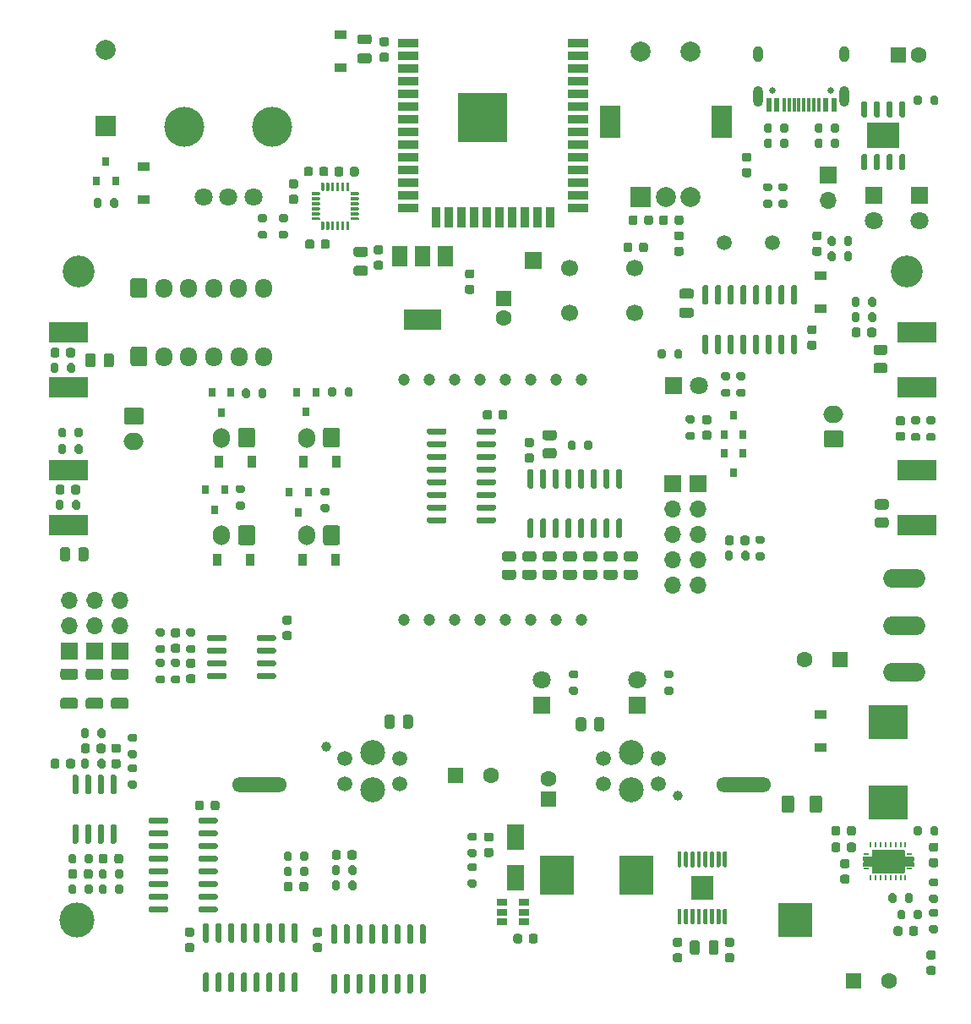
<source format=gbr>
%TF.GenerationSoftware,KiCad,Pcbnew,(5.1.10)-1*%
%TF.CreationDate,2021-06-15T00:02:20+02:00*%
%TF.ProjectId,TrackJet_H01,54726163-6b4a-4657-945f-4830312e6b69,rev?*%
%TF.SameCoordinates,Original*%
%TF.FileFunction,Soldermask,Top*%
%TF.FilePolarity,Negative*%
%FSLAX46Y46*%
G04 Gerber Fmt 4.6, Leading zero omitted, Abs format (unit mm)*
G04 Created by KiCad (PCBNEW (5.1.10)-1) date 2021-06-15 00:02:20*
%MOMM*%
%LPD*%
G01*
G04 APERTURE LIST*
%ADD10C,0.010000*%
%ADD11R,2.310000X2.460000*%
%ADD12R,1.200000X0.900000*%
%ADD13C,1.800000*%
%ADD14R,1.800000X1.800000*%
%ADD15R,3.500000X3.500000*%
%ADD16C,3.500000*%
%ADD17O,5.500000X1.500000*%
%ADD18O,1.700000X1.700000*%
%ADD19R,1.700000X1.700000*%
%ADD20C,1.500000*%
%ADD21C,1.000000*%
%ADD22C,2.500000*%
%ADD23R,4.000000X2.000000*%
%ADD24C,1.200000*%
%ADD25R,0.600000X1.450000*%
%ADD26R,0.300000X1.450000*%
%ADD27O,1.000000X2.100000*%
%ADD28C,0.650000*%
%ADD29O,1.000000X1.600000*%
%ADD30R,0.900000X1.200000*%
%ADD31R,0.600000X0.240000*%
%ADD32R,0.240000X0.600000*%
%ADD33R,3.050000X2.050000*%
%ADD34C,0.300000*%
%ADD35C,3.200000*%
%ADD36O,4.200000X1.900000*%
%ADD37C,2.000000*%
%ADD38R,2.000000X2.000000*%
%ADD39C,1.600000*%
%ADD40R,1.600000X1.600000*%
%ADD41O,1.700000X1.950000*%
%ADD42R,1.800000X2.500000*%
%ADD43R,3.200000X2.514000*%
%ADD44R,0.800000X0.900000*%
%ADD45O,1.700000X2.000000*%
%ADD46R,3.500000X4.000000*%
%ADD47R,4.000000X3.500000*%
%ADD48O,2.000000X1.700000*%
%ADD49C,4.000000*%
%ADD50R,2.000000X3.200000*%
%ADD51R,1.500000X2.000000*%
%ADD52R,3.800000X2.000000*%
%ADD53C,1.700000*%
%ADD54R,1.060000X0.650000*%
%ADD55R,2.000000X0.900000*%
%ADD56R,0.900000X2.000000*%
%ADD57R,5.000000X5.000000*%
G04 APERTURE END LIST*
D10*
%TO.C,U5*%
G36*
X86209000Y-83216000D02*
G01*
X86982000Y-83216000D01*
X86989955Y-83216208D01*
X86997888Y-83216833D01*
X87005778Y-83217871D01*
X87013603Y-83219322D01*
X87021340Y-83221179D01*
X87028971Y-83223439D01*
X87036472Y-83226096D01*
X87043824Y-83229141D01*
X87051007Y-83232567D01*
X87058000Y-83236364D01*
X87064785Y-83240522D01*
X87071343Y-83245029D01*
X87077657Y-83249874D01*
X87083708Y-83255042D01*
X87089480Y-83260520D01*
X87094958Y-83266292D01*
X87100126Y-83272343D01*
X87104971Y-83278657D01*
X87109478Y-83285215D01*
X87113636Y-83292000D01*
X87117433Y-83298993D01*
X87120859Y-83306176D01*
X87123904Y-83313528D01*
X87126561Y-83321029D01*
X87128821Y-83328660D01*
X87130678Y-83336397D01*
X87132129Y-83344222D01*
X87133167Y-83352112D01*
X87133792Y-83360045D01*
X87134000Y-83368000D01*
X87134000Y-83468000D01*
X87133792Y-83475955D01*
X87133167Y-83483888D01*
X87132129Y-83491778D01*
X87130678Y-83499603D01*
X87128821Y-83507340D01*
X87126561Y-83514971D01*
X87123904Y-83522472D01*
X87120859Y-83529824D01*
X87117433Y-83537007D01*
X87113636Y-83544000D01*
X87109478Y-83550785D01*
X87104971Y-83557343D01*
X87100126Y-83563657D01*
X87094958Y-83569708D01*
X87089480Y-83575480D01*
X87083708Y-83580958D01*
X87077657Y-83586126D01*
X87071343Y-83590971D01*
X87064785Y-83595478D01*
X87058000Y-83599636D01*
X87051007Y-83603433D01*
X87043824Y-83606859D01*
X87036472Y-83609904D01*
X87028971Y-83612561D01*
X87021340Y-83614821D01*
X87013603Y-83616678D01*
X87005778Y-83618129D01*
X86997888Y-83619167D01*
X86989955Y-83619792D01*
X86982000Y-83620000D01*
X86609000Y-83620000D01*
X86609000Y-83765000D01*
X86609000Y-83766000D01*
X86984000Y-83766000D01*
X86991850Y-83766206D01*
X86999679Y-83766822D01*
X87007465Y-83767847D01*
X87015187Y-83769278D01*
X87022823Y-83771111D01*
X87030353Y-83773342D01*
X87037755Y-83775963D01*
X87045010Y-83778968D01*
X87052099Y-83782349D01*
X87059000Y-83786096D01*
X87065696Y-83790199D01*
X87072168Y-83794647D01*
X87078398Y-83799428D01*
X87084370Y-83804528D01*
X87090066Y-83809934D01*
X87095472Y-83815630D01*
X87100572Y-83821602D01*
X87105353Y-83827832D01*
X87109801Y-83834304D01*
X87113904Y-83841000D01*
X87117651Y-83847901D01*
X87121032Y-83854990D01*
X87124037Y-83862245D01*
X87126658Y-83869647D01*
X87128889Y-83877177D01*
X87130722Y-83884813D01*
X87132153Y-83892535D01*
X87133178Y-83900321D01*
X87133794Y-83908150D01*
X87134000Y-83916000D01*
X87134000Y-84019000D01*
X87133793Y-84026903D01*
X87133173Y-84034784D01*
X87132141Y-84042622D01*
X87130700Y-84050395D01*
X87128855Y-84058082D01*
X87126610Y-84065662D01*
X87123971Y-84073114D01*
X87120945Y-84080417D01*
X87117542Y-84087553D01*
X87113770Y-84094500D01*
X87109639Y-84101240D01*
X87105162Y-84107756D01*
X87100349Y-84114027D01*
X87095215Y-84120039D01*
X87089773Y-84125773D01*
X87084039Y-84131215D01*
X87078027Y-84136349D01*
X87071756Y-84141162D01*
X87065240Y-84145639D01*
X87058500Y-84149770D01*
X87051553Y-84153542D01*
X87044417Y-84156945D01*
X87037114Y-84159971D01*
X87029662Y-84162610D01*
X87022082Y-84164855D01*
X87014395Y-84166700D01*
X87006622Y-84168141D01*
X86998784Y-84169173D01*
X86990903Y-84169793D01*
X86983000Y-84170000D01*
X86209000Y-84170000D01*
X86209000Y-84668000D01*
X86208792Y-84675955D01*
X86208167Y-84683888D01*
X86207129Y-84691778D01*
X86205678Y-84699603D01*
X86203821Y-84707340D01*
X86201561Y-84714971D01*
X86198904Y-84722472D01*
X86195859Y-84729824D01*
X86192433Y-84737007D01*
X86188636Y-84744000D01*
X86184478Y-84750785D01*
X86179971Y-84757343D01*
X86175126Y-84763657D01*
X86169958Y-84769708D01*
X86164480Y-84775480D01*
X86158708Y-84780958D01*
X86152657Y-84786126D01*
X86146343Y-84790971D01*
X86139785Y-84795478D01*
X86133000Y-84799636D01*
X86126007Y-84803433D01*
X86118824Y-84806859D01*
X86111472Y-84809904D01*
X86103971Y-84812561D01*
X86096340Y-84814821D01*
X86088603Y-84816678D01*
X86080778Y-84818129D01*
X86072888Y-84819167D01*
X86064955Y-84819792D01*
X86057000Y-84820000D01*
X83106000Y-84820000D01*
X83098150Y-84819794D01*
X83090321Y-84819178D01*
X83082535Y-84818153D01*
X83074813Y-84816722D01*
X83067177Y-84814889D01*
X83059647Y-84812658D01*
X83052245Y-84810037D01*
X83044990Y-84807032D01*
X83037901Y-84803651D01*
X83031000Y-84799904D01*
X83024304Y-84795801D01*
X83017832Y-84791353D01*
X83011602Y-84786572D01*
X83005630Y-84781472D01*
X82999934Y-84776066D01*
X82994528Y-84770370D01*
X82989428Y-84764398D01*
X82984647Y-84758168D01*
X82980199Y-84751696D01*
X82976096Y-84745000D01*
X82972349Y-84738099D01*
X82968968Y-84731010D01*
X82965963Y-84723755D01*
X82963342Y-84716353D01*
X82961111Y-84708823D01*
X82959278Y-84701187D01*
X82957847Y-84693465D01*
X82956822Y-84685679D01*
X82956206Y-84677850D01*
X82956000Y-84670000D01*
X82956000Y-84171000D01*
X82955999Y-84170948D01*
X82955995Y-84170895D01*
X82955988Y-84170844D01*
X82955978Y-84170792D01*
X82955966Y-84170741D01*
X82955951Y-84170691D01*
X82955934Y-84170642D01*
X82955914Y-84170593D01*
X82955891Y-84170546D01*
X82955866Y-84170500D01*
X82955839Y-84170455D01*
X82955809Y-84170412D01*
X82955777Y-84170371D01*
X82955743Y-84170331D01*
X82955707Y-84170293D01*
X82955669Y-84170257D01*
X82955629Y-84170223D01*
X82955588Y-84170191D01*
X82955545Y-84170161D01*
X82955500Y-84170134D01*
X82955454Y-84170109D01*
X82955407Y-84170086D01*
X82955358Y-84170066D01*
X82955309Y-84170049D01*
X82955259Y-84170034D01*
X82955208Y-84170022D01*
X82955156Y-84170012D01*
X82955105Y-84170005D01*
X82955052Y-84170001D01*
X82955000Y-84170000D01*
X82181000Y-84170000D01*
X82173150Y-84169794D01*
X82165321Y-84169178D01*
X82157535Y-84168153D01*
X82149813Y-84166722D01*
X82142177Y-84164889D01*
X82134647Y-84162658D01*
X82127245Y-84160037D01*
X82119990Y-84157032D01*
X82112901Y-84153651D01*
X82106000Y-84149904D01*
X82099304Y-84145801D01*
X82092832Y-84141353D01*
X82086602Y-84136572D01*
X82080630Y-84131472D01*
X82074934Y-84126066D01*
X82069528Y-84120370D01*
X82064428Y-84114398D01*
X82059647Y-84108168D01*
X82055199Y-84101696D01*
X82051096Y-84095000D01*
X82047349Y-84088099D01*
X82043968Y-84081010D01*
X82040963Y-84073755D01*
X82038342Y-84066353D01*
X82036111Y-84058823D01*
X82034278Y-84051187D01*
X82032847Y-84043465D01*
X82031822Y-84035679D01*
X82031206Y-84027850D01*
X82031000Y-84020000D01*
X82031000Y-83915000D01*
X82031204Y-83907202D01*
X82031816Y-83899425D01*
X82032834Y-83891691D01*
X82034256Y-83884021D01*
X82036077Y-83876436D01*
X82038293Y-83868956D01*
X82040897Y-83861603D01*
X82043882Y-83854396D01*
X82047240Y-83847355D01*
X82050962Y-83840500D01*
X82055038Y-83833849D01*
X82059456Y-83827420D01*
X82064205Y-83821231D01*
X82069271Y-83815300D01*
X82074641Y-83809641D01*
X82080300Y-83804271D01*
X82086231Y-83799205D01*
X82092420Y-83794456D01*
X82098849Y-83790038D01*
X82105500Y-83785962D01*
X82112355Y-83782240D01*
X82119396Y-83778882D01*
X82126603Y-83775897D01*
X82133956Y-83773293D01*
X82141436Y-83771077D01*
X82149021Y-83769256D01*
X82156691Y-83767834D01*
X82164425Y-83766816D01*
X82172202Y-83766204D01*
X82180000Y-83766000D01*
X82555000Y-83766000D01*
X82555000Y-83621000D01*
X82554999Y-83620948D01*
X82554995Y-83620895D01*
X82554988Y-83620844D01*
X82554978Y-83620792D01*
X82554966Y-83620741D01*
X82554951Y-83620691D01*
X82554934Y-83620642D01*
X82554914Y-83620593D01*
X82554891Y-83620546D01*
X82554866Y-83620500D01*
X82554839Y-83620455D01*
X82554809Y-83620412D01*
X82554777Y-83620371D01*
X82554743Y-83620331D01*
X82554707Y-83620293D01*
X82554669Y-83620257D01*
X82554629Y-83620223D01*
X82554588Y-83620191D01*
X82554545Y-83620161D01*
X82554500Y-83620134D01*
X82554454Y-83620109D01*
X82554407Y-83620086D01*
X82554358Y-83620066D01*
X82554309Y-83620049D01*
X82554259Y-83620034D01*
X82554208Y-83620022D01*
X82554156Y-83620012D01*
X82554105Y-83620005D01*
X82554052Y-83620001D01*
X82554000Y-83620000D01*
X82181000Y-83620000D01*
X82173150Y-83619794D01*
X82165321Y-83619178D01*
X82157535Y-83618153D01*
X82149813Y-83616722D01*
X82142177Y-83614889D01*
X82134647Y-83612658D01*
X82127245Y-83610037D01*
X82119990Y-83607032D01*
X82112901Y-83603651D01*
X82106000Y-83599904D01*
X82099304Y-83595801D01*
X82092832Y-83591353D01*
X82086602Y-83586572D01*
X82080630Y-83581472D01*
X82074934Y-83576066D01*
X82069528Y-83570370D01*
X82064428Y-83564398D01*
X82059647Y-83558168D01*
X82055199Y-83551696D01*
X82051096Y-83545000D01*
X82047349Y-83538099D01*
X82043968Y-83531010D01*
X82040963Y-83523755D01*
X82038342Y-83516353D01*
X82036111Y-83508823D01*
X82034278Y-83501187D01*
X82032847Y-83493465D01*
X82031822Y-83485679D01*
X82031206Y-83477850D01*
X82031000Y-83470000D01*
X82031000Y-83364000D01*
X82031203Y-83356254D01*
X82031811Y-83348530D01*
X82032822Y-83340848D01*
X82034234Y-83333229D01*
X82036043Y-83325695D01*
X82038244Y-83318265D01*
X82040830Y-83310962D01*
X82043795Y-83303803D01*
X82047131Y-83296809D01*
X82050828Y-83290000D01*
X82054877Y-83283393D01*
X82059265Y-83277008D01*
X82063982Y-83270861D01*
X82069015Y-83264969D01*
X82074348Y-83259348D01*
X82079969Y-83254015D01*
X82085861Y-83248982D01*
X82092008Y-83244265D01*
X82098393Y-83239877D01*
X82105000Y-83235828D01*
X82111809Y-83232131D01*
X82118803Y-83228795D01*
X82125962Y-83225830D01*
X82133265Y-83223244D01*
X82140695Y-83221043D01*
X82148229Y-83219234D01*
X82155848Y-83217822D01*
X82163530Y-83216811D01*
X82171254Y-83216203D01*
X82179000Y-83216000D01*
X82955000Y-83216000D01*
X82955000Y-82718000D01*
X82955208Y-82710045D01*
X82955833Y-82702112D01*
X82956871Y-82694222D01*
X82958322Y-82686397D01*
X82960179Y-82678660D01*
X82962439Y-82671029D01*
X82965096Y-82663528D01*
X82968141Y-82656176D01*
X82971567Y-82648993D01*
X82975364Y-82642000D01*
X82979522Y-82635215D01*
X82984029Y-82628657D01*
X82988874Y-82622343D01*
X82994042Y-82616292D01*
X82999520Y-82610520D01*
X83005292Y-82605042D01*
X83011343Y-82599874D01*
X83017657Y-82595029D01*
X83024215Y-82590522D01*
X83031000Y-82586364D01*
X83037993Y-82582567D01*
X83045176Y-82579141D01*
X83052528Y-82576096D01*
X83060029Y-82573439D01*
X83067660Y-82571179D01*
X83075397Y-82569322D01*
X83083222Y-82567871D01*
X83091112Y-82566833D01*
X83099045Y-82566208D01*
X83107000Y-82566000D01*
X86056000Y-82566000D01*
X86063955Y-82566208D01*
X86071888Y-82566833D01*
X86079778Y-82567871D01*
X86087603Y-82569322D01*
X86095340Y-82571179D01*
X86102971Y-82573439D01*
X86110472Y-82576096D01*
X86117824Y-82579141D01*
X86125007Y-82582567D01*
X86132000Y-82586364D01*
X86138785Y-82590522D01*
X86145343Y-82595029D01*
X86151657Y-82599874D01*
X86157708Y-82605042D01*
X86163480Y-82610520D01*
X86168958Y-82616292D01*
X86174126Y-82622343D01*
X86178971Y-82628657D01*
X86183478Y-82635215D01*
X86187636Y-82642000D01*
X86191433Y-82648993D01*
X86194859Y-82656176D01*
X86197904Y-82663528D01*
X86200561Y-82671029D01*
X86202821Y-82678660D01*
X86204678Y-82686397D01*
X86206129Y-82694222D01*
X86207167Y-82702112D01*
X86207792Y-82710045D01*
X86208000Y-82718000D01*
X86208000Y-83215000D01*
X86208001Y-83215052D01*
X86208005Y-83215105D01*
X86208012Y-83215156D01*
X86208022Y-83215208D01*
X86208034Y-83215259D01*
X86208049Y-83215309D01*
X86208066Y-83215358D01*
X86208086Y-83215407D01*
X86208109Y-83215454D01*
X86208134Y-83215500D01*
X86208161Y-83215545D01*
X86208191Y-83215588D01*
X86208223Y-83215629D01*
X86208257Y-83215669D01*
X86208293Y-83215707D01*
X86208331Y-83215743D01*
X86208371Y-83215777D01*
X86208412Y-83215809D01*
X86208455Y-83215839D01*
X86208500Y-83215866D01*
X86208546Y-83215891D01*
X86208593Y-83215914D01*
X86208642Y-83215934D01*
X86208691Y-83215951D01*
X86208741Y-83215966D01*
X86208792Y-83215978D01*
X86208844Y-83215988D01*
X86208895Y-83215995D01*
X86208948Y-83215999D01*
X86209000Y-83216000D01*
G37*
X86209000Y-83216000D02*
X86982000Y-83216000D01*
X86989955Y-83216208D01*
X86997888Y-83216833D01*
X87005778Y-83217871D01*
X87013603Y-83219322D01*
X87021340Y-83221179D01*
X87028971Y-83223439D01*
X87036472Y-83226096D01*
X87043824Y-83229141D01*
X87051007Y-83232567D01*
X87058000Y-83236364D01*
X87064785Y-83240522D01*
X87071343Y-83245029D01*
X87077657Y-83249874D01*
X87083708Y-83255042D01*
X87089480Y-83260520D01*
X87094958Y-83266292D01*
X87100126Y-83272343D01*
X87104971Y-83278657D01*
X87109478Y-83285215D01*
X87113636Y-83292000D01*
X87117433Y-83298993D01*
X87120859Y-83306176D01*
X87123904Y-83313528D01*
X87126561Y-83321029D01*
X87128821Y-83328660D01*
X87130678Y-83336397D01*
X87132129Y-83344222D01*
X87133167Y-83352112D01*
X87133792Y-83360045D01*
X87134000Y-83368000D01*
X87134000Y-83468000D01*
X87133792Y-83475955D01*
X87133167Y-83483888D01*
X87132129Y-83491778D01*
X87130678Y-83499603D01*
X87128821Y-83507340D01*
X87126561Y-83514971D01*
X87123904Y-83522472D01*
X87120859Y-83529824D01*
X87117433Y-83537007D01*
X87113636Y-83544000D01*
X87109478Y-83550785D01*
X87104971Y-83557343D01*
X87100126Y-83563657D01*
X87094958Y-83569708D01*
X87089480Y-83575480D01*
X87083708Y-83580958D01*
X87077657Y-83586126D01*
X87071343Y-83590971D01*
X87064785Y-83595478D01*
X87058000Y-83599636D01*
X87051007Y-83603433D01*
X87043824Y-83606859D01*
X87036472Y-83609904D01*
X87028971Y-83612561D01*
X87021340Y-83614821D01*
X87013603Y-83616678D01*
X87005778Y-83618129D01*
X86997888Y-83619167D01*
X86989955Y-83619792D01*
X86982000Y-83620000D01*
X86609000Y-83620000D01*
X86609000Y-83765000D01*
X86609000Y-83766000D01*
X86984000Y-83766000D01*
X86991850Y-83766206D01*
X86999679Y-83766822D01*
X87007465Y-83767847D01*
X87015187Y-83769278D01*
X87022823Y-83771111D01*
X87030353Y-83773342D01*
X87037755Y-83775963D01*
X87045010Y-83778968D01*
X87052099Y-83782349D01*
X87059000Y-83786096D01*
X87065696Y-83790199D01*
X87072168Y-83794647D01*
X87078398Y-83799428D01*
X87084370Y-83804528D01*
X87090066Y-83809934D01*
X87095472Y-83815630D01*
X87100572Y-83821602D01*
X87105353Y-83827832D01*
X87109801Y-83834304D01*
X87113904Y-83841000D01*
X87117651Y-83847901D01*
X87121032Y-83854990D01*
X87124037Y-83862245D01*
X87126658Y-83869647D01*
X87128889Y-83877177D01*
X87130722Y-83884813D01*
X87132153Y-83892535D01*
X87133178Y-83900321D01*
X87133794Y-83908150D01*
X87134000Y-83916000D01*
X87134000Y-84019000D01*
X87133793Y-84026903D01*
X87133173Y-84034784D01*
X87132141Y-84042622D01*
X87130700Y-84050395D01*
X87128855Y-84058082D01*
X87126610Y-84065662D01*
X87123971Y-84073114D01*
X87120945Y-84080417D01*
X87117542Y-84087553D01*
X87113770Y-84094500D01*
X87109639Y-84101240D01*
X87105162Y-84107756D01*
X87100349Y-84114027D01*
X87095215Y-84120039D01*
X87089773Y-84125773D01*
X87084039Y-84131215D01*
X87078027Y-84136349D01*
X87071756Y-84141162D01*
X87065240Y-84145639D01*
X87058500Y-84149770D01*
X87051553Y-84153542D01*
X87044417Y-84156945D01*
X87037114Y-84159971D01*
X87029662Y-84162610D01*
X87022082Y-84164855D01*
X87014395Y-84166700D01*
X87006622Y-84168141D01*
X86998784Y-84169173D01*
X86990903Y-84169793D01*
X86983000Y-84170000D01*
X86209000Y-84170000D01*
X86209000Y-84668000D01*
X86208792Y-84675955D01*
X86208167Y-84683888D01*
X86207129Y-84691778D01*
X86205678Y-84699603D01*
X86203821Y-84707340D01*
X86201561Y-84714971D01*
X86198904Y-84722472D01*
X86195859Y-84729824D01*
X86192433Y-84737007D01*
X86188636Y-84744000D01*
X86184478Y-84750785D01*
X86179971Y-84757343D01*
X86175126Y-84763657D01*
X86169958Y-84769708D01*
X86164480Y-84775480D01*
X86158708Y-84780958D01*
X86152657Y-84786126D01*
X86146343Y-84790971D01*
X86139785Y-84795478D01*
X86133000Y-84799636D01*
X86126007Y-84803433D01*
X86118824Y-84806859D01*
X86111472Y-84809904D01*
X86103971Y-84812561D01*
X86096340Y-84814821D01*
X86088603Y-84816678D01*
X86080778Y-84818129D01*
X86072888Y-84819167D01*
X86064955Y-84819792D01*
X86057000Y-84820000D01*
X83106000Y-84820000D01*
X83098150Y-84819794D01*
X83090321Y-84819178D01*
X83082535Y-84818153D01*
X83074813Y-84816722D01*
X83067177Y-84814889D01*
X83059647Y-84812658D01*
X83052245Y-84810037D01*
X83044990Y-84807032D01*
X83037901Y-84803651D01*
X83031000Y-84799904D01*
X83024304Y-84795801D01*
X83017832Y-84791353D01*
X83011602Y-84786572D01*
X83005630Y-84781472D01*
X82999934Y-84776066D01*
X82994528Y-84770370D01*
X82989428Y-84764398D01*
X82984647Y-84758168D01*
X82980199Y-84751696D01*
X82976096Y-84745000D01*
X82972349Y-84738099D01*
X82968968Y-84731010D01*
X82965963Y-84723755D01*
X82963342Y-84716353D01*
X82961111Y-84708823D01*
X82959278Y-84701187D01*
X82957847Y-84693465D01*
X82956822Y-84685679D01*
X82956206Y-84677850D01*
X82956000Y-84670000D01*
X82956000Y-84171000D01*
X82955999Y-84170948D01*
X82955995Y-84170895D01*
X82955988Y-84170844D01*
X82955978Y-84170792D01*
X82955966Y-84170741D01*
X82955951Y-84170691D01*
X82955934Y-84170642D01*
X82955914Y-84170593D01*
X82955891Y-84170546D01*
X82955866Y-84170500D01*
X82955839Y-84170455D01*
X82955809Y-84170412D01*
X82955777Y-84170371D01*
X82955743Y-84170331D01*
X82955707Y-84170293D01*
X82955669Y-84170257D01*
X82955629Y-84170223D01*
X82955588Y-84170191D01*
X82955545Y-84170161D01*
X82955500Y-84170134D01*
X82955454Y-84170109D01*
X82955407Y-84170086D01*
X82955358Y-84170066D01*
X82955309Y-84170049D01*
X82955259Y-84170034D01*
X82955208Y-84170022D01*
X82955156Y-84170012D01*
X82955105Y-84170005D01*
X82955052Y-84170001D01*
X82955000Y-84170000D01*
X82181000Y-84170000D01*
X82173150Y-84169794D01*
X82165321Y-84169178D01*
X82157535Y-84168153D01*
X82149813Y-84166722D01*
X82142177Y-84164889D01*
X82134647Y-84162658D01*
X82127245Y-84160037D01*
X82119990Y-84157032D01*
X82112901Y-84153651D01*
X82106000Y-84149904D01*
X82099304Y-84145801D01*
X82092832Y-84141353D01*
X82086602Y-84136572D01*
X82080630Y-84131472D01*
X82074934Y-84126066D01*
X82069528Y-84120370D01*
X82064428Y-84114398D01*
X82059647Y-84108168D01*
X82055199Y-84101696D01*
X82051096Y-84095000D01*
X82047349Y-84088099D01*
X82043968Y-84081010D01*
X82040963Y-84073755D01*
X82038342Y-84066353D01*
X82036111Y-84058823D01*
X82034278Y-84051187D01*
X82032847Y-84043465D01*
X82031822Y-84035679D01*
X82031206Y-84027850D01*
X82031000Y-84020000D01*
X82031000Y-83915000D01*
X82031204Y-83907202D01*
X82031816Y-83899425D01*
X82032834Y-83891691D01*
X82034256Y-83884021D01*
X82036077Y-83876436D01*
X82038293Y-83868956D01*
X82040897Y-83861603D01*
X82043882Y-83854396D01*
X82047240Y-83847355D01*
X82050962Y-83840500D01*
X82055038Y-83833849D01*
X82059456Y-83827420D01*
X82064205Y-83821231D01*
X82069271Y-83815300D01*
X82074641Y-83809641D01*
X82080300Y-83804271D01*
X82086231Y-83799205D01*
X82092420Y-83794456D01*
X82098849Y-83790038D01*
X82105500Y-83785962D01*
X82112355Y-83782240D01*
X82119396Y-83778882D01*
X82126603Y-83775897D01*
X82133956Y-83773293D01*
X82141436Y-83771077D01*
X82149021Y-83769256D01*
X82156691Y-83767834D01*
X82164425Y-83766816D01*
X82172202Y-83766204D01*
X82180000Y-83766000D01*
X82555000Y-83766000D01*
X82555000Y-83621000D01*
X82554999Y-83620948D01*
X82554995Y-83620895D01*
X82554988Y-83620844D01*
X82554978Y-83620792D01*
X82554966Y-83620741D01*
X82554951Y-83620691D01*
X82554934Y-83620642D01*
X82554914Y-83620593D01*
X82554891Y-83620546D01*
X82554866Y-83620500D01*
X82554839Y-83620455D01*
X82554809Y-83620412D01*
X82554777Y-83620371D01*
X82554743Y-83620331D01*
X82554707Y-83620293D01*
X82554669Y-83620257D01*
X82554629Y-83620223D01*
X82554588Y-83620191D01*
X82554545Y-83620161D01*
X82554500Y-83620134D01*
X82554454Y-83620109D01*
X82554407Y-83620086D01*
X82554358Y-83620066D01*
X82554309Y-83620049D01*
X82554259Y-83620034D01*
X82554208Y-83620022D01*
X82554156Y-83620012D01*
X82554105Y-83620005D01*
X82554052Y-83620001D01*
X82554000Y-83620000D01*
X82181000Y-83620000D01*
X82173150Y-83619794D01*
X82165321Y-83619178D01*
X82157535Y-83618153D01*
X82149813Y-83616722D01*
X82142177Y-83614889D01*
X82134647Y-83612658D01*
X82127245Y-83610037D01*
X82119990Y-83607032D01*
X82112901Y-83603651D01*
X82106000Y-83599904D01*
X82099304Y-83595801D01*
X82092832Y-83591353D01*
X82086602Y-83586572D01*
X82080630Y-83581472D01*
X82074934Y-83576066D01*
X82069528Y-83570370D01*
X82064428Y-83564398D01*
X82059647Y-83558168D01*
X82055199Y-83551696D01*
X82051096Y-83545000D01*
X82047349Y-83538099D01*
X82043968Y-83531010D01*
X82040963Y-83523755D01*
X82038342Y-83516353D01*
X82036111Y-83508823D01*
X82034278Y-83501187D01*
X82032847Y-83493465D01*
X82031822Y-83485679D01*
X82031206Y-83477850D01*
X82031000Y-83470000D01*
X82031000Y-83364000D01*
X82031203Y-83356254D01*
X82031811Y-83348530D01*
X82032822Y-83340848D01*
X82034234Y-83333229D01*
X82036043Y-83325695D01*
X82038244Y-83318265D01*
X82040830Y-83310962D01*
X82043795Y-83303803D01*
X82047131Y-83296809D01*
X82050828Y-83290000D01*
X82054877Y-83283393D01*
X82059265Y-83277008D01*
X82063982Y-83270861D01*
X82069015Y-83264969D01*
X82074348Y-83259348D01*
X82079969Y-83254015D01*
X82085861Y-83248982D01*
X82092008Y-83244265D01*
X82098393Y-83239877D01*
X82105000Y-83235828D01*
X82111809Y-83232131D01*
X82118803Y-83228795D01*
X82125962Y-83225830D01*
X82133265Y-83223244D01*
X82140695Y-83221043D01*
X82148229Y-83219234D01*
X82155848Y-83217822D01*
X82163530Y-83216811D01*
X82171254Y-83216203D01*
X82179000Y-83216000D01*
X82955000Y-83216000D01*
X82955000Y-82718000D01*
X82955208Y-82710045D01*
X82955833Y-82702112D01*
X82956871Y-82694222D01*
X82958322Y-82686397D01*
X82960179Y-82678660D01*
X82962439Y-82671029D01*
X82965096Y-82663528D01*
X82968141Y-82656176D01*
X82971567Y-82648993D01*
X82975364Y-82642000D01*
X82979522Y-82635215D01*
X82984029Y-82628657D01*
X82988874Y-82622343D01*
X82994042Y-82616292D01*
X82999520Y-82610520D01*
X83005292Y-82605042D01*
X83011343Y-82599874D01*
X83017657Y-82595029D01*
X83024215Y-82590522D01*
X83031000Y-82586364D01*
X83037993Y-82582567D01*
X83045176Y-82579141D01*
X83052528Y-82576096D01*
X83060029Y-82573439D01*
X83067660Y-82571179D01*
X83075397Y-82569322D01*
X83083222Y-82567871D01*
X83091112Y-82566833D01*
X83099045Y-82566208D01*
X83107000Y-82566000D01*
X86056000Y-82566000D01*
X86063955Y-82566208D01*
X86071888Y-82566833D01*
X86079778Y-82567871D01*
X86087603Y-82569322D01*
X86095340Y-82571179D01*
X86102971Y-82573439D01*
X86110472Y-82576096D01*
X86117824Y-82579141D01*
X86125007Y-82582567D01*
X86132000Y-82586364D01*
X86138785Y-82590522D01*
X86145343Y-82595029D01*
X86151657Y-82599874D01*
X86157708Y-82605042D01*
X86163480Y-82610520D01*
X86168958Y-82616292D01*
X86174126Y-82622343D01*
X86178971Y-82628657D01*
X86183478Y-82635215D01*
X86187636Y-82642000D01*
X86191433Y-82648993D01*
X86194859Y-82656176D01*
X86197904Y-82663528D01*
X86200561Y-82671029D01*
X86202821Y-82678660D01*
X86204678Y-82686397D01*
X86206129Y-82694222D01*
X86207167Y-82702112D01*
X86207792Y-82710045D01*
X86208000Y-82718000D01*
X86208000Y-83215000D01*
X86208001Y-83215052D01*
X86208005Y-83215105D01*
X86208012Y-83215156D01*
X86208022Y-83215208D01*
X86208034Y-83215259D01*
X86208049Y-83215309D01*
X86208066Y-83215358D01*
X86208086Y-83215407D01*
X86208109Y-83215454D01*
X86208134Y-83215500D01*
X86208161Y-83215545D01*
X86208191Y-83215588D01*
X86208223Y-83215629D01*
X86208257Y-83215669D01*
X86208293Y-83215707D01*
X86208331Y-83215743D01*
X86208371Y-83215777D01*
X86208412Y-83215809D01*
X86208455Y-83215839D01*
X86208500Y-83215866D01*
X86208546Y-83215891D01*
X86208593Y-83215914D01*
X86208642Y-83215934D01*
X86208691Y-83215951D01*
X86208741Y-83215966D01*
X86208792Y-83215978D01*
X86208844Y-83215988D01*
X86208895Y-83215995D01*
X86208948Y-83215999D01*
X86209000Y-83216000D01*
%TD*%
D11*
%TO.C,U22*%
X65968000Y-86360000D03*
G36*
G01*
X68143000Y-88435000D02*
X68343000Y-88435000D01*
G75*
G02*
X68443000Y-88535000I0J-100000D01*
G01*
X68443000Y-89910000D01*
G75*
G02*
X68343000Y-90010000I-100000J0D01*
G01*
X68143000Y-90010000D01*
G75*
G02*
X68043000Y-89910000I0J100000D01*
G01*
X68043000Y-88535000D01*
G75*
G02*
X68143000Y-88435000I100000J0D01*
G01*
G37*
G36*
G01*
X67493000Y-88435000D02*
X67693000Y-88435000D01*
G75*
G02*
X67793000Y-88535000I0J-100000D01*
G01*
X67793000Y-89910000D01*
G75*
G02*
X67693000Y-90010000I-100000J0D01*
G01*
X67493000Y-90010000D01*
G75*
G02*
X67393000Y-89910000I0J100000D01*
G01*
X67393000Y-88535000D01*
G75*
G02*
X67493000Y-88435000I100000J0D01*
G01*
G37*
G36*
G01*
X66843000Y-88435000D02*
X67043000Y-88435000D01*
G75*
G02*
X67143000Y-88535000I0J-100000D01*
G01*
X67143000Y-89910000D01*
G75*
G02*
X67043000Y-90010000I-100000J0D01*
G01*
X66843000Y-90010000D01*
G75*
G02*
X66743000Y-89910000I0J100000D01*
G01*
X66743000Y-88535000D01*
G75*
G02*
X66843000Y-88435000I100000J0D01*
G01*
G37*
G36*
G01*
X66193000Y-88435000D02*
X66393000Y-88435000D01*
G75*
G02*
X66493000Y-88535000I0J-100000D01*
G01*
X66493000Y-89910000D01*
G75*
G02*
X66393000Y-90010000I-100000J0D01*
G01*
X66193000Y-90010000D01*
G75*
G02*
X66093000Y-89910000I0J100000D01*
G01*
X66093000Y-88535000D01*
G75*
G02*
X66193000Y-88435000I100000J0D01*
G01*
G37*
G36*
G01*
X65543000Y-88435000D02*
X65743000Y-88435000D01*
G75*
G02*
X65843000Y-88535000I0J-100000D01*
G01*
X65843000Y-89910000D01*
G75*
G02*
X65743000Y-90010000I-100000J0D01*
G01*
X65543000Y-90010000D01*
G75*
G02*
X65443000Y-89910000I0J100000D01*
G01*
X65443000Y-88535000D01*
G75*
G02*
X65543000Y-88435000I100000J0D01*
G01*
G37*
G36*
G01*
X64893000Y-88435000D02*
X65093000Y-88435000D01*
G75*
G02*
X65193000Y-88535000I0J-100000D01*
G01*
X65193000Y-89910000D01*
G75*
G02*
X65093000Y-90010000I-100000J0D01*
G01*
X64893000Y-90010000D01*
G75*
G02*
X64793000Y-89910000I0J100000D01*
G01*
X64793000Y-88535000D01*
G75*
G02*
X64893000Y-88435000I100000J0D01*
G01*
G37*
G36*
G01*
X64243000Y-88435000D02*
X64443000Y-88435000D01*
G75*
G02*
X64543000Y-88535000I0J-100000D01*
G01*
X64543000Y-89910000D01*
G75*
G02*
X64443000Y-90010000I-100000J0D01*
G01*
X64243000Y-90010000D01*
G75*
G02*
X64143000Y-89910000I0J100000D01*
G01*
X64143000Y-88535000D01*
G75*
G02*
X64243000Y-88435000I100000J0D01*
G01*
G37*
G36*
G01*
X63593000Y-88435000D02*
X63793000Y-88435000D01*
G75*
G02*
X63893000Y-88535000I0J-100000D01*
G01*
X63893000Y-89910000D01*
G75*
G02*
X63793000Y-90010000I-100000J0D01*
G01*
X63593000Y-90010000D01*
G75*
G02*
X63493000Y-89910000I0J100000D01*
G01*
X63493000Y-88535000D01*
G75*
G02*
X63593000Y-88435000I100000J0D01*
G01*
G37*
G36*
G01*
X63593000Y-82710000D02*
X63793000Y-82710000D01*
G75*
G02*
X63893000Y-82810000I0J-100000D01*
G01*
X63893000Y-84185000D01*
G75*
G02*
X63793000Y-84285000I-100000J0D01*
G01*
X63593000Y-84285000D01*
G75*
G02*
X63493000Y-84185000I0J100000D01*
G01*
X63493000Y-82810000D01*
G75*
G02*
X63593000Y-82710000I100000J0D01*
G01*
G37*
G36*
G01*
X64243000Y-82710000D02*
X64443000Y-82710000D01*
G75*
G02*
X64543000Y-82810000I0J-100000D01*
G01*
X64543000Y-84185000D01*
G75*
G02*
X64443000Y-84285000I-100000J0D01*
G01*
X64243000Y-84285000D01*
G75*
G02*
X64143000Y-84185000I0J100000D01*
G01*
X64143000Y-82810000D01*
G75*
G02*
X64243000Y-82710000I100000J0D01*
G01*
G37*
G36*
G01*
X64893000Y-82710000D02*
X65093000Y-82710000D01*
G75*
G02*
X65193000Y-82810000I0J-100000D01*
G01*
X65193000Y-84185000D01*
G75*
G02*
X65093000Y-84285000I-100000J0D01*
G01*
X64893000Y-84285000D01*
G75*
G02*
X64793000Y-84185000I0J100000D01*
G01*
X64793000Y-82810000D01*
G75*
G02*
X64893000Y-82710000I100000J0D01*
G01*
G37*
G36*
G01*
X65543000Y-82710000D02*
X65743000Y-82710000D01*
G75*
G02*
X65843000Y-82810000I0J-100000D01*
G01*
X65843000Y-84185000D01*
G75*
G02*
X65743000Y-84285000I-100000J0D01*
G01*
X65543000Y-84285000D01*
G75*
G02*
X65443000Y-84185000I0J100000D01*
G01*
X65443000Y-82810000D01*
G75*
G02*
X65543000Y-82710000I100000J0D01*
G01*
G37*
G36*
G01*
X66193000Y-82710000D02*
X66393000Y-82710000D01*
G75*
G02*
X66493000Y-82810000I0J-100000D01*
G01*
X66493000Y-84185000D01*
G75*
G02*
X66393000Y-84285000I-100000J0D01*
G01*
X66193000Y-84285000D01*
G75*
G02*
X66093000Y-84185000I0J100000D01*
G01*
X66093000Y-82810000D01*
G75*
G02*
X66193000Y-82710000I100000J0D01*
G01*
G37*
G36*
G01*
X66843000Y-82710000D02*
X67043000Y-82710000D01*
G75*
G02*
X67143000Y-82810000I0J-100000D01*
G01*
X67143000Y-84185000D01*
G75*
G02*
X67043000Y-84285000I-100000J0D01*
G01*
X66843000Y-84285000D01*
G75*
G02*
X66743000Y-84185000I0J100000D01*
G01*
X66743000Y-82810000D01*
G75*
G02*
X66843000Y-82710000I100000J0D01*
G01*
G37*
G36*
G01*
X67493000Y-82710000D02*
X67693000Y-82710000D01*
G75*
G02*
X67793000Y-82810000I0J-100000D01*
G01*
X67793000Y-84185000D01*
G75*
G02*
X67693000Y-84285000I-100000J0D01*
G01*
X67493000Y-84285000D01*
G75*
G02*
X67393000Y-84185000I0J100000D01*
G01*
X67393000Y-82810000D01*
G75*
G02*
X67493000Y-82710000I100000J0D01*
G01*
G37*
G36*
G01*
X68143000Y-82710000D02*
X68343000Y-82710000D01*
G75*
G02*
X68443000Y-82810000I0J-100000D01*
G01*
X68443000Y-84185000D01*
G75*
G02*
X68343000Y-84285000I-100000J0D01*
G01*
X68143000Y-84285000D01*
G75*
G02*
X68043000Y-84185000I0J100000D01*
G01*
X68043000Y-82810000D01*
G75*
G02*
X68143000Y-82710000I100000J0D01*
G01*
G37*
%TD*%
%TO.C,C25*%
G36*
G01*
X63750000Y-92258000D02*
X63250000Y-92258000D01*
G75*
G02*
X63025000Y-92033000I0J225000D01*
G01*
X63025000Y-91583000D01*
G75*
G02*
X63250000Y-91358000I225000J0D01*
G01*
X63750000Y-91358000D01*
G75*
G02*
X63975000Y-91583000I0J-225000D01*
G01*
X63975000Y-92033000D01*
G75*
G02*
X63750000Y-92258000I-225000J0D01*
G01*
G37*
G36*
G01*
X63750000Y-93808000D02*
X63250000Y-93808000D01*
G75*
G02*
X63025000Y-93583000I0J225000D01*
G01*
X63025000Y-93133000D01*
G75*
G02*
X63250000Y-92908000I225000J0D01*
G01*
X63750000Y-92908000D01*
G75*
G02*
X63975000Y-93133000I0J-225000D01*
G01*
X63975000Y-93583000D01*
G75*
G02*
X63750000Y-93808000I-225000J0D01*
G01*
G37*
%TD*%
%TO.C,C24*%
G36*
G01*
X66617000Y-92804000D02*
X66617000Y-91854000D01*
G75*
G02*
X66867000Y-91604000I250000J0D01*
G01*
X67367000Y-91604000D01*
G75*
G02*
X67617000Y-91854000I0J-250000D01*
G01*
X67617000Y-92804000D01*
G75*
G02*
X67367000Y-93054000I-250000J0D01*
G01*
X66867000Y-93054000D01*
G75*
G02*
X66617000Y-92804000I0J250000D01*
G01*
G37*
G36*
G01*
X64717000Y-92804000D02*
X64717000Y-91854000D01*
G75*
G02*
X64967000Y-91604000I250000J0D01*
G01*
X65467000Y-91604000D01*
G75*
G02*
X65717000Y-91854000I0J-250000D01*
G01*
X65717000Y-92804000D01*
G75*
G02*
X65467000Y-93054000I-250000J0D01*
G01*
X64967000Y-93054000D01*
G75*
G02*
X64717000Y-92804000I0J250000D01*
G01*
G37*
%TD*%
%TO.C,C23*%
G36*
G01*
X68457000Y-92908000D02*
X68957000Y-92908000D01*
G75*
G02*
X69182000Y-93133000I0J-225000D01*
G01*
X69182000Y-93583000D01*
G75*
G02*
X68957000Y-93808000I-225000J0D01*
G01*
X68457000Y-93808000D01*
G75*
G02*
X68232000Y-93583000I0J225000D01*
G01*
X68232000Y-93133000D01*
G75*
G02*
X68457000Y-92908000I225000J0D01*
G01*
G37*
G36*
G01*
X68457000Y-91358000D02*
X68957000Y-91358000D01*
G75*
G02*
X69182000Y-91583000I0J-225000D01*
G01*
X69182000Y-92033000D01*
G75*
G02*
X68957000Y-92258000I-225000J0D01*
G01*
X68457000Y-92258000D01*
G75*
G02*
X68232000Y-92033000I0J225000D01*
G01*
X68232000Y-91583000D01*
G75*
G02*
X68457000Y-91358000I225000J0D01*
G01*
G37*
%TD*%
D12*
%TO.C,D15*%
X77851000Y-25020000D03*
X77851000Y-28320000D03*
%TD*%
D13*
%TO.C,D14*%
X65635000Y-36042000D03*
D14*
X63095000Y-36042000D03*
%TD*%
D12*
%TO.C,D13*%
X10033000Y-14098000D03*
X10033000Y-17398000D03*
%TD*%
%TO.C,C22*%
G36*
G01*
X66671000Y-39934000D02*
X66171000Y-39934000D01*
G75*
G02*
X65946000Y-39709000I0J225000D01*
G01*
X65946000Y-39259000D01*
G75*
G02*
X66171000Y-39034000I225000J0D01*
G01*
X66671000Y-39034000D01*
G75*
G02*
X66896000Y-39259000I0J-225000D01*
G01*
X66896000Y-39709000D01*
G75*
G02*
X66671000Y-39934000I-225000J0D01*
G01*
G37*
G36*
G01*
X66671000Y-41484000D02*
X66171000Y-41484000D01*
G75*
G02*
X65946000Y-41259000I0J225000D01*
G01*
X65946000Y-40809000D01*
G75*
G02*
X66171000Y-40584000I225000J0D01*
G01*
X66671000Y-40584000D01*
G75*
G02*
X66896000Y-40809000I0J-225000D01*
G01*
X66896000Y-41259000D01*
G75*
G02*
X66671000Y-41484000I-225000J0D01*
G01*
G37*
%TD*%
D15*
%TO.C,BT1*%
X75311000Y-89535000D03*
D16*
X3311000Y-89535000D03*
%TD*%
D17*
%TO.C,H6*%
X70100000Y-76000000D03*
%TD*%
%TO.C,H5*%
X21600000Y-76000000D03*
%TD*%
%TO.C,R75*%
G36*
G01*
X87624000Y-39946000D02*
X87074000Y-39946000D01*
G75*
G02*
X86874000Y-39746000I0J200000D01*
G01*
X86874000Y-39346000D01*
G75*
G02*
X87074000Y-39146000I200000J0D01*
G01*
X87624000Y-39146000D01*
G75*
G02*
X87824000Y-39346000I0J-200000D01*
G01*
X87824000Y-39746000D01*
G75*
G02*
X87624000Y-39946000I-200000J0D01*
G01*
G37*
G36*
G01*
X87624000Y-41596000D02*
X87074000Y-41596000D01*
G75*
G02*
X86874000Y-41396000I0J200000D01*
G01*
X86874000Y-40996000D01*
G75*
G02*
X87074000Y-40796000I200000J0D01*
G01*
X87624000Y-40796000D01*
G75*
G02*
X87824000Y-40996000I0J-200000D01*
G01*
X87824000Y-41396000D01*
G75*
G02*
X87624000Y-41596000I-200000J0D01*
G01*
G37*
%TD*%
%TO.C,R74*%
G36*
G01*
X1480000Y-34015000D02*
X1480000Y-34565000D01*
G75*
G02*
X1280000Y-34765000I-200000J0D01*
G01*
X880000Y-34765000D01*
G75*
G02*
X680000Y-34565000I0J200000D01*
G01*
X680000Y-34015000D01*
G75*
G02*
X880000Y-33815000I200000J0D01*
G01*
X1280000Y-33815000D01*
G75*
G02*
X1480000Y-34015000I0J-200000D01*
G01*
G37*
G36*
G01*
X3130000Y-34015000D02*
X3130000Y-34565000D01*
G75*
G02*
X2930000Y-34765000I-200000J0D01*
G01*
X2530000Y-34765000D01*
G75*
G02*
X2330000Y-34565000I0J200000D01*
G01*
X2330000Y-34015000D01*
G75*
G02*
X2530000Y-33815000I200000J0D01*
G01*
X2930000Y-33815000D01*
G75*
G02*
X3130000Y-34015000I0J-200000D01*
G01*
G37*
%TD*%
%TO.C,R73*%
G36*
G01*
X82594000Y-29485000D02*
X82594000Y-28935000D01*
G75*
G02*
X82794000Y-28735000I200000J0D01*
G01*
X83194000Y-28735000D01*
G75*
G02*
X83394000Y-28935000I0J-200000D01*
G01*
X83394000Y-29485000D01*
G75*
G02*
X83194000Y-29685000I-200000J0D01*
G01*
X82794000Y-29685000D01*
G75*
G02*
X82594000Y-29485000I0J200000D01*
G01*
G37*
G36*
G01*
X80944000Y-29485000D02*
X80944000Y-28935000D01*
G75*
G02*
X81144000Y-28735000I200000J0D01*
G01*
X81544000Y-28735000D01*
G75*
G02*
X81744000Y-28935000I0J-200000D01*
G01*
X81744000Y-29485000D01*
G75*
G02*
X81544000Y-29685000I-200000J0D01*
G01*
X81144000Y-29685000D01*
G75*
G02*
X80944000Y-29485000I0J200000D01*
G01*
G37*
%TD*%
%TO.C,R72*%
G36*
G01*
X30524000Y-84857000D02*
X30524000Y-84307000D01*
G75*
G02*
X30724000Y-84107000I200000J0D01*
G01*
X31124000Y-84107000D01*
G75*
G02*
X31324000Y-84307000I0J-200000D01*
G01*
X31324000Y-84857000D01*
G75*
G02*
X31124000Y-85057000I-200000J0D01*
G01*
X30724000Y-85057000D01*
G75*
G02*
X30524000Y-84857000I0J200000D01*
G01*
G37*
G36*
G01*
X28874000Y-84857000D02*
X28874000Y-84307000D01*
G75*
G02*
X29074000Y-84107000I200000J0D01*
G01*
X29474000Y-84107000D01*
G75*
G02*
X29674000Y-84307000I0J-200000D01*
G01*
X29674000Y-84857000D01*
G75*
G02*
X29474000Y-85057000I-200000J0D01*
G01*
X29074000Y-85057000D01*
G75*
G02*
X28874000Y-84857000I0J200000D01*
G01*
G37*
%TD*%
%TO.C,R71*%
G36*
G01*
X1988000Y-47731000D02*
X1988000Y-48281000D01*
G75*
G02*
X1788000Y-48481000I-200000J0D01*
G01*
X1388000Y-48481000D01*
G75*
G02*
X1188000Y-48281000I0J200000D01*
G01*
X1188000Y-47731000D01*
G75*
G02*
X1388000Y-47531000I200000J0D01*
G01*
X1788000Y-47531000D01*
G75*
G02*
X1988000Y-47731000I0J-200000D01*
G01*
G37*
G36*
G01*
X3638000Y-47731000D02*
X3638000Y-48281000D01*
G75*
G02*
X3438000Y-48481000I-200000J0D01*
G01*
X3038000Y-48481000D01*
G75*
G02*
X2838000Y-48281000I0J200000D01*
G01*
X2838000Y-47731000D01*
G75*
G02*
X3038000Y-47531000I200000J0D01*
G01*
X3438000Y-47531000D01*
G75*
G02*
X3638000Y-47731000I0J-200000D01*
G01*
G37*
%TD*%
%TO.C,R70*%
G36*
G01*
X25698000Y-84984000D02*
X25698000Y-84434000D01*
G75*
G02*
X25898000Y-84234000I200000J0D01*
G01*
X26298000Y-84234000D01*
G75*
G02*
X26498000Y-84434000I0J-200000D01*
G01*
X26498000Y-84984000D01*
G75*
G02*
X26298000Y-85184000I-200000J0D01*
G01*
X25898000Y-85184000D01*
G75*
G02*
X25698000Y-84984000I0J200000D01*
G01*
G37*
G36*
G01*
X24048000Y-84984000D02*
X24048000Y-84434000D01*
G75*
G02*
X24248000Y-84234000I200000J0D01*
G01*
X24648000Y-84234000D01*
G75*
G02*
X24848000Y-84434000I0J-200000D01*
G01*
X24848000Y-84984000D01*
G75*
G02*
X24648000Y-85184000I-200000J0D01*
G01*
X24248000Y-85184000D01*
G75*
G02*
X24048000Y-84984000I0J200000D01*
G01*
G37*
%TD*%
D18*
%TO.C,J16*%
X78613000Y-17526000D03*
D19*
X78613000Y-14986000D03*
%TD*%
%TO.C,J6*%
X49022000Y-23495000D03*
%TD*%
%TO.C,C21*%
G36*
G01*
X86075000Y-40046000D02*
X85575000Y-40046000D01*
G75*
G02*
X85350000Y-39821000I0J225000D01*
G01*
X85350000Y-39371000D01*
G75*
G02*
X85575000Y-39146000I225000J0D01*
G01*
X86075000Y-39146000D01*
G75*
G02*
X86300000Y-39371000I0J-225000D01*
G01*
X86300000Y-39821000D01*
G75*
G02*
X86075000Y-40046000I-225000J0D01*
G01*
G37*
G36*
G01*
X86075000Y-41596000D02*
X85575000Y-41596000D01*
G75*
G02*
X85350000Y-41371000I0J225000D01*
G01*
X85350000Y-40921000D01*
G75*
G02*
X85575000Y-40696000I225000J0D01*
G01*
X86075000Y-40696000D01*
G75*
G02*
X86300000Y-40921000I0J-225000D01*
G01*
X86300000Y-41371000D01*
G75*
G02*
X86075000Y-41596000I-225000J0D01*
G01*
G37*
%TD*%
%TO.C,C20*%
G36*
G01*
X2230000Y-33016000D02*
X2230000Y-32516000D01*
G75*
G02*
X2455000Y-32291000I225000J0D01*
G01*
X2905000Y-32291000D01*
G75*
G02*
X3130000Y-32516000I0J-225000D01*
G01*
X3130000Y-33016000D01*
G75*
G02*
X2905000Y-33241000I-225000J0D01*
G01*
X2455000Y-33241000D01*
G75*
G02*
X2230000Y-33016000I0J225000D01*
G01*
G37*
G36*
G01*
X680000Y-33016000D02*
X680000Y-32516000D01*
G75*
G02*
X905000Y-32291000I225000J0D01*
G01*
X1355000Y-32291000D01*
G75*
G02*
X1580000Y-32516000I0J-225000D01*
G01*
X1580000Y-33016000D01*
G75*
G02*
X1355000Y-33241000I-225000J0D01*
G01*
X905000Y-33241000D01*
G75*
G02*
X680000Y-33016000I0J225000D01*
G01*
G37*
%TD*%
%TO.C,C19*%
G36*
G01*
X82494000Y-30984000D02*
X82494000Y-30484000D01*
G75*
G02*
X82719000Y-30259000I225000J0D01*
G01*
X83169000Y-30259000D01*
G75*
G02*
X83394000Y-30484000I0J-225000D01*
G01*
X83394000Y-30984000D01*
G75*
G02*
X83169000Y-31209000I-225000J0D01*
G01*
X82719000Y-31209000D01*
G75*
G02*
X82494000Y-30984000I0J225000D01*
G01*
G37*
G36*
G01*
X80944000Y-30984000D02*
X80944000Y-30484000D01*
G75*
G02*
X81169000Y-30259000I225000J0D01*
G01*
X81619000Y-30259000D01*
G75*
G02*
X81844000Y-30484000I0J-225000D01*
G01*
X81844000Y-30984000D01*
G75*
G02*
X81619000Y-31209000I-225000J0D01*
G01*
X81169000Y-31209000D01*
G75*
G02*
X80944000Y-30984000I0J225000D01*
G01*
G37*
%TD*%
%TO.C,C18*%
G36*
G01*
X30424000Y-83308000D02*
X30424000Y-82808000D01*
G75*
G02*
X30649000Y-82583000I225000J0D01*
G01*
X31099000Y-82583000D01*
G75*
G02*
X31324000Y-82808000I0J-225000D01*
G01*
X31324000Y-83308000D01*
G75*
G02*
X31099000Y-83533000I-225000J0D01*
G01*
X30649000Y-83533000D01*
G75*
G02*
X30424000Y-83308000I0J225000D01*
G01*
G37*
G36*
G01*
X28874000Y-83308000D02*
X28874000Y-82808000D01*
G75*
G02*
X29099000Y-82583000I225000J0D01*
G01*
X29549000Y-82583000D01*
G75*
G02*
X29774000Y-82808000I0J-225000D01*
G01*
X29774000Y-83308000D01*
G75*
G02*
X29549000Y-83533000I-225000J0D01*
G01*
X29099000Y-83533000D01*
G75*
G02*
X28874000Y-83308000I0J225000D01*
G01*
G37*
%TD*%
%TO.C,C17*%
G36*
G01*
X2088000Y-46232000D02*
X2088000Y-46732000D01*
G75*
G02*
X1863000Y-46957000I-225000J0D01*
G01*
X1413000Y-46957000D01*
G75*
G02*
X1188000Y-46732000I0J225000D01*
G01*
X1188000Y-46232000D01*
G75*
G02*
X1413000Y-46007000I225000J0D01*
G01*
X1863000Y-46007000D01*
G75*
G02*
X2088000Y-46232000I0J-225000D01*
G01*
G37*
G36*
G01*
X3638000Y-46232000D02*
X3638000Y-46732000D01*
G75*
G02*
X3413000Y-46957000I-225000J0D01*
G01*
X2963000Y-46957000D01*
G75*
G02*
X2738000Y-46732000I0J225000D01*
G01*
X2738000Y-46232000D01*
G75*
G02*
X2963000Y-46007000I225000J0D01*
G01*
X3413000Y-46007000D01*
G75*
G02*
X3638000Y-46232000I0J-225000D01*
G01*
G37*
%TD*%
%TO.C,C16*%
G36*
G01*
X25598000Y-86483000D02*
X25598000Y-85983000D01*
G75*
G02*
X25823000Y-85758000I225000J0D01*
G01*
X26273000Y-85758000D01*
G75*
G02*
X26498000Y-85983000I0J-225000D01*
G01*
X26498000Y-86483000D01*
G75*
G02*
X26273000Y-86708000I-225000J0D01*
G01*
X25823000Y-86708000D01*
G75*
G02*
X25598000Y-86483000I0J225000D01*
G01*
G37*
G36*
G01*
X24048000Y-86483000D02*
X24048000Y-85983000D01*
G75*
G02*
X24273000Y-85758000I225000J0D01*
G01*
X24723000Y-85758000D01*
G75*
G02*
X24948000Y-85983000I0J-225000D01*
G01*
X24948000Y-86483000D01*
G75*
G02*
X24723000Y-86708000I-225000J0D01*
G01*
X24273000Y-86708000D01*
G75*
G02*
X24048000Y-86483000I0J225000D01*
G01*
G37*
%TD*%
D20*
%TO.C,U8*%
X61598000Y-73406000D03*
X61598000Y-75946000D03*
X56098000Y-73406000D03*
X56098000Y-75946000D03*
D21*
X63498000Y-77126000D03*
D22*
X58848000Y-76576000D03*
X58848000Y-72776000D03*
%TD*%
D20*
%TO.C,U7*%
X30190000Y-75946000D03*
X30190000Y-73406000D03*
X35690000Y-75946000D03*
X35690000Y-73406000D03*
D21*
X28290000Y-72226000D03*
D22*
X32940000Y-72776000D03*
X32940000Y-76576000D03*
%TD*%
D23*
%TO.C,U12*%
X87500000Y-44500000D03*
X87500000Y-50000000D03*
%TD*%
%TO.C,U11*%
X87500000Y-30750000D03*
X87500000Y-36250000D03*
%TD*%
%TO.C,U10*%
X2500000Y-44500000D03*
X2500000Y-50000000D03*
%TD*%
%TO.C,U9*%
X2500000Y-30750000D03*
X2500000Y-36250000D03*
%TD*%
%TO.C,C15*%
G36*
G01*
X48891000Y-42220000D02*
X48391000Y-42220000D01*
G75*
G02*
X48166000Y-41995000I0J225000D01*
G01*
X48166000Y-41545000D01*
G75*
G02*
X48391000Y-41320000I225000J0D01*
G01*
X48891000Y-41320000D01*
G75*
G02*
X49116000Y-41545000I0J-225000D01*
G01*
X49116000Y-41995000D01*
G75*
G02*
X48891000Y-42220000I-225000J0D01*
G01*
G37*
G36*
G01*
X48891000Y-43770000D02*
X48391000Y-43770000D01*
G75*
G02*
X48166000Y-43545000I0J225000D01*
G01*
X48166000Y-43095000D01*
G75*
G02*
X48391000Y-42870000I225000J0D01*
G01*
X48891000Y-42870000D01*
G75*
G02*
X49116000Y-43095000I0J-225000D01*
G01*
X49116000Y-43545000D01*
G75*
G02*
X48891000Y-43770000I-225000J0D01*
G01*
G37*
%TD*%
%TO.C,C14*%
G36*
G01*
X45537000Y-39239000D02*
X45537000Y-38739000D01*
G75*
G02*
X45762000Y-38514000I225000J0D01*
G01*
X46212000Y-38514000D01*
G75*
G02*
X46437000Y-38739000I0J-225000D01*
G01*
X46437000Y-39239000D01*
G75*
G02*
X46212000Y-39464000I-225000J0D01*
G01*
X45762000Y-39464000D01*
G75*
G02*
X45537000Y-39239000I0J225000D01*
G01*
G37*
G36*
G01*
X43987000Y-39239000D02*
X43987000Y-38739000D01*
G75*
G02*
X44212000Y-38514000I225000J0D01*
G01*
X44662000Y-38514000D01*
G75*
G02*
X44887000Y-38739000I0J-225000D01*
G01*
X44887000Y-39239000D01*
G75*
G02*
X44662000Y-39464000I-225000J0D01*
G01*
X44212000Y-39464000D01*
G75*
G02*
X43987000Y-39239000I0J225000D01*
G01*
G37*
%TD*%
%TO.C,R14*%
G36*
G01*
X46158998Y-54478500D02*
X47059002Y-54478500D01*
G75*
G02*
X47309000Y-54728498I0J-249998D01*
G01*
X47309000Y-55253502D01*
G75*
G02*
X47059002Y-55503500I-249998J0D01*
G01*
X46158998Y-55503500D01*
G75*
G02*
X45909000Y-55253502I0J249998D01*
G01*
X45909000Y-54728498D01*
G75*
G02*
X46158998Y-54478500I249998J0D01*
G01*
G37*
G36*
G01*
X46158998Y-52653500D02*
X47059002Y-52653500D01*
G75*
G02*
X47309000Y-52903498I0J-249998D01*
G01*
X47309000Y-53428502D01*
G75*
G02*
X47059002Y-53678500I-249998J0D01*
G01*
X46158998Y-53678500D01*
G75*
G02*
X45909000Y-53428502I0J249998D01*
G01*
X45909000Y-52903498D01*
G75*
G02*
X46158998Y-52653500I249998J0D01*
G01*
G37*
%TD*%
D24*
%TO.C,D5*%
X51350000Y-59500000D03*
X53890000Y-59500000D03*
X46270000Y-59500000D03*
X43730000Y-59500000D03*
X38650000Y-59500000D03*
X36110000Y-59500000D03*
X48810000Y-59500000D03*
X41190000Y-59500000D03*
X36110000Y-35500000D03*
X38650000Y-35500000D03*
X41190000Y-35500000D03*
X43730000Y-35500000D03*
X46270000Y-35500000D03*
X48810000Y-35500000D03*
X51350000Y-35500000D03*
X53890000Y-35500000D03*
%TD*%
%TO.C,U21*%
G36*
G01*
X48918000Y-46379000D02*
X48618000Y-46379000D01*
G75*
G02*
X48468000Y-46229000I0J150000D01*
G01*
X48468000Y-44579000D01*
G75*
G02*
X48618000Y-44429000I150000J0D01*
G01*
X48918000Y-44429000D01*
G75*
G02*
X49068000Y-44579000I0J-150000D01*
G01*
X49068000Y-46229000D01*
G75*
G02*
X48918000Y-46379000I-150000J0D01*
G01*
G37*
G36*
G01*
X50188000Y-46379000D02*
X49888000Y-46379000D01*
G75*
G02*
X49738000Y-46229000I0J150000D01*
G01*
X49738000Y-44579000D01*
G75*
G02*
X49888000Y-44429000I150000J0D01*
G01*
X50188000Y-44429000D01*
G75*
G02*
X50338000Y-44579000I0J-150000D01*
G01*
X50338000Y-46229000D01*
G75*
G02*
X50188000Y-46379000I-150000J0D01*
G01*
G37*
G36*
G01*
X51458000Y-46379000D02*
X51158000Y-46379000D01*
G75*
G02*
X51008000Y-46229000I0J150000D01*
G01*
X51008000Y-44579000D01*
G75*
G02*
X51158000Y-44429000I150000J0D01*
G01*
X51458000Y-44429000D01*
G75*
G02*
X51608000Y-44579000I0J-150000D01*
G01*
X51608000Y-46229000D01*
G75*
G02*
X51458000Y-46379000I-150000J0D01*
G01*
G37*
G36*
G01*
X52728000Y-46379000D02*
X52428000Y-46379000D01*
G75*
G02*
X52278000Y-46229000I0J150000D01*
G01*
X52278000Y-44579000D01*
G75*
G02*
X52428000Y-44429000I150000J0D01*
G01*
X52728000Y-44429000D01*
G75*
G02*
X52878000Y-44579000I0J-150000D01*
G01*
X52878000Y-46229000D01*
G75*
G02*
X52728000Y-46379000I-150000J0D01*
G01*
G37*
G36*
G01*
X53998000Y-46379000D02*
X53698000Y-46379000D01*
G75*
G02*
X53548000Y-46229000I0J150000D01*
G01*
X53548000Y-44579000D01*
G75*
G02*
X53698000Y-44429000I150000J0D01*
G01*
X53998000Y-44429000D01*
G75*
G02*
X54148000Y-44579000I0J-150000D01*
G01*
X54148000Y-46229000D01*
G75*
G02*
X53998000Y-46379000I-150000J0D01*
G01*
G37*
G36*
G01*
X55268000Y-46379000D02*
X54968000Y-46379000D01*
G75*
G02*
X54818000Y-46229000I0J150000D01*
G01*
X54818000Y-44579000D01*
G75*
G02*
X54968000Y-44429000I150000J0D01*
G01*
X55268000Y-44429000D01*
G75*
G02*
X55418000Y-44579000I0J-150000D01*
G01*
X55418000Y-46229000D01*
G75*
G02*
X55268000Y-46379000I-150000J0D01*
G01*
G37*
G36*
G01*
X56538000Y-46379000D02*
X56238000Y-46379000D01*
G75*
G02*
X56088000Y-46229000I0J150000D01*
G01*
X56088000Y-44579000D01*
G75*
G02*
X56238000Y-44429000I150000J0D01*
G01*
X56538000Y-44429000D01*
G75*
G02*
X56688000Y-44579000I0J-150000D01*
G01*
X56688000Y-46229000D01*
G75*
G02*
X56538000Y-46379000I-150000J0D01*
G01*
G37*
G36*
G01*
X57808000Y-46379000D02*
X57508000Y-46379000D01*
G75*
G02*
X57358000Y-46229000I0J150000D01*
G01*
X57358000Y-44579000D01*
G75*
G02*
X57508000Y-44429000I150000J0D01*
G01*
X57808000Y-44429000D01*
G75*
G02*
X57958000Y-44579000I0J-150000D01*
G01*
X57958000Y-46229000D01*
G75*
G02*
X57808000Y-46379000I-150000J0D01*
G01*
G37*
G36*
G01*
X57808000Y-51329000D02*
X57508000Y-51329000D01*
G75*
G02*
X57358000Y-51179000I0J150000D01*
G01*
X57358000Y-49529000D01*
G75*
G02*
X57508000Y-49379000I150000J0D01*
G01*
X57808000Y-49379000D01*
G75*
G02*
X57958000Y-49529000I0J-150000D01*
G01*
X57958000Y-51179000D01*
G75*
G02*
X57808000Y-51329000I-150000J0D01*
G01*
G37*
G36*
G01*
X56538000Y-51329000D02*
X56238000Y-51329000D01*
G75*
G02*
X56088000Y-51179000I0J150000D01*
G01*
X56088000Y-49529000D01*
G75*
G02*
X56238000Y-49379000I150000J0D01*
G01*
X56538000Y-49379000D01*
G75*
G02*
X56688000Y-49529000I0J-150000D01*
G01*
X56688000Y-51179000D01*
G75*
G02*
X56538000Y-51329000I-150000J0D01*
G01*
G37*
G36*
G01*
X55268000Y-51329000D02*
X54968000Y-51329000D01*
G75*
G02*
X54818000Y-51179000I0J150000D01*
G01*
X54818000Y-49529000D01*
G75*
G02*
X54968000Y-49379000I150000J0D01*
G01*
X55268000Y-49379000D01*
G75*
G02*
X55418000Y-49529000I0J-150000D01*
G01*
X55418000Y-51179000D01*
G75*
G02*
X55268000Y-51329000I-150000J0D01*
G01*
G37*
G36*
G01*
X53998000Y-51329000D02*
X53698000Y-51329000D01*
G75*
G02*
X53548000Y-51179000I0J150000D01*
G01*
X53548000Y-49529000D01*
G75*
G02*
X53698000Y-49379000I150000J0D01*
G01*
X53998000Y-49379000D01*
G75*
G02*
X54148000Y-49529000I0J-150000D01*
G01*
X54148000Y-51179000D01*
G75*
G02*
X53998000Y-51329000I-150000J0D01*
G01*
G37*
G36*
G01*
X52728000Y-51329000D02*
X52428000Y-51329000D01*
G75*
G02*
X52278000Y-51179000I0J150000D01*
G01*
X52278000Y-49529000D01*
G75*
G02*
X52428000Y-49379000I150000J0D01*
G01*
X52728000Y-49379000D01*
G75*
G02*
X52878000Y-49529000I0J-150000D01*
G01*
X52878000Y-51179000D01*
G75*
G02*
X52728000Y-51329000I-150000J0D01*
G01*
G37*
G36*
G01*
X51458000Y-51329000D02*
X51158000Y-51329000D01*
G75*
G02*
X51008000Y-51179000I0J150000D01*
G01*
X51008000Y-49529000D01*
G75*
G02*
X51158000Y-49379000I150000J0D01*
G01*
X51458000Y-49379000D01*
G75*
G02*
X51608000Y-49529000I0J-150000D01*
G01*
X51608000Y-51179000D01*
G75*
G02*
X51458000Y-51329000I-150000J0D01*
G01*
G37*
G36*
G01*
X50188000Y-51329000D02*
X49888000Y-51329000D01*
G75*
G02*
X49738000Y-51179000I0J150000D01*
G01*
X49738000Y-49529000D01*
G75*
G02*
X49888000Y-49379000I150000J0D01*
G01*
X50188000Y-49379000D01*
G75*
G02*
X50338000Y-49529000I0J-150000D01*
G01*
X50338000Y-51179000D01*
G75*
G02*
X50188000Y-51329000I-150000J0D01*
G01*
G37*
G36*
G01*
X48918000Y-51329000D02*
X48618000Y-51329000D01*
G75*
G02*
X48468000Y-51179000I0J150000D01*
G01*
X48468000Y-49529000D01*
G75*
G02*
X48618000Y-49379000I150000J0D01*
G01*
X48918000Y-49379000D01*
G75*
G02*
X49068000Y-49529000I0J-150000D01*
G01*
X49068000Y-51179000D01*
G75*
G02*
X48918000Y-51329000I-150000J0D01*
G01*
G37*
%TD*%
%TO.C,U20*%
G36*
G01*
X43348000Y-40790000D02*
X43348000Y-40490000D01*
G75*
G02*
X43498000Y-40340000I150000J0D01*
G01*
X45148000Y-40340000D01*
G75*
G02*
X45298000Y-40490000I0J-150000D01*
G01*
X45298000Y-40790000D01*
G75*
G02*
X45148000Y-40940000I-150000J0D01*
G01*
X43498000Y-40940000D01*
G75*
G02*
X43348000Y-40790000I0J150000D01*
G01*
G37*
G36*
G01*
X43348000Y-42060000D02*
X43348000Y-41760000D01*
G75*
G02*
X43498000Y-41610000I150000J0D01*
G01*
X45148000Y-41610000D01*
G75*
G02*
X45298000Y-41760000I0J-150000D01*
G01*
X45298000Y-42060000D01*
G75*
G02*
X45148000Y-42210000I-150000J0D01*
G01*
X43498000Y-42210000D01*
G75*
G02*
X43348000Y-42060000I0J150000D01*
G01*
G37*
G36*
G01*
X43348000Y-43330000D02*
X43348000Y-43030000D01*
G75*
G02*
X43498000Y-42880000I150000J0D01*
G01*
X45148000Y-42880000D01*
G75*
G02*
X45298000Y-43030000I0J-150000D01*
G01*
X45298000Y-43330000D01*
G75*
G02*
X45148000Y-43480000I-150000J0D01*
G01*
X43498000Y-43480000D01*
G75*
G02*
X43348000Y-43330000I0J150000D01*
G01*
G37*
G36*
G01*
X43348000Y-44600000D02*
X43348000Y-44300000D01*
G75*
G02*
X43498000Y-44150000I150000J0D01*
G01*
X45148000Y-44150000D01*
G75*
G02*
X45298000Y-44300000I0J-150000D01*
G01*
X45298000Y-44600000D01*
G75*
G02*
X45148000Y-44750000I-150000J0D01*
G01*
X43498000Y-44750000D01*
G75*
G02*
X43348000Y-44600000I0J150000D01*
G01*
G37*
G36*
G01*
X43348000Y-45870000D02*
X43348000Y-45570000D01*
G75*
G02*
X43498000Y-45420000I150000J0D01*
G01*
X45148000Y-45420000D01*
G75*
G02*
X45298000Y-45570000I0J-150000D01*
G01*
X45298000Y-45870000D01*
G75*
G02*
X45148000Y-46020000I-150000J0D01*
G01*
X43498000Y-46020000D01*
G75*
G02*
X43348000Y-45870000I0J150000D01*
G01*
G37*
G36*
G01*
X43348000Y-47140000D02*
X43348000Y-46840000D01*
G75*
G02*
X43498000Y-46690000I150000J0D01*
G01*
X45148000Y-46690000D01*
G75*
G02*
X45298000Y-46840000I0J-150000D01*
G01*
X45298000Y-47140000D01*
G75*
G02*
X45148000Y-47290000I-150000J0D01*
G01*
X43498000Y-47290000D01*
G75*
G02*
X43348000Y-47140000I0J150000D01*
G01*
G37*
G36*
G01*
X43348000Y-48410000D02*
X43348000Y-48110000D01*
G75*
G02*
X43498000Y-47960000I150000J0D01*
G01*
X45148000Y-47960000D01*
G75*
G02*
X45298000Y-48110000I0J-150000D01*
G01*
X45298000Y-48410000D01*
G75*
G02*
X45148000Y-48560000I-150000J0D01*
G01*
X43498000Y-48560000D01*
G75*
G02*
X43348000Y-48410000I0J150000D01*
G01*
G37*
G36*
G01*
X43348000Y-49680000D02*
X43348000Y-49380000D01*
G75*
G02*
X43498000Y-49230000I150000J0D01*
G01*
X45148000Y-49230000D01*
G75*
G02*
X45298000Y-49380000I0J-150000D01*
G01*
X45298000Y-49680000D01*
G75*
G02*
X45148000Y-49830000I-150000J0D01*
G01*
X43498000Y-49830000D01*
G75*
G02*
X43348000Y-49680000I0J150000D01*
G01*
G37*
G36*
G01*
X38398000Y-49680000D02*
X38398000Y-49380000D01*
G75*
G02*
X38548000Y-49230000I150000J0D01*
G01*
X40198000Y-49230000D01*
G75*
G02*
X40348000Y-49380000I0J-150000D01*
G01*
X40348000Y-49680000D01*
G75*
G02*
X40198000Y-49830000I-150000J0D01*
G01*
X38548000Y-49830000D01*
G75*
G02*
X38398000Y-49680000I0J150000D01*
G01*
G37*
G36*
G01*
X38398000Y-48410000D02*
X38398000Y-48110000D01*
G75*
G02*
X38548000Y-47960000I150000J0D01*
G01*
X40198000Y-47960000D01*
G75*
G02*
X40348000Y-48110000I0J-150000D01*
G01*
X40348000Y-48410000D01*
G75*
G02*
X40198000Y-48560000I-150000J0D01*
G01*
X38548000Y-48560000D01*
G75*
G02*
X38398000Y-48410000I0J150000D01*
G01*
G37*
G36*
G01*
X38398000Y-47140000D02*
X38398000Y-46840000D01*
G75*
G02*
X38548000Y-46690000I150000J0D01*
G01*
X40198000Y-46690000D01*
G75*
G02*
X40348000Y-46840000I0J-150000D01*
G01*
X40348000Y-47140000D01*
G75*
G02*
X40198000Y-47290000I-150000J0D01*
G01*
X38548000Y-47290000D01*
G75*
G02*
X38398000Y-47140000I0J150000D01*
G01*
G37*
G36*
G01*
X38398000Y-45870000D02*
X38398000Y-45570000D01*
G75*
G02*
X38548000Y-45420000I150000J0D01*
G01*
X40198000Y-45420000D01*
G75*
G02*
X40348000Y-45570000I0J-150000D01*
G01*
X40348000Y-45870000D01*
G75*
G02*
X40198000Y-46020000I-150000J0D01*
G01*
X38548000Y-46020000D01*
G75*
G02*
X38398000Y-45870000I0J150000D01*
G01*
G37*
G36*
G01*
X38398000Y-44600000D02*
X38398000Y-44300000D01*
G75*
G02*
X38548000Y-44150000I150000J0D01*
G01*
X40198000Y-44150000D01*
G75*
G02*
X40348000Y-44300000I0J-150000D01*
G01*
X40348000Y-44600000D01*
G75*
G02*
X40198000Y-44750000I-150000J0D01*
G01*
X38548000Y-44750000D01*
G75*
G02*
X38398000Y-44600000I0J150000D01*
G01*
G37*
G36*
G01*
X38398000Y-43330000D02*
X38398000Y-43030000D01*
G75*
G02*
X38548000Y-42880000I150000J0D01*
G01*
X40198000Y-42880000D01*
G75*
G02*
X40348000Y-43030000I0J-150000D01*
G01*
X40348000Y-43330000D01*
G75*
G02*
X40198000Y-43480000I-150000J0D01*
G01*
X38548000Y-43480000D01*
G75*
G02*
X38398000Y-43330000I0J150000D01*
G01*
G37*
G36*
G01*
X38398000Y-42060000D02*
X38398000Y-41760000D01*
G75*
G02*
X38548000Y-41610000I150000J0D01*
G01*
X40198000Y-41610000D01*
G75*
G02*
X40348000Y-41760000I0J-150000D01*
G01*
X40348000Y-42060000D01*
G75*
G02*
X40198000Y-42210000I-150000J0D01*
G01*
X38548000Y-42210000D01*
G75*
G02*
X38398000Y-42060000I0J150000D01*
G01*
G37*
G36*
G01*
X38398000Y-40790000D02*
X38398000Y-40490000D01*
G75*
G02*
X38548000Y-40340000I150000J0D01*
G01*
X40198000Y-40340000D01*
G75*
G02*
X40348000Y-40490000I0J-150000D01*
G01*
X40348000Y-40790000D01*
G75*
G02*
X40198000Y-40940000I-150000J0D01*
G01*
X38548000Y-40940000D01*
G75*
G02*
X38398000Y-40790000I0J150000D01*
G01*
G37*
%TD*%
%TO.C,R69*%
G36*
G01*
X58350998Y-54478500D02*
X59251002Y-54478500D01*
G75*
G02*
X59501000Y-54728498I0J-249998D01*
G01*
X59501000Y-55253502D01*
G75*
G02*
X59251002Y-55503500I-249998J0D01*
G01*
X58350998Y-55503500D01*
G75*
G02*
X58101000Y-55253502I0J249998D01*
G01*
X58101000Y-54728498D01*
G75*
G02*
X58350998Y-54478500I249998J0D01*
G01*
G37*
G36*
G01*
X58350998Y-52653500D02*
X59251002Y-52653500D01*
G75*
G02*
X59501000Y-52903498I0J-249998D01*
G01*
X59501000Y-53428502D01*
G75*
G02*
X59251002Y-53678500I-249998J0D01*
G01*
X58350998Y-53678500D01*
G75*
G02*
X58101000Y-53428502I0J249998D01*
G01*
X58101000Y-52903498D01*
G75*
G02*
X58350998Y-52653500I249998J0D01*
G01*
G37*
%TD*%
%TO.C,R68*%
G36*
G01*
X56318998Y-54478500D02*
X57219002Y-54478500D01*
G75*
G02*
X57469000Y-54728498I0J-249998D01*
G01*
X57469000Y-55253502D01*
G75*
G02*
X57219002Y-55503500I-249998J0D01*
G01*
X56318998Y-55503500D01*
G75*
G02*
X56069000Y-55253502I0J249998D01*
G01*
X56069000Y-54728498D01*
G75*
G02*
X56318998Y-54478500I249998J0D01*
G01*
G37*
G36*
G01*
X56318998Y-52653500D02*
X57219002Y-52653500D01*
G75*
G02*
X57469000Y-52903498I0J-249998D01*
G01*
X57469000Y-53428502D01*
G75*
G02*
X57219002Y-53678500I-249998J0D01*
G01*
X56318998Y-53678500D01*
G75*
G02*
X56069000Y-53428502I0J249998D01*
G01*
X56069000Y-52903498D01*
G75*
G02*
X56318998Y-52653500I249998J0D01*
G01*
G37*
%TD*%
%TO.C,R67*%
G36*
G01*
X54286998Y-54478500D02*
X55187002Y-54478500D01*
G75*
G02*
X55437000Y-54728498I0J-249998D01*
G01*
X55437000Y-55253502D01*
G75*
G02*
X55187002Y-55503500I-249998J0D01*
G01*
X54286998Y-55503500D01*
G75*
G02*
X54037000Y-55253502I0J249998D01*
G01*
X54037000Y-54728498D01*
G75*
G02*
X54286998Y-54478500I249998J0D01*
G01*
G37*
G36*
G01*
X54286998Y-52653500D02*
X55187002Y-52653500D01*
G75*
G02*
X55437000Y-52903498I0J-249998D01*
G01*
X55437000Y-53428502D01*
G75*
G02*
X55187002Y-53678500I-249998J0D01*
G01*
X54286998Y-53678500D01*
G75*
G02*
X54037000Y-53428502I0J249998D01*
G01*
X54037000Y-52903498D01*
G75*
G02*
X54286998Y-52653500I249998J0D01*
G01*
G37*
%TD*%
%TO.C,R66*%
G36*
G01*
X52254998Y-54478500D02*
X53155002Y-54478500D01*
G75*
G02*
X53405000Y-54728498I0J-249998D01*
G01*
X53405000Y-55253502D01*
G75*
G02*
X53155002Y-55503500I-249998J0D01*
G01*
X52254998Y-55503500D01*
G75*
G02*
X52005000Y-55253502I0J249998D01*
G01*
X52005000Y-54728498D01*
G75*
G02*
X52254998Y-54478500I249998J0D01*
G01*
G37*
G36*
G01*
X52254998Y-52653500D02*
X53155002Y-52653500D01*
G75*
G02*
X53405000Y-52903498I0J-249998D01*
G01*
X53405000Y-53428502D01*
G75*
G02*
X53155002Y-53678500I-249998J0D01*
G01*
X52254998Y-53678500D01*
G75*
G02*
X52005000Y-53428502I0J249998D01*
G01*
X52005000Y-52903498D01*
G75*
G02*
X52254998Y-52653500I249998J0D01*
G01*
G37*
%TD*%
%TO.C,R65*%
G36*
G01*
X50222998Y-54478500D02*
X51123002Y-54478500D01*
G75*
G02*
X51373000Y-54728498I0J-249998D01*
G01*
X51373000Y-55253502D01*
G75*
G02*
X51123002Y-55503500I-249998J0D01*
G01*
X50222998Y-55503500D01*
G75*
G02*
X49973000Y-55253502I0J249998D01*
G01*
X49973000Y-54728498D01*
G75*
G02*
X50222998Y-54478500I249998J0D01*
G01*
G37*
G36*
G01*
X50222998Y-52653500D02*
X51123002Y-52653500D01*
G75*
G02*
X51373000Y-52903498I0J-249998D01*
G01*
X51373000Y-53428502D01*
G75*
G02*
X51123002Y-53678500I-249998J0D01*
G01*
X50222998Y-53678500D01*
G75*
G02*
X49973000Y-53428502I0J249998D01*
G01*
X49973000Y-52903498D01*
G75*
G02*
X50222998Y-52653500I249998J0D01*
G01*
G37*
%TD*%
%TO.C,R41*%
G36*
G01*
X48190998Y-54478500D02*
X49091002Y-54478500D01*
G75*
G02*
X49341000Y-54728498I0J-249998D01*
G01*
X49341000Y-55253502D01*
G75*
G02*
X49091002Y-55503500I-249998J0D01*
G01*
X48190998Y-55503500D01*
G75*
G02*
X47941000Y-55253502I0J249998D01*
G01*
X47941000Y-54728498D01*
G75*
G02*
X48190998Y-54478500I249998J0D01*
G01*
G37*
G36*
G01*
X48190998Y-52653500D02*
X49091002Y-52653500D01*
G75*
G02*
X49341000Y-52903498I0J-249998D01*
G01*
X49341000Y-53428502D01*
G75*
G02*
X49091002Y-53678500I-249998J0D01*
G01*
X48190998Y-53678500D01*
G75*
G02*
X47941000Y-53428502I0J249998D01*
G01*
X47941000Y-52903498D01*
G75*
G02*
X48190998Y-52653500I249998J0D01*
G01*
G37*
%TD*%
%TO.C,R13*%
G36*
G01*
X51123002Y-41533500D02*
X50222998Y-41533500D01*
G75*
G02*
X49973000Y-41283502I0J249998D01*
G01*
X49973000Y-40758498D01*
G75*
G02*
X50222998Y-40508500I249998J0D01*
G01*
X51123002Y-40508500D01*
G75*
G02*
X51373000Y-40758498I0J-249998D01*
G01*
X51373000Y-41283502D01*
G75*
G02*
X51123002Y-41533500I-249998J0D01*
G01*
G37*
G36*
G01*
X51123002Y-43358500D02*
X50222998Y-43358500D01*
G75*
G02*
X49973000Y-43108502I0J249998D01*
G01*
X49973000Y-42583498D01*
G75*
G02*
X50222998Y-42333500I249998J0D01*
G01*
X51123002Y-42333500D01*
G75*
G02*
X51373000Y-42583498I0J-249998D01*
G01*
X51373000Y-43108502D01*
G75*
G02*
X51123002Y-43358500I-249998J0D01*
G01*
G37*
%TD*%
D25*
%TO.C,J5*%
X72663000Y-7982000D03*
X73463000Y-7982000D03*
X78363000Y-7982000D03*
X79163000Y-7982000D03*
X79163000Y-7982000D03*
X78363000Y-7982000D03*
X73463000Y-7982000D03*
X72663000Y-7982000D03*
D26*
X77663000Y-7982000D03*
X77163000Y-7982000D03*
X76663000Y-7982000D03*
X75663000Y-7982000D03*
X75163000Y-7982000D03*
X74663000Y-7982000D03*
X74163000Y-7982000D03*
X76163000Y-7982000D03*
D27*
X71593000Y-7067000D03*
X80233000Y-7067000D03*
D28*
X78803000Y-6537000D03*
D29*
X80233000Y-2887000D03*
D28*
X73023000Y-6537000D03*
D29*
X71593000Y-2887000D03*
%TD*%
D30*
%TO.C,D11*%
X17527000Y-43688000D03*
X20827000Y-43688000D03*
%TD*%
%TO.C,D10*%
X17400000Y-53467000D03*
X20700000Y-53467000D03*
%TD*%
%TO.C,D9*%
X26036000Y-43688000D03*
X29336000Y-43688000D03*
%TD*%
%TO.C,D8*%
X25909000Y-53467000D03*
X29209000Y-53467000D03*
%TD*%
%TO.C,C46*%
G36*
G01*
X25269000Y-16312000D02*
X24769000Y-16312000D01*
G75*
G02*
X24544000Y-16087000I0J225000D01*
G01*
X24544000Y-15637000D01*
G75*
G02*
X24769000Y-15412000I225000J0D01*
G01*
X25269000Y-15412000D01*
G75*
G02*
X25494000Y-15637000I0J-225000D01*
G01*
X25494000Y-16087000D01*
G75*
G02*
X25269000Y-16312000I-225000J0D01*
G01*
G37*
G36*
G01*
X25269000Y-17862000D02*
X24769000Y-17862000D01*
G75*
G02*
X24544000Y-17637000I0J225000D01*
G01*
X24544000Y-17187000D01*
G75*
G02*
X24769000Y-16962000I225000J0D01*
G01*
X25269000Y-16962000D01*
G75*
G02*
X25494000Y-17187000I0J-225000D01*
G01*
X25494000Y-17637000D01*
G75*
G02*
X25269000Y-17862000I-225000J0D01*
G01*
G37*
%TD*%
D31*
%TO.C,U5*%
X86732000Y-82943000D03*
X86732000Y-84443000D03*
X82432000Y-82943000D03*
X82432000Y-84443000D03*
D32*
X84832000Y-82043000D03*
X84332000Y-82043000D03*
X83832000Y-82043000D03*
X83332000Y-82043000D03*
X82832000Y-82043000D03*
X85332000Y-82043000D03*
X85832000Y-82043000D03*
X86332000Y-82043000D03*
X84832000Y-85343000D03*
X84332000Y-85343000D03*
X83832000Y-85343000D03*
X83332000Y-85343000D03*
X82832000Y-85343000D03*
X85332000Y-85343000D03*
X85832000Y-85343000D03*
X86332000Y-85343000D03*
D33*
X84582000Y-83693000D03*
D34*
X84057000Y-83693000D03*
X84057000Y-82918000D03*
X84057000Y-84468000D03*
X85107000Y-83693000D03*
X85107000Y-82918000D03*
X85107000Y-84468000D03*
X83307000Y-83693000D03*
X85857000Y-83693000D03*
%TD*%
%TO.C,R21*%
G36*
G01*
X80181000Y-23389000D02*
X80181000Y-22839000D01*
G75*
G02*
X80381000Y-22639000I200000J0D01*
G01*
X80781000Y-22639000D01*
G75*
G02*
X80981000Y-22839000I0J-200000D01*
G01*
X80981000Y-23389000D01*
G75*
G02*
X80781000Y-23589000I-200000J0D01*
G01*
X80381000Y-23589000D01*
G75*
G02*
X80181000Y-23389000I0J200000D01*
G01*
G37*
G36*
G01*
X78531000Y-23389000D02*
X78531000Y-22839000D01*
G75*
G02*
X78731000Y-22639000I200000J0D01*
G01*
X79131000Y-22639000D01*
G75*
G02*
X79331000Y-22839000I0J-200000D01*
G01*
X79331000Y-23389000D01*
G75*
G02*
X79131000Y-23589000I-200000J0D01*
G01*
X78731000Y-23589000D01*
G75*
G02*
X78531000Y-23389000I0J200000D01*
G01*
G37*
%TD*%
%TO.C,R15*%
G36*
G01*
X86316000Y-88752000D02*
X86316000Y-89302000D01*
G75*
G02*
X86116000Y-89502000I-200000J0D01*
G01*
X85716000Y-89502000D01*
G75*
G02*
X85516000Y-89302000I0J200000D01*
G01*
X85516000Y-88752000D01*
G75*
G02*
X85716000Y-88552000I200000J0D01*
G01*
X86116000Y-88552000D01*
G75*
G02*
X86316000Y-88752000I0J-200000D01*
G01*
G37*
G36*
G01*
X87966000Y-88752000D02*
X87966000Y-89302000D01*
G75*
G02*
X87766000Y-89502000I-200000J0D01*
G01*
X87366000Y-89502000D01*
G75*
G02*
X87166000Y-89302000I0J200000D01*
G01*
X87166000Y-88752000D01*
G75*
G02*
X87366000Y-88552000I200000J0D01*
G01*
X87766000Y-88552000D01*
G75*
G02*
X87966000Y-88752000I0J-200000D01*
G01*
G37*
%TD*%
%TO.C,R16*%
G36*
G01*
X88879000Y-87039000D02*
X89429000Y-87039000D01*
G75*
G02*
X89629000Y-87239000I0J-200000D01*
G01*
X89629000Y-87639000D01*
G75*
G02*
X89429000Y-87839000I-200000J0D01*
G01*
X88879000Y-87839000D01*
G75*
G02*
X88679000Y-87639000I0J200000D01*
G01*
X88679000Y-87239000D01*
G75*
G02*
X88879000Y-87039000I200000J0D01*
G01*
G37*
G36*
G01*
X88879000Y-85389000D02*
X89429000Y-85389000D01*
G75*
G02*
X89629000Y-85589000I0J-200000D01*
G01*
X89629000Y-85989000D01*
G75*
G02*
X89429000Y-86189000I-200000J0D01*
G01*
X88879000Y-86189000D01*
G75*
G02*
X88679000Y-85989000I0J200000D01*
G01*
X88679000Y-85589000D01*
G75*
G02*
X88879000Y-85389000I200000J0D01*
G01*
G37*
%TD*%
%TO.C,F1*%
G36*
G01*
X75171000Y-77353000D02*
X75171000Y-78603000D01*
G75*
G02*
X74921000Y-78853000I-250000J0D01*
G01*
X74171000Y-78853000D01*
G75*
G02*
X73921000Y-78603000I0J250000D01*
G01*
X73921000Y-77353000D01*
G75*
G02*
X74171000Y-77103000I250000J0D01*
G01*
X74921000Y-77103000D01*
G75*
G02*
X75171000Y-77353000I0J-250000D01*
G01*
G37*
G36*
G01*
X77971000Y-77353000D02*
X77971000Y-78603000D01*
G75*
G02*
X77721000Y-78853000I-250000J0D01*
G01*
X76971000Y-78853000D01*
G75*
G02*
X76721000Y-78603000I0J250000D01*
G01*
X76721000Y-77353000D01*
G75*
G02*
X76971000Y-77103000I250000J0D01*
G01*
X77721000Y-77103000D01*
G75*
G02*
X77971000Y-77353000I0J-250000D01*
G01*
G37*
%TD*%
D35*
%TO.C,H4*%
X86500000Y-24600000D03*
%TD*%
%TO.C,H1*%
X3500000Y-24600000D03*
%TD*%
%TO.C,R11*%
G36*
G01*
X78878000Y-10562000D02*
X78878000Y-10012000D01*
G75*
G02*
X79078000Y-9812000I200000J0D01*
G01*
X79478000Y-9812000D01*
G75*
G02*
X79678000Y-10012000I0J-200000D01*
G01*
X79678000Y-10562000D01*
G75*
G02*
X79478000Y-10762000I-200000J0D01*
G01*
X79078000Y-10762000D01*
G75*
G02*
X78878000Y-10562000I0J200000D01*
G01*
G37*
G36*
G01*
X77228000Y-10562000D02*
X77228000Y-10012000D01*
G75*
G02*
X77428000Y-9812000I200000J0D01*
G01*
X77828000Y-9812000D01*
G75*
G02*
X78028000Y-10012000I0J-200000D01*
G01*
X78028000Y-10562000D01*
G75*
G02*
X77828000Y-10762000I-200000J0D01*
G01*
X77428000Y-10762000D01*
G75*
G02*
X77228000Y-10562000I0J200000D01*
G01*
G37*
%TD*%
%TO.C,R5*%
G36*
G01*
X78028000Y-11536000D02*
X78028000Y-12086000D01*
G75*
G02*
X77828000Y-12286000I-200000J0D01*
G01*
X77428000Y-12286000D01*
G75*
G02*
X77228000Y-12086000I0J200000D01*
G01*
X77228000Y-11536000D01*
G75*
G02*
X77428000Y-11336000I200000J0D01*
G01*
X77828000Y-11336000D01*
G75*
G02*
X78028000Y-11536000I0J-200000D01*
G01*
G37*
G36*
G01*
X79678000Y-11536000D02*
X79678000Y-12086000D01*
G75*
G02*
X79478000Y-12286000I-200000J0D01*
G01*
X79078000Y-12286000D01*
G75*
G02*
X78878000Y-12086000I0J200000D01*
G01*
X78878000Y-11536000D01*
G75*
G02*
X79078000Y-11336000I200000J0D01*
G01*
X79478000Y-11336000D01*
G75*
G02*
X79678000Y-11536000I0J-200000D01*
G01*
G37*
%TD*%
%TO.C,R12*%
G36*
G01*
X72948000Y-10012000D02*
X72948000Y-10562000D01*
G75*
G02*
X72748000Y-10762000I-200000J0D01*
G01*
X72348000Y-10762000D01*
G75*
G02*
X72148000Y-10562000I0J200000D01*
G01*
X72148000Y-10012000D01*
G75*
G02*
X72348000Y-9812000I200000J0D01*
G01*
X72748000Y-9812000D01*
G75*
G02*
X72948000Y-10012000I0J-200000D01*
G01*
G37*
G36*
G01*
X74598000Y-10012000D02*
X74598000Y-10562000D01*
G75*
G02*
X74398000Y-10762000I-200000J0D01*
G01*
X73998000Y-10762000D01*
G75*
G02*
X73798000Y-10562000I0J200000D01*
G01*
X73798000Y-10012000D01*
G75*
G02*
X73998000Y-9812000I200000J0D01*
G01*
X74398000Y-9812000D01*
G75*
G02*
X74598000Y-10012000I0J-200000D01*
G01*
G37*
%TD*%
%TO.C,R6*%
G36*
G01*
X73798000Y-12086000D02*
X73798000Y-11536000D01*
G75*
G02*
X73998000Y-11336000I200000J0D01*
G01*
X74398000Y-11336000D01*
G75*
G02*
X74598000Y-11536000I0J-200000D01*
G01*
X74598000Y-12086000D01*
G75*
G02*
X74398000Y-12286000I-200000J0D01*
G01*
X73998000Y-12286000D01*
G75*
G02*
X73798000Y-12086000I0J200000D01*
G01*
G37*
G36*
G01*
X72148000Y-12086000D02*
X72148000Y-11536000D01*
G75*
G02*
X72348000Y-11336000I200000J0D01*
G01*
X72748000Y-11336000D01*
G75*
G02*
X72948000Y-11536000I0J-200000D01*
G01*
X72948000Y-12086000D01*
G75*
G02*
X72748000Y-12286000I-200000J0D01*
G01*
X72348000Y-12286000D01*
G75*
G02*
X72148000Y-12086000I0J200000D01*
G01*
G37*
%TD*%
D36*
%TO.C,SW3*%
X86233000Y-64770000D03*
X86233000Y-60071000D03*
X86233000Y-55372000D03*
%TD*%
%TO.C,U3*%
G36*
G01*
X75034000Y-30964000D02*
X75334000Y-30964000D01*
G75*
G02*
X75484000Y-31114000I0J-150000D01*
G01*
X75484000Y-32764000D01*
G75*
G02*
X75334000Y-32914000I-150000J0D01*
G01*
X75034000Y-32914000D01*
G75*
G02*
X74884000Y-32764000I0J150000D01*
G01*
X74884000Y-31114000D01*
G75*
G02*
X75034000Y-30964000I150000J0D01*
G01*
G37*
G36*
G01*
X73764000Y-30964000D02*
X74064000Y-30964000D01*
G75*
G02*
X74214000Y-31114000I0J-150000D01*
G01*
X74214000Y-32764000D01*
G75*
G02*
X74064000Y-32914000I-150000J0D01*
G01*
X73764000Y-32914000D01*
G75*
G02*
X73614000Y-32764000I0J150000D01*
G01*
X73614000Y-31114000D01*
G75*
G02*
X73764000Y-30964000I150000J0D01*
G01*
G37*
G36*
G01*
X72494000Y-30964000D02*
X72794000Y-30964000D01*
G75*
G02*
X72944000Y-31114000I0J-150000D01*
G01*
X72944000Y-32764000D01*
G75*
G02*
X72794000Y-32914000I-150000J0D01*
G01*
X72494000Y-32914000D01*
G75*
G02*
X72344000Y-32764000I0J150000D01*
G01*
X72344000Y-31114000D01*
G75*
G02*
X72494000Y-30964000I150000J0D01*
G01*
G37*
G36*
G01*
X71224000Y-30964000D02*
X71524000Y-30964000D01*
G75*
G02*
X71674000Y-31114000I0J-150000D01*
G01*
X71674000Y-32764000D01*
G75*
G02*
X71524000Y-32914000I-150000J0D01*
G01*
X71224000Y-32914000D01*
G75*
G02*
X71074000Y-32764000I0J150000D01*
G01*
X71074000Y-31114000D01*
G75*
G02*
X71224000Y-30964000I150000J0D01*
G01*
G37*
G36*
G01*
X69954000Y-30964000D02*
X70254000Y-30964000D01*
G75*
G02*
X70404000Y-31114000I0J-150000D01*
G01*
X70404000Y-32764000D01*
G75*
G02*
X70254000Y-32914000I-150000J0D01*
G01*
X69954000Y-32914000D01*
G75*
G02*
X69804000Y-32764000I0J150000D01*
G01*
X69804000Y-31114000D01*
G75*
G02*
X69954000Y-30964000I150000J0D01*
G01*
G37*
G36*
G01*
X68684000Y-30964000D02*
X68984000Y-30964000D01*
G75*
G02*
X69134000Y-31114000I0J-150000D01*
G01*
X69134000Y-32764000D01*
G75*
G02*
X68984000Y-32914000I-150000J0D01*
G01*
X68684000Y-32914000D01*
G75*
G02*
X68534000Y-32764000I0J150000D01*
G01*
X68534000Y-31114000D01*
G75*
G02*
X68684000Y-30964000I150000J0D01*
G01*
G37*
G36*
G01*
X67414000Y-30964000D02*
X67714000Y-30964000D01*
G75*
G02*
X67864000Y-31114000I0J-150000D01*
G01*
X67864000Y-32764000D01*
G75*
G02*
X67714000Y-32914000I-150000J0D01*
G01*
X67414000Y-32914000D01*
G75*
G02*
X67264000Y-32764000I0J150000D01*
G01*
X67264000Y-31114000D01*
G75*
G02*
X67414000Y-30964000I150000J0D01*
G01*
G37*
G36*
G01*
X66144000Y-30964000D02*
X66444000Y-30964000D01*
G75*
G02*
X66594000Y-31114000I0J-150000D01*
G01*
X66594000Y-32764000D01*
G75*
G02*
X66444000Y-32914000I-150000J0D01*
G01*
X66144000Y-32914000D01*
G75*
G02*
X65994000Y-32764000I0J150000D01*
G01*
X65994000Y-31114000D01*
G75*
G02*
X66144000Y-30964000I150000J0D01*
G01*
G37*
G36*
G01*
X66144000Y-26014000D02*
X66444000Y-26014000D01*
G75*
G02*
X66594000Y-26164000I0J-150000D01*
G01*
X66594000Y-27814000D01*
G75*
G02*
X66444000Y-27964000I-150000J0D01*
G01*
X66144000Y-27964000D01*
G75*
G02*
X65994000Y-27814000I0J150000D01*
G01*
X65994000Y-26164000D01*
G75*
G02*
X66144000Y-26014000I150000J0D01*
G01*
G37*
G36*
G01*
X67414000Y-26014000D02*
X67714000Y-26014000D01*
G75*
G02*
X67864000Y-26164000I0J-150000D01*
G01*
X67864000Y-27814000D01*
G75*
G02*
X67714000Y-27964000I-150000J0D01*
G01*
X67414000Y-27964000D01*
G75*
G02*
X67264000Y-27814000I0J150000D01*
G01*
X67264000Y-26164000D01*
G75*
G02*
X67414000Y-26014000I150000J0D01*
G01*
G37*
G36*
G01*
X68684000Y-26014000D02*
X68984000Y-26014000D01*
G75*
G02*
X69134000Y-26164000I0J-150000D01*
G01*
X69134000Y-27814000D01*
G75*
G02*
X68984000Y-27964000I-150000J0D01*
G01*
X68684000Y-27964000D01*
G75*
G02*
X68534000Y-27814000I0J150000D01*
G01*
X68534000Y-26164000D01*
G75*
G02*
X68684000Y-26014000I150000J0D01*
G01*
G37*
G36*
G01*
X69954000Y-26014000D02*
X70254000Y-26014000D01*
G75*
G02*
X70404000Y-26164000I0J-150000D01*
G01*
X70404000Y-27814000D01*
G75*
G02*
X70254000Y-27964000I-150000J0D01*
G01*
X69954000Y-27964000D01*
G75*
G02*
X69804000Y-27814000I0J150000D01*
G01*
X69804000Y-26164000D01*
G75*
G02*
X69954000Y-26014000I150000J0D01*
G01*
G37*
G36*
G01*
X71224000Y-26014000D02*
X71524000Y-26014000D01*
G75*
G02*
X71674000Y-26164000I0J-150000D01*
G01*
X71674000Y-27814000D01*
G75*
G02*
X71524000Y-27964000I-150000J0D01*
G01*
X71224000Y-27964000D01*
G75*
G02*
X71074000Y-27814000I0J150000D01*
G01*
X71074000Y-26164000D01*
G75*
G02*
X71224000Y-26014000I150000J0D01*
G01*
G37*
G36*
G01*
X72494000Y-26014000D02*
X72794000Y-26014000D01*
G75*
G02*
X72944000Y-26164000I0J-150000D01*
G01*
X72944000Y-27814000D01*
G75*
G02*
X72794000Y-27964000I-150000J0D01*
G01*
X72494000Y-27964000D01*
G75*
G02*
X72344000Y-27814000I0J150000D01*
G01*
X72344000Y-26164000D01*
G75*
G02*
X72494000Y-26014000I150000J0D01*
G01*
G37*
G36*
G01*
X73764000Y-26014000D02*
X74064000Y-26014000D01*
G75*
G02*
X74214000Y-26164000I0J-150000D01*
G01*
X74214000Y-27814000D01*
G75*
G02*
X74064000Y-27964000I-150000J0D01*
G01*
X73764000Y-27964000D01*
G75*
G02*
X73614000Y-27814000I0J150000D01*
G01*
X73614000Y-26164000D01*
G75*
G02*
X73764000Y-26014000I150000J0D01*
G01*
G37*
G36*
G01*
X75034000Y-26014000D02*
X75334000Y-26014000D01*
G75*
G02*
X75484000Y-26164000I0J-150000D01*
G01*
X75484000Y-27814000D01*
G75*
G02*
X75334000Y-27964000I-150000J0D01*
G01*
X75034000Y-27964000D01*
G75*
G02*
X74884000Y-27814000I0J150000D01*
G01*
X74884000Y-26164000D01*
G75*
G02*
X75034000Y-26014000I150000J0D01*
G01*
G37*
%TD*%
D18*
%TO.C,J8*%
X7620000Y-57531000D03*
X7620000Y-60071000D03*
D19*
X7620000Y-62611000D03*
%TD*%
D37*
%TO.C,BZ1*%
X6223000Y-2433000D03*
D38*
X6223000Y-10033000D03*
%TD*%
%TO.C,C5*%
G36*
G01*
X32606000Y-1899500D02*
X31656000Y-1899500D01*
G75*
G02*
X31406000Y-1649500I0J250000D01*
G01*
X31406000Y-1149500D01*
G75*
G02*
X31656000Y-899500I250000J0D01*
G01*
X32606000Y-899500D01*
G75*
G02*
X32856000Y-1149500I0J-250000D01*
G01*
X32856000Y-1649500D01*
G75*
G02*
X32606000Y-1899500I-250000J0D01*
G01*
G37*
G36*
G01*
X32606000Y-3799500D02*
X31656000Y-3799500D01*
G75*
G02*
X31406000Y-3549500I0J250000D01*
G01*
X31406000Y-3049500D01*
G75*
G02*
X31656000Y-2799500I250000J0D01*
G01*
X32606000Y-2799500D01*
G75*
G02*
X32856000Y-3049500I0J-250000D01*
G01*
X32856000Y-3549500D01*
G75*
G02*
X32606000Y-3799500I-250000J0D01*
G01*
G37*
%TD*%
%TO.C,C65*%
G36*
G01*
X6989000Y-73477000D02*
X7489000Y-73477000D01*
G75*
G02*
X7714000Y-73702000I0J-225000D01*
G01*
X7714000Y-74152000D01*
G75*
G02*
X7489000Y-74377000I-225000J0D01*
G01*
X6989000Y-74377000D01*
G75*
G02*
X6764000Y-74152000I0J225000D01*
G01*
X6764000Y-73702000D01*
G75*
G02*
X6989000Y-73477000I225000J0D01*
G01*
G37*
G36*
G01*
X6989000Y-71927000D02*
X7489000Y-71927000D01*
G75*
G02*
X7714000Y-72152000I0J-225000D01*
G01*
X7714000Y-72602000D01*
G75*
G02*
X7489000Y-72827000I-225000J0D01*
G01*
X6989000Y-72827000D01*
G75*
G02*
X6764000Y-72602000I0J225000D01*
G01*
X6764000Y-72152000D01*
G75*
G02*
X6989000Y-71927000I225000J0D01*
G01*
G37*
%TD*%
%TO.C,C70*%
G36*
G01*
X6406000Y-83189000D02*
X6406000Y-83689000D01*
G75*
G02*
X6181000Y-83914000I-225000J0D01*
G01*
X5731000Y-83914000D01*
G75*
G02*
X5506000Y-83689000I0J225000D01*
G01*
X5506000Y-83189000D01*
G75*
G02*
X5731000Y-82964000I225000J0D01*
G01*
X6181000Y-82964000D01*
G75*
G02*
X6406000Y-83189000I0J-225000D01*
G01*
G37*
G36*
G01*
X7956000Y-83189000D02*
X7956000Y-83689000D01*
G75*
G02*
X7731000Y-83914000I-225000J0D01*
G01*
X7281000Y-83914000D01*
G75*
G02*
X7056000Y-83689000I0J225000D01*
G01*
X7056000Y-83189000D01*
G75*
G02*
X7281000Y-82964000I225000J0D01*
G01*
X7731000Y-82964000D01*
G75*
G02*
X7956000Y-83189000I0J-225000D01*
G01*
G37*
%TD*%
%TO.C,C73*%
G36*
G01*
X14982000Y-64318000D02*
X14482000Y-64318000D01*
G75*
G02*
X14257000Y-64093000I0J225000D01*
G01*
X14257000Y-63643000D01*
G75*
G02*
X14482000Y-63418000I225000J0D01*
G01*
X14982000Y-63418000D01*
G75*
G02*
X15207000Y-63643000I0J-225000D01*
G01*
X15207000Y-64093000D01*
G75*
G02*
X14982000Y-64318000I-225000J0D01*
G01*
G37*
G36*
G01*
X14982000Y-65868000D02*
X14482000Y-65868000D01*
G75*
G02*
X14257000Y-65643000I0J225000D01*
G01*
X14257000Y-65193000D01*
G75*
G02*
X14482000Y-64968000I225000J0D01*
G01*
X14982000Y-64968000D01*
G75*
G02*
X15207000Y-65193000I0J-225000D01*
G01*
X15207000Y-65643000D01*
G75*
G02*
X14982000Y-65868000I-225000J0D01*
G01*
G37*
%TD*%
%TO.C,C64*%
G36*
G01*
X5278000Y-72640000D02*
X5278000Y-72140000D01*
G75*
G02*
X5503000Y-71915000I225000J0D01*
G01*
X5953000Y-71915000D01*
G75*
G02*
X6178000Y-72140000I0J-225000D01*
G01*
X6178000Y-72640000D01*
G75*
G02*
X5953000Y-72865000I-225000J0D01*
G01*
X5503000Y-72865000D01*
G75*
G02*
X5278000Y-72640000I0J225000D01*
G01*
G37*
G36*
G01*
X3728000Y-72640000D02*
X3728000Y-72140000D01*
G75*
G02*
X3953000Y-71915000I225000J0D01*
G01*
X4403000Y-71915000D01*
G75*
G02*
X4628000Y-72140000I0J-225000D01*
G01*
X4628000Y-72640000D01*
G75*
G02*
X4403000Y-72865000I-225000J0D01*
G01*
X3953000Y-72865000D01*
G75*
G02*
X3728000Y-72640000I0J225000D01*
G01*
G37*
%TD*%
%TO.C,C60*%
G36*
G01*
X14355000Y-91892000D02*
X14855000Y-91892000D01*
G75*
G02*
X15080000Y-92117000I0J-225000D01*
G01*
X15080000Y-92567000D01*
G75*
G02*
X14855000Y-92792000I-225000J0D01*
G01*
X14355000Y-92792000D01*
G75*
G02*
X14130000Y-92567000I0J225000D01*
G01*
X14130000Y-92117000D01*
G75*
G02*
X14355000Y-91892000I225000J0D01*
G01*
G37*
G36*
G01*
X14355000Y-90342000D02*
X14855000Y-90342000D01*
G75*
G02*
X15080000Y-90567000I0J-225000D01*
G01*
X15080000Y-91017000D01*
G75*
G02*
X14855000Y-91242000I-225000J0D01*
G01*
X14355000Y-91242000D01*
G75*
G02*
X14130000Y-91017000I0J225000D01*
G01*
X14130000Y-90567000D01*
G75*
G02*
X14355000Y-90342000I225000J0D01*
G01*
G37*
%TD*%
%TO.C,C4*%
G36*
G01*
X34349500Y-2088000D02*
X33849500Y-2088000D01*
G75*
G02*
X33624500Y-1863000I0J225000D01*
G01*
X33624500Y-1413000D01*
G75*
G02*
X33849500Y-1188000I225000J0D01*
G01*
X34349500Y-1188000D01*
G75*
G02*
X34574500Y-1413000I0J-225000D01*
G01*
X34574500Y-1863000D01*
G75*
G02*
X34349500Y-2088000I-225000J0D01*
G01*
G37*
G36*
G01*
X34349500Y-3638000D02*
X33849500Y-3638000D01*
G75*
G02*
X33624500Y-3413000I0J225000D01*
G01*
X33624500Y-2963000D01*
G75*
G02*
X33849500Y-2738000I225000J0D01*
G01*
X34349500Y-2738000D01*
G75*
G02*
X34574500Y-2963000I0J-225000D01*
G01*
X34574500Y-3413000D01*
G75*
G02*
X34349500Y-3638000I-225000J0D01*
G01*
G37*
%TD*%
%TO.C,C6*%
G36*
G01*
X58984000Y-21975000D02*
X58984000Y-22475000D01*
G75*
G02*
X58759000Y-22700000I-225000J0D01*
G01*
X58309000Y-22700000D01*
G75*
G02*
X58084000Y-22475000I0J225000D01*
G01*
X58084000Y-21975000D01*
G75*
G02*
X58309000Y-21750000I225000J0D01*
G01*
X58759000Y-21750000D01*
G75*
G02*
X58984000Y-21975000I0J-225000D01*
G01*
G37*
G36*
G01*
X60534000Y-21975000D02*
X60534000Y-22475000D01*
G75*
G02*
X60309000Y-22700000I-225000J0D01*
G01*
X59859000Y-22700000D01*
G75*
G02*
X59634000Y-22475000I0J225000D01*
G01*
X59634000Y-21975000D01*
G75*
G02*
X59859000Y-21750000I225000J0D01*
G01*
X60309000Y-21750000D01*
G75*
G02*
X60534000Y-21975000I0J-225000D01*
G01*
G37*
%TD*%
%TO.C,C59*%
G36*
G01*
X27182000Y-91892000D02*
X27682000Y-91892000D01*
G75*
G02*
X27907000Y-92117000I0J-225000D01*
G01*
X27907000Y-92567000D01*
G75*
G02*
X27682000Y-92792000I-225000J0D01*
G01*
X27182000Y-92792000D01*
G75*
G02*
X26957000Y-92567000I0J225000D01*
G01*
X26957000Y-92117000D01*
G75*
G02*
X27182000Y-91892000I225000J0D01*
G01*
G37*
G36*
G01*
X27182000Y-90342000D02*
X27682000Y-90342000D01*
G75*
G02*
X27907000Y-90567000I0J-225000D01*
G01*
X27907000Y-91017000D01*
G75*
G02*
X27682000Y-91242000I-225000J0D01*
G01*
X27182000Y-91242000D01*
G75*
G02*
X26957000Y-91017000I0J225000D01*
G01*
X26957000Y-90567000D01*
G75*
G02*
X27182000Y-90342000I225000J0D01*
G01*
G37*
%TD*%
%TO.C,C69*%
G36*
G01*
X4008000Y-85213000D02*
X4008000Y-84713000D01*
G75*
G02*
X4233000Y-84488000I225000J0D01*
G01*
X4683000Y-84488000D01*
G75*
G02*
X4908000Y-84713000I0J-225000D01*
G01*
X4908000Y-85213000D01*
G75*
G02*
X4683000Y-85438000I-225000J0D01*
G01*
X4233000Y-85438000D01*
G75*
G02*
X4008000Y-85213000I0J225000D01*
G01*
G37*
G36*
G01*
X2458000Y-85213000D02*
X2458000Y-84713000D01*
G75*
G02*
X2683000Y-84488000I225000J0D01*
G01*
X3133000Y-84488000D01*
G75*
G02*
X3358000Y-84713000I0J-225000D01*
G01*
X3358000Y-85213000D01*
G75*
G02*
X3133000Y-85438000I-225000J0D01*
G01*
X2683000Y-85438000D01*
G75*
G02*
X2458000Y-85213000I0J225000D01*
G01*
G37*
%TD*%
%TO.C,C12*%
G36*
G01*
X77220000Y-22169000D02*
X77720000Y-22169000D01*
G75*
G02*
X77945000Y-22394000I0J-225000D01*
G01*
X77945000Y-22844000D01*
G75*
G02*
X77720000Y-23069000I-225000J0D01*
G01*
X77220000Y-23069000D01*
G75*
G02*
X76995000Y-22844000I0J225000D01*
G01*
X76995000Y-22394000D01*
G75*
G02*
X77220000Y-22169000I225000J0D01*
G01*
G37*
G36*
G01*
X77220000Y-20619000D02*
X77720000Y-20619000D01*
G75*
G02*
X77945000Y-20844000I0J-225000D01*
G01*
X77945000Y-21294000D01*
G75*
G02*
X77720000Y-21519000I-225000J0D01*
G01*
X77220000Y-21519000D01*
G75*
G02*
X76995000Y-21294000I0J225000D01*
G01*
X76995000Y-20844000D01*
G75*
G02*
X77220000Y-20619000I225000J0D01*
G01*
G37*
%TD*%
%TO.C,C13*%
G36*
G01*
X63377000Y-22169000D02*
X63877000Y-22169000D01*
G75*
G02*
X64102000Y-22394000I0J-225000D01*
G01*
X64102000Y-22844000D01*
G75*
G02*
X63877000Y-23069000I-225000J0D01*
G01*
X63377000Y-23069000D01*
G75*
G02*
X63152000Y-22844000I0J225000D01*
G01*
X63152000Y-22394000D01*
G75*
G02*
X63377000Y-22169000I225000J0D01*
G01*
G37*
G36*
G01*
X63377000Y-20619000D02*
X63877000Y-20619000D01*
G75*
G02*
X64102000Y-20844000I0J-225000D01*
G01*
X64102000Y-21294000D01*
G75*
G02*
X63877000Y-21519000I-225000J0D01*
G01*
X63377000Y-21519000D01*
G75*
G02*
X63152000Y-21294000I0J225000D01*
G01*
X63152000Y-20844000D01*
G75*
G02*
X63377000Y-20619000I225000J0D01*
G01*
G37*
%TD*%
%TO.C,C71*%
G36*
G01*
X24634000Y-60000000D02*
X24134000Y-60000000D01*
G75*
G02*
X23909000Y-59775000I0J225000D01*
G01*
X23909000Y-59325000D01*
G75*
G02*
X24134000Y-59100000I225000J0D01*
G01*
X24634000Y-59100000D01*
G75*
G02*
X24859000Y-59325000I0J-225000D01*
G01*
X24859000Y-59775000D01*
G75*
G02*
X24634000Y-60000000I-225000J0D01*
G01*
G37*
G36*
G01*
X24634000Y-61550000D02*
X24134000Y-61550000D01*
G75*
G02*
X23909000Y-61325000I0J225000D01*
G01*
X23909000Y-60875000D01*
G75*
G02*
X24134000Y-60650000I225000J0D01*
G01*
X24634000Y-60650000D01*
G75*
G02*
X24859000Y-60875000I0J-225000D01*
G01*
X24859000Y-61325000D01*
G75*
G02*
X24634000Y-61550000I-225000J0D01*
G01*
G37*
%TD*%
%TO.C,C10*%
G36*
G01*
X64864000Y-27363000D02*
X63914000Y-27363000D01*
G75*
G02*
X63664000Y-27113000I0J250000D01*
G01*
X63664000Y-26613000D01*
G75*
G02*
X63914000Y-26363000I250000J0D01*
G01*
X64864000Y-26363000D01*
G75*
G02*
X65114000Y-26613000I0J-250000D01*
G01*
X65114000Y-27113000D01*
G75*
G02*
X64864000Y-27363000I-250000J0D01*
G01*
G37*
G36*
G01*
X64864000Y-29263000D02*
X63914000Y-29263000D01*
G75*
G02*
X63664000Y-29013000I0J250000D01*
G01*
X63664000Y-28513000D01*
G75*
G02*
X63914000Y-28263000I250000J0D01*
G01*
X64864000Y-28263000D01*
G75*
G02*
X65114000Y-28513000I0J-250000D01*
G01*
X65114000Y-29013000D01*
G75*
G02*
X64864000Y-29263000I-250000J0D01*
G01*
G37*
%TD*%
%TO.C,C55*%
G36*
G01*
X47935000Y-91190000D02*
X47935000Y-91690000D01*
G75*
G02*
X47710000Y-91915000I-225000J0D01*
G01*
X47260000Y-91915000D01*
G75*
G02*
X47035000Y-91690000I0J225000D01*
G01*
X47035000Y-91190000D01*
G75*
G02*
X47260000Y-90965000I225000J0D01*
G01*
X47710000Y-90965000D01*
G75*
G02*
X47935000Y-91190000I0J-225000D01*
G01*
G37*
G36*
G01*
X49485000Y-91190000D02*
X49485000Y-91690000D01*
G75*
G02*
X49260000Y-91915000I-225000J0D01*
G01*
X48810000Y-91915000D01*
G75*
G02*
X48585000Y-91690000I0J225000D01*
G01*
X48585000Y-91190000D01*
G75*
G02*
X48810000Y-90965000I225000J0D01*
G01*
X49260000Y-90965000D01*
G75*
G02*
X49485000Y-91190000I0J-225000D01*
G01*
G37*
%TD*%
%TO.C,C40*%
G36*
G01*
X79812000Y-82046000D02*
X79812000Y-82546000D01*
G75*
G02*
X79587000Y-82771000I-225000J0D01*
G01*
X79137000Y-82771000D01*
G75*
G02*
X78912000Y-82546000I0J225000D01*
G01*
X78912000Y-82046000D01*
G75*
G02*
X79137000Y-81821000I225000J0D01*
G01*
X79587000Y-81821000D01*
G75*
G02*
X79812000Y-82046000I0J-225000D01*
G01*
G37*
G36*
G01*
X81362000Y-82046000D02*
X81362000Y-82546000D01*
G75*
G02*
X81137000Y-82771000I-225000J0D01*
G01*
X80687000Y-82771000D01*
G75*
G02*
X80462000Y-82546000I0J225000D01*
G01*
X80462000Y-82046000D01*
G75*
G02*
X80687000Y-81821000I225000J0D01*
G01*
X81137000Y-81821000D01*
G75*
G02*
X81362000Y-82046000I0J-225000D01*
G01*
G37*
%TD*%
D39*
%TO.C,C54*%
X50546000Y-75470000D03*
D40*
X50546000Y-77470000D03*
%TD*%
%TO.C,C7*%
G36*
G01*
X30015300Y-14393100D02*
X30015300Y-14893100D01*
G75*
G02*
X29790300Y-15118100I-225000J0D01*
G01*
X29340300Y-15118100D01*
G75*
G02*
X29115300Y-14893100I0J225000D01*
G01*
X29115300Y-14393100D01*
G75*
G02*
X29340300Y-14168100I225000J0D01*
G01*
X29790300Y-14168100D01*
G75*
G02*
X30015300Y-14393100I0J-225000D01*
G01*
G37*
G36*
G01*
X31565300Y-14393100D02*
X31565300Y-14893100D01*
G75*
G02*
X31340300Y-15118100I-225000J0D01*
G01*
X30890300Y-15118100D01*
G75*
G02*
X30665300Y-14893100I0J225000D01*
G01*
X30665300Y-14393100D01*
G75*
G02*
X30890300Y-14168100I225000J0D01*
G01*
X31340300Y-14168100D01*
G75*
G02*
X31565300Y-14393100I0J-225000D01*
G01*
G37*
%TD*%
%TO.C,C39*%
G36*
G01*
X89404000Y-82733000D02*
X88904000Y-82733000D01*
G75*
G02*
X88679000Y-82508000I0J225000D01*
G01*
X88679000Y-82058000D01*
G75*
G02*
X88904000Y-81833000I225000J0D01*
G01*
X89404000Y-81833000D01*
G75*
G02*
X89629000Y-82058000I0J-225000D01*
G01*
X89629000Y-82508000D01*
G75*
G02*
X89404000Y-82733000I-225000J0D01*
G01*
G37*
G36*
G01*
X89404000Y-84283000D02*
X88904000Y-84283000D01*
G75*
G02*
X88679000Y-84058000I0J225000D01*
G01*
X88679000Y-83608000D01*
G75*
G02*
X88904000Y-83383000I225000J0D01*
G01*
X89404000Y-83383000D01*
G75*
G02*
X89629000Y-83608000I0J-225000D01*
G01*
X89629000Y-84058000D01*
G75*
G02*
X89404000Y-84283000I-225000J0D01*
G01*
G37*
%TD*%
%TO.C,C72*%
G36*
G01*
X12958000Y-61920000D02*
X13458000Y-61920000D01*
G75*
G02*
X13683000Y-62145000I0J-225000D01*
G01*
X13683000Y-62595000D01*
G75*
G02*
X13458000Y-62820000I-225000J0D01*
G01*
X12958000Y-62820000D01*
G75*
G02*
X12733000Y-62595000I0J225000D01*
G01*
X12733000Y-62145000D01*
G75*
G02*
X12958000Y-61920000I225000J0D01*
G01*
G37*
G36*
G01*
X12958000Y-60370000D02*
X13458000Y-60370000D01*
G75*
G02*
X13683000Y-60595000I0J-225000D01*
G01*
X13683000Y-61045000D01*
G75*
G02*
X13458000Y-61270000I-225000J0D01*
G01*
X12958000Y-61270000D01*
G75*
G02*
X12733000Y-61045000I0J225000D01*
G01*
X12733000Y-60595000D01*
G75*
G02*
X12958000Y-60370000I225000J0D01*
G01*
G37*
%TD*%
%TO.C,C68*%
G36*
G01*
X1580000Y-73664000D02*
X1580000Y-74164000D01*
G75*
G02*
X1355000Y-74389000I-225000J0D01*
G01*
X905000Y-74389000D01*
G75*
G02*
X680000Y-74164000I0J225000D01*
G01*
X680000Y-73664000D01*
G75*
G02*
X905000Y-73439000I225000J0D01*
G01*
X1355000Y-73439000D01*
G75*
G02*
X1580000Y-73664000I0J-225000D01*
G01*
G37*
G36*
G01*
X3130000Y-73664000D02*
X3130000Y-74164000D01*
G75*
G02*
X2905000Y-74389000I-225000J0D01*
G01*
X2455000Y-74389000D01*
G75*
G02*
X2230000Y-74164000I0J225000D01*
G01*
X2230000Y-73664000D01*
G75*
G02*
X2455000Y-73439000I225000J0D01*
G01*
X2905000Y-73439000D01*
G75*
G02*
X3130000Y-73664000I0J-225000D01*
G01*
G37*
%TD*%
%TO.C,C9*%
G36*
G01*
X26954600Y-14380400D02*
X26954600Y-14880400D01*
G75*
G02*
X26729600Y-15105400I-225000J0D01*
G01*
X26279600Y-15105400D01*
G75*
G02*
X26054600Y-14880400I0J225000D01*
G01*
X26054600Y-14380400D01*
G75*
G02*
X26279600Y-14155400I225000J0D01*
G01*
X26729600Y-14155400D01*
G75*
G02*
X26954600Y-14380400I0J-225000D01*
G01*
G37*
G36*
G01*
X28504600Y-14380400D02*
X28504600Y-14880400D01*
G75*
G02*
X28279600Y-15105400I-225000J0D01*
G01*
X27829600Y-15105400D01*
G75*
G02*
X27604600Y-14880400I0J225000D01*
G01*
X27604600Y-14380400D01*
G75*
G02*
X27829600Y-14155400I225000J0D01*
G01*
X28279600Y-14155400D01*
G75*
G02*
X28504600Y-14380400I0J-225000D01*
G01*
G37*
%TD*%
%TO.C,C8*%
G36*
G01*
X27094300Y-21657500D02*
X27094300Y-22157500D01*
G75*
G02*
X26869300Y-22382500I-225000J0D01*
G01*
X26419300Y-22382500D01*
G75*
G02*
X26194300Y-22157500I0J225000D01*
G01*
X26194300Y-21657500D01*
G75*
G02*
X26419300Y-21432500I225000J0D01*
G01*
X26869300Y-21432500D01*
G75*
G02*
X27094300Y-21657500I0J-225000D01*
G01*
G37*
G36*
G01*
X28644300Y-21657500D02*
X28644300Y-22157500D01*
G75*
G02*
X28419300Y-22382500I-225000J0D01*
G01*
X27969300Y-22382500D01*
G75*
G02*
X27744300Y-22157500I0J225000D01*
G01*
X27744300Y-21657500D01*
G75*
G02*
X27969300Y-21432500I225000J0D01*
G01*
X28419300Y-21432500D01*
G75*
G02*
X28644300Y-21657500I0J-225000D01*
G01*
G37*
%TD*%
%TO.C,C11*%
G36*
G01*
X77212000Y-30917000D02*
X76712000Y-30917000D01*
G75*
G02*
X76487000Y-30692000I0J225000D01*
G01*
X76487000Y-30242000D01*
G75*
G02*
X76712000Y-30017000I225000J0D01*
G01*
X77212000Y-30017000D01*
G75*
G02*
X77437000Y-30242000I0J-225000D01*
G01*
X77437000Y-30692000D01*
G75*
G02*
X77212000Y-30917000I-225000J0D01*
G01*
G37*
G36*
G01*
X77212000Y-32467000D02*
X76712000Y-32467000D01*
G75*
G02*
X76487000Y-32242000I0J225000D01*
G01*
X76487000Y-31792000D01*
G75*
G02*
X76712000Y-31567000I225000J0D01*
G01*
X77212000Y-31567000D01*
G75*
G02*
X77437000Y-31792000I0J-225000D01*
G01*
X77437000Y-32242000D01*
G75*
G02*
X77212000Y-32467000I-225000J0D01*
G01*
G37*
%TD*%
%TO.C,C47*%
G36*
G01*
X80014000Y-85034000D02*
X80514000Y-85034000D01*
G75*
G02*
X80739000Y-85259000I0J-225000D01*
G01*
X80739000Y-85709000D01*
G75*
G02*
X80514000Y-85934000I-225000J0D01*
G01*
X80014000Y-85934000D01*
G75*
G02*
X79789000Y-85709000I0J225000D01*
G01*
X79789000Y-85259000D01*
G75*
G02*
X80014000Y-85034000I225000J0D01*
G01*
G37*
G36*
G01*
X80014000Y-83484000D02*
X80514000Y-83484000D01*
G75*
G02*
X80739000Y-83709000I0J-225000D01*
G01*
X80739000Y-84159000D01*
G75*
G02*
X80514000Y-84384000I-225000J0D01*
G01*
X80014000Y-84384000D01*
G75*
G02*
X79789000Y-84159000I0J225000D01*
G01*
X79789000Y-83709000D01*
G75*
G02*
X80014000Y-83484000I225000J0D01*
G01*
G37*
%TD*%
%TO.C,C56*%
G36*
G01*
X44327000Y-82367000D02*
X44827000Y-82367000D01*
G75*
G02*
X45052000Y-82592000I0J-225000D01*
G01*
X45052000Y-83042000D01*
G75*
G02*
X44827000Y-83267000I-225000J0D01*
G01*
X44327000Y-83267000D01*
G75*
G02*
X44102000Y-83042000I0J225000D01*
G01*
X44102000Y-82592000D01*
G75*
G02*
X44327000Y-82367000I225000J0D01*
G01*
G37*
G36*
G01*
X44327000Y-80817000D02*
X44827000Y-80817000D01*
G75*
G02*
X45052000Y-81042000I0J-225000D01*
G01*
X45052000Y-81492000D01*
G75*
G02*
X44827000Y-81717000I-225000J0D01*
G01*
X44327000Y-81717000D01*
G75*
G02*
X44102000Y-81492000I0J225000D01*
G01*
X44102000Y-81042000D01*
G75*
G02*
X44327000Y-80817000I225000J0D01*
G01*
G37*
%TD*%
%TO.C,C50*%
G36*
G01*
X79812000Y-80395000D02*
X79812000Y-80895000D01*
G75*
G02*
X79587000Y-81120000I-225000J0D01*
G01*
X79137000Y-81120000D01*
G75*
G02*
X78912000Y-80895000I0J225000D01*
G01*
X78912000Y-80395000D01*
G75*
G02*
X79137000Y-80170000I225000J0D01*
G01*
X79587000Y-80170000D01*
G75*
G02*
X79812000Y-80395000I0J-225000D01*
G01*
G37*
G36*
G01*
X81362000Y-80395000D02*
X81362000Y-80895000D01*
G75*
G02*
X81137000Y-81120000I-225000J0D01*
G01*
X80687000Y-81120000D01*
G75*
G02*
X80462000Y-80895000I0J225000D01*
G01*
X80462000Y-80395000D01*
G75*
G02*
X80687000Y-80170000I225000J0D01*
G01*
X81137000Y-80170000D01*
G75*
G02*
X81362000Y-80395000I0J-225000D01*
G01*
G37*
%TD*%
%TO.C,C41*%
G36*
G01*
X89150000Y-93528000D02*
X88650000Y-93528000D01*
G75*
G02*
X88425000Y-93303000I0J225000D01*
G01*
X88425000Y-92853000D01*
G75*
G02*
X88650000Y-92628000I225000J0D01*
G01*
X89150000Y-92628000D01*
G75*
G02*
X89375000Y-92853000I0J-225000D01*
G01*
X89375000Y-93303000D01*
G75*
G02*
X89150000Y-93528000I-225000J0D01*
G01*
G37*
G36*
G01*
X89150000Y-95078000D02*
X88650000Y-95078000D01*
G75*
G02*
X88425000Y-94853000I0J225000D01*
G01*
X88425000Y-94403000D01*
G75*
G02*
X88650000Y-94178000I225000J0D01*
G01*
X89150000Y-94178000D01*
G75*
G02*
X89375000Y-94403000I0J-225000D01*
G01*
X89375000Y-94853000D01*
G75*
G02*
X89150000Y-95078000I-225000J0D01*
G01*
G37*
%TD*%
D39*
%TO.C,C49*%
X84653000Y-95631000D03*
D40*
X81153000Y-95631000D03*
%TD*%
%TO.C,C42*%
G36*
G01*
X33778000Y-22916000D02*
X33278000Y-22916000D01*
G75*
G02*
X33053000Y-22691000I0J225000D01*
G01*
X33053000Y-22241000D01*
G75*
G02*
X33278000Y-22016000I225000J0D01*
G01*
X33778000Y-22016000D01*
G75*
G02*
X34003000Y-22241000I0J-225000D01*
G01*
X34003000Y-22691000D01*
G75*
G02*
X33778000Y-22916000I-225000J0D01*
G01*
G37*
G36*
G01*
X33778000Y-24466000D02*
X33278000Y-24466000D01*
G75*
G02*
X33053000Y-24241000I0J225000D01*
G01*
X33053000Y-23791000D01*
G75*
G02*
X33278000Y-23566000I225000J0D01*
G01*
X33778000Y-23566000D01*
G75*
G02*
X34003000Y-23791000I0J-225000D01*
G01*
X34003000Y-24241000D01*
G75*
G02*
X33778000Y-24466000I-225000J0D01*
G01*
G37*
%TD*%
%TO.C,C43*%
G36*
G01*
X32225000Y-23172000D02*
X31275000Y-23172000D01*
G75*
G02*
X31025000Y-22922000I0J250000D01*
G01*
X31025000Y-22422000D01*
G75*
G02*
X31275000Y-22172000I250000J0D01*
G01*
X32225000Y-22172000D01*
G75*
G02*
X32475000Y-22422000I0J-250000D01*
G01*
X32475000Y-22922000D01*
G75*
G02*
X32225000Y-23172000I-250000J0D01*
G01*
G37*
G36*
G01*
X32225000Y-25072000D02*
X31275000Y-25072000D01*
G75*
G02*
X31025000Y-24822000I0J250000D01*
G01*
X31025000Y-24322000D01*
G75*
G02*
X31275000Y-24072000I250000J0D01*
G01*
X32225000Y-24072000D01*
G75*
G02*
X32475000Y-24322000I0J-250000D01*
G01*
X32475000Y-24822000D01*
G75*
G02*
X32225000Y-25072000I-250000J0D01*
G01*
G37*
%TD*%
%TO.C,C44*%
G36*
G01*
X42922000Y-25329000D02*
X42422000Y-25329000D01*
G75*
G02*
X42197000Y-25104000I0J225000D01*
G01*
X42197000Y-24654000D01*
G75*
G02*
X42422000Y-24429000I225000J0D01*
G01*
X42922000Y-24429000D01*
G75*
G02*
X43147000Y-24654000I0J-225000D01*
G01*
X43147000Y-25104000D01*
G75*
G02*
X42922000Y-25329000I-225000J0D01*
G01*
G37*
G36*
G01*
X42922000Y-26879000D02*
X42422000Y-26879000D01*
G75*
G02*
X42197000Y-26654000I0J225000D01*
G01*
X42197000Y-26204000D01*
G75*
G02*
X42422000Y-25979000I225000J0D01*
G01*
X42922000Y-25979000D01*
G75*
G02*
X43147000Y-26204000I0J-225000D01*
G01*
X43147000Y-26654000D01*
G75*
G02*
X42922000Y-26879000I-225000J0D01*
G01*
G37*
%TD*%
D39*
%TO.C,C45*%
X46101000Y-29305000D03*
D40*
X46101000Y-27305000D03*
%TD*%
D39*
%TO.C,C57*%
X44775000Y-75057000D03*
D40*
X41275000Y-75057000D03*
%TD*%
%TO.C,C48*%
G36*
G01*
X86685000Y-90928000D02*
X86685000Y-90428000D01*
G75*
G02*
X86910000Y-90203000I225000J0D01*
G01*
X87360000Y-90203000D01*
G75*
G02*
X87585000Y-90428000I0J-225000D01*
G01*
X87585000Y-90928000D01*
G75*
G02*
X87360000Y-91153000I-225000J0D01*
G01*
X86910000Y-91153000D01*
G75*
G02*
X86685000Y-90928000I0J225000D01*
G01*
G37*
G36*
G01*
X85135000Y-90928000D02*
X85135000Y-90428000D01*
G75*
G02*
X85360000Y-90203000I225000J0D01*
G01*
X85810000Y-90203000D01*
G75*
G02*
X86035000Y-90428000I0J-225000D01*
G01*
X86035000Y-90928000D01*
G75*
G02*
X85810000Y-91153000I-225000J0D01*
G01*
X85360000Y-91153000D01*
G75*
G02*
X85135000Y-90928000I0J225000D01*
G01*
G37*
%TD*%
%TO.C,C53*%
G36*
G01*
X69144000Y-51312000D02*
X69144000Y-51812000D01*
G75*
G02*
X68919000Y-52037000I-225000J0D01*
G01*
X68469000Y-52037000D01*
G75*
G02*
X68244000Y-51812000I0J225000D01*
G01*
X68244000Y-51312000D01*
G75*
G02*
X68469000Y-51087000I225000J0D01*
G01*
X68919000Y-51087000D01*
G75*
G02*
X69144000Y-51312000I0J-225000D01*
G01*
G37*
G36*
G01*
X70694000Y-51312000D02*
X70694000Y-51812000D01*
G75*
G02*
X70469000Y-52037000I-225000J0D01*
G01*
X70019000Y-52037000D01*
G75*
G02*
X69794000Y-51812000I0J225000D01*
G01*
X69794000Y-51312000D01*
G75*
G02*
X70019000Y-51087000I225000J0D01*
G01*
X70469000Y-51087000D01*
G75*
G02*
X70694000Y-51312000I0J-225000D01*
G01*
G37*
%TD*%
%TO.C,C61*%
G36*
G01*
X16708000Y-78355000D02*
X16708000Y-77855000D01*
G75*
G02*
X16933000Y-77630000I225000J0D01*
G01*
X17383000Y-77630000D01*
G75*
G02*
X17608000Y-77855000I0J-225000D01*
G01*
X17608000Y-78355000D01*
G75*
G02*
X17383000Y-78580000I-225000J0D01*
G01*
X16933000Y-78580000D01*
G75*
G02*
X16708000Y-78355000I0J225000D01*
G01*
G37*
G36*
G01*
X15158000Y-78355000D02*
X15158000Y-77855000D01*
G75*
G02*
X15383000Y-77630000I225000J0D01*
G01*
X15833000Y-77630000D01*
G75*
G02*
X16058000Y-77855000I0J-225000D01*
G01*
X16058000Y-78355000D01*
G75*
G02*
X15833000Y-78580000I-225000J0D01*
G01*
X15383000Y-78580000D01*
G75*
G02*
X15158000Y-78355000I0J225000D01*
G01*
G37*
%TD*%
D39*
%TO.C,C51*%
X87630000Y-2921000D03*
D40*
X85630000Y-2921000D03*
%TD*%
%TO.C,C1*%
G36*
G01*
X63190000Y-19744500D02*
X63190000Y-19244500D01*
G75*
G02*
X63415000Y-19019500I225000J0D01*
G01*
X63865000Y-19019500D01*
G75*
G02*
X64090000Y-19244500I0J-225000D01*
G01*
X64090000Y-19744500D01*
G75*
G02*
X63865000Y-19969500I-225000J0D01*
G01*
X63415000Y-19969500D01*
G75*
G02*
X63190000Y-19744500I0J225000D01*
G01*
G37*
G36*
G01*
X61640000Y-19744500D02*
X61640000Y-19244500D01*
G75*
G02*
X61865000Y-19019500I225000J0D01*
G01*
X62315000Y-19019500D01*
G75*
G02*
X62540000Y-19244500I0J-225000D01*
G01*
X62540000Y-19744500D01*
G75*
G02*
X62315000Y-19969500I-225000J0D01*
G01*
X61865000Y-19969500D01*
G75*
G02*
X61640000Y-19744500I0J225000D01*
G01*
G37*
%TD*%
D39*
%TO.C,C52*%
X76256000Y-63500000D03*
D40*
X79756000Y-63500000D03*
%TD*%
%TO.C,C3*%
G36*
G01*
X70171500Y-14295000D02*
X70671500Y-14295000D01*
G75*
G02*
X70896500Y-14520000I0J-225000D01*
G01*
X70896500Y-14970000D01*
G75*
G02*
X70671500Y-15195000I-225000J0D01*
G01*
X70171500Y-15195000D01*
G75*
G02*
X69946500Y-14970000I0J225000D01*
G01*
X69946500Y-14520000D01*
G75*
G02*
X70171500Y-14295000I225000J0D01*
G01*
G37*
G36*
G01*
X70171500Y-12745000D02*
X70671500Y-12745000D01*
G75*
G02*
X70896500Y-12970000I0J-225000D01*
G01*
X70896500Y-13420000D01*
G75*
G02*
X70671500Y-13645000I-225000J0D01*
G01*
X70171500Y-13645000D01*
G75*
G02*
X69946500Y-13420000I0J225000D01*
G01*
X69946500Y-12970000D01*
G75*
G02*
X70171500Y-12745000I225000J0D01*
G01*
G37*
%TD*%
%TO.C,C2*%
G36*
G01*
X60142000Y-19744500D02*
X60142000Y-19244500D01*
G75*
G02*
X60367000Y-19019500I225000J0D01*
G01*
X60817000Y-19019500D01*
G75*
G02*
X61042000Y-19244500I0J-225000D01*
G01*
X61042000Y-19744500D01*
G75*
G02*
X60817000Y-19969500I-225000J0D01*
G01*
X60367000Y-19969500D01*
G75*
G02*
X60142000Y-19744500I0J225000D01*
G01*
G37*
G36*
G01*
X58592000Y-19744500D02*
X58592000Y-19244500D01*
G75*
G02*
X58817000Y-19019500I225000J0D01*
G01*
X59267000Y-19019500D01*
G75*
G02*
X59492000Y-19244500I0J-225000D01*
G01*
X59492000Y-19744500D01*
G75*
G02*
X59267000Y-19969500I-225000J0D01*
G01*
X58817000Y-19969500D01*
G75*
G02*
X58592000Y-19744500I0J225000D01*
G01*
G37*
%TD*%
D12*
%TO.C,D6*%
X29718000Y-953500D03*
X29718000Y-4253500D03*
%TD*%
D41*
%TO.C,J1*%
X22025000Y-26289000D03*
X19525000Y-26289000D03*
X17025000Y-26289000D03*
X14525000Y-26289000D03*
X12025000Y-26289000D03*
G36*
G01*
X8675000Y-27014000D02*
X8675000Y-25564000D01*
G75*
G02*
X8925000Y-25314000I250000J0D01*
G01*
X10125000Y-25314000D01*
G75*
G02*
X10375000Y-25564000I0J-250000D01*
G01*
X10375000Y-27014000D01*
G75*
G02*
X10125000Y-27264000I-250000J0D01*
G01*
X8925000Y-27264000D01*
G75*
G02*
X8675000Y-27014000I0J250000D01*
G01*
G37*
%TD*%
D42*
%TO.C,D12*%
X47244000Y-85312000D03*
X47244000Y-81312000D03*
%TD*%
D13*
%TO.C,D2*%
X49911000Y-65532000D03*
D14*
X49911000Y-68072000D03*
%TD*%
D13*
%TO.C,D4*%
X87757000Y-19558000D03*
D14*
X87757000Y-17018000D03*
%TD*%
D13*
%TO.C,D3*%
X83185000Y-19558000D03*
D14*
X83185000Y-17018000D03*
%TD*%
D13*
%TO.C,D1*%
X59436000Y-65532000D03*
D14*
X59436000Y-68072000D03*
%TD*%
D12*
%TO.C,D7*%
X77851000Y-72262000D03*
X77851000Y-68962000D03*
%TD*%
D43*
%TO.C,IC1*%
X84112000Y-11044000D03*
G36*
G01*
X85867000Y-12869000D02*
X86167000Y-12869000D01*
G75*
G02*
X86317000Y-13019000I0J-150000D01*
G01*
X86317000Y-14344000D01*
G75*
G02*
X86167000Y-14494000I-150000J0D01*
G01*
X85867000Y-14494000D01*
G75*
G02*
X85717000Y-14344000I0J150000D01*
G01*
X85717000Y-13019000D01*
G75*
G02*
X85867000Y-12869000I150000J0D01*
G01*
G37*
G36*
G01*
X84597000Y-12869000D02*
X84897000Y-12869000D01*
G75*
G02*
X85047000Y-13019000I0J-150000D01*
G01*
X85047000Y-14344000D01*
G75*
G02*
X84897000Y-14494000I-150000J0D01*
G01*
X84597000Y-14494000D01*
G75*
G02*
X84447000Y-14344000I0J150000D01*
G01*
X84447000Y-13019000D01*
G75*
G02*
X84597000Y-12869000I150000J0D01*
G01*
G37*
G36*
G01*
X83327000Y-12869000D02*
X83627000Y-12869000D01*
G75*
G02*
X83777000Y-13019000I0J-150000D01*
G01*
X83777000Y-14344000D01*
G75*
G02*
X83627000Y-14494000I-150000J0D01*
G01*
X83327000Y-14494000D01*
G75*
G02*
X83177000Y-14344000I0J150000D01*
G01*
X83177000Y-13019000D01*
G75*
G02*
X83327000Y-12869000I150000J0D01*
G01*
G37*
G36*
G01*
X82057000Y-12869000D02*
X82357000Y-12869000D01*
G75*
G02*
X82507000Y-13019000I0J-150000D01*
G01*
X82507000Y-14344000D01*
G75*
G02*
X82357000Y-14494000I-150000J0D01*
G01*
X82057000Y-14494000D01*
G75*
G02*
X81907000Y-14344000I0J150000D01*
G01*
X81907000Y-13019000D01*
G75*
G02*
X82057000Y-12869000I150000J0D01*
G01*
G37*
G36*
G01*
X82057000Y-7594000D02*
X82357000Y-7594000D01*
G75*
G02*
X82507000Y-7744000I0J-150000D01*
G01*
X82507000Y-9069000D01*
G75*
G02*
X82357000Y-9219000I-150000J0D01*
G01*
X82057000Y-9219000D01*
G75*
G02*
X81907000Y-9069000I0J150000D01*
G01*
X81907000Y-7744000D01*
G75*
G02*
X82057000Y-7594000I150000J0D01*
G01*
G37*
G36*
G01*
X83327000Y-7594000D02*
X83627000Y-7594000D01*
G75*
G02*
X83777000Y-7744000I0J-150000D01*
G01*
X83777000Y-9069000D01*
G75*
G02*
X83627000Y-9219000I-150000J0D01*
G01*
X83327000Y-9219000D01*
G75*
G02*
X83177000Y-9069000I0J150000D01*
G01*
X83177000Y-7744000D01*
G75*
G02*
X83327000Y-7594000I150000J0D01*
G01*
G37*
G36*
G01*
X84597000Y-7594000D02*
X84897000Y-7594000D01*
G75*
G02*
X85047000Y-7744000I0J-150000D01*
G01*
X85047000Y-9069000D01*
G75*
G02*
X84897000Y-9219000I-150000J0D01*
G01*
X84597000Y-9219000D01*
G75*
G02*
X84447000Y-9069000I0J150000D01*
G01*
X84447000Y-7744000D01*
G75*
G02*
X84597000Y-7594000I150000J0D01*
G01*
G37*
G36*
G01*
X85867000Y-7594000D02*
X86167000Y-7594000D01*
G75*
G02*
X86317000Y-7744000I0J-150000D01*
G01*
X86317000Y-9069000D01*
G75*
G02*
X86167000Y-9219000I-150000J0D01*
G01*
X85867000Y-9219000D01*
G75*
G02*
X85717000Y-9069000I0J150000D01*
G01*
X85717000Y-7744000D01*
G75*
G02*
X85867000Y-7594000I150000J0D01*
G01*
G37*
%TD*%
D44*
%TO.C,Q2*%
X69088000Y-39005000D03*
X70038000Y-41005000D03*
X68138000Y-41005000D03*
%TD*%
%TO.C,Q9*%
X17780000Y-38735000D03*
X16830000Y-36735000D03*
X18730000Y-36735000D03*
%TD*%
D18*
%TO.C,J4*%
X62992000Y-56007000D03*
X62992000Y-53467000D03*
X62992000Y-50927000D03*
X62992000Y-48387000D03*
D19*
X62992000Y-45847000D03*
%TD*%
D18*
%TO.C,J3*%
X65532000Y-56007000D03*
X65532000Y-53467000D03*
X65532000Y-50927000D03*
X65532000Y-48387000D03*
D19*
X65532000Y-45847000D03*
%TD*%
D44*
%TO.C,Q6*%
X25527000Y-48752000D03*
X24577000Y-46752000D03*
X26477000Y-46752000D03*
%TD*%
D45*
%TO.C,J10*%
X26329000Y-51054000D03*
G36*
G01*
X29679000Y-50304000D02*
X29679000Y-51804000D01*
G75*
G02*
X29429000Y-52054000I-250000J0D01*
G01*
X28229000Y-52054000D01*
G75*
G02*
X27979000Y-51804000I0J250000D01*
G01*
X27979000Y-50304000D01*
G75*
G02*
X28229000Y-50054000I250000J0D01*
G01*
X29429000Y-50054000D01*
G75*
G02*
X29679000Y-50304000I0J-250000D01*
G01*
G37*
%TD*%
%TO.C,R61*%
G36*
G01*
X12933000Y-65068000D02*
X13483000Y-65068000D01*
G75*
G02*
X13683000Y-65268000I0J-200000D01*
G01*
X13683000Y-65668000D01*
G75*
G02*
X13483000Y-65868000I-200000J0D01*
G01*
X12933000Y-65868000D01*
G75*
G02*
X12733000Y-65668000I0J200000D01*
G01*
X12733000Y-65268000D01*
G75*
G02*
X12933000Y-65068000I200000J0D01*
G01*
G37*
G36*
G01*
X12933000Y-63418000D02*
X13483000Y-63418000D01*
G75*
G02*
X13683000Y-63618000I0J-200000D01*
G01*
X13683000Y-64018000D01*
G75*
G02*
X13483000Y-64218000I-200000J0D01*
G01*
X12933000Y-64218000D01*
G75*
G02*
X12733000Y-64018000I0J200000D01*
G01*
X12733000Y-63618000D01*
G75*
G02*
X12933000Y-63418000I200000J0D01*
G01*
G37*
%TD*%
%TO.C,R4*%
G36*
G01*
X6648000Y-18055000D02*
X6648000Y-17505000D01*
G75*
G02*
X6848000Y-17305000I200000J0D01*
G01*
X7248000Y-17305000D01*
G75*
G02*
X7448000Y-17505000I0J-200000D01*
G01*
X7448000Y-18055000D01*
G75*
G02*
X7248000Y-18255000I-200000J0D01*
G01*
X6848000Y-18255000D01*
G75*
G02*
X6648000Y-18055000I0J200000D01*
G01*
G37*
G36*
G01*
X4998000Y-18055000D02*
X4998000Y-17505000D01*
G75*
G02*
X5198000Y-17305000I200000J0D01*
G01*
X5598000Y-17305000D01*
G75*
G02*
X5798000Y-17505000I0J-200000D01*
G01*
X5798000Y-18055000D01*
G75*
G02*
X5598000Y-18255000I-200000J0D01*
G01*
X5198000Y-18255000D01*
G75*
G02*
X4998000Y-18055000I0J200000D01*
G01*
G37*
%TD*%
%TO.C,R63*%
G36*
G01*
X14457000Y-62020000D02*
X15007000Y-62020000D01*
G75*
G02*
X15207000Y-62220000I0J-200000D01*
G01*
X15207000Y-62620000D01*
G75*
G02*
X15007000Y-62820000I-200000J0D01*
G01*
X14457000Y-62820000D01*
G75*
G02*
X14257000Y-62620000I0J200000D01*
G01*
X14257000Y-62220000D01*
G75*
G02*
X14457000Y-62020000I200000J0D01*
G01*
G37*
G36*
G01*
X14457000Y-60370000D02*
X15007000Y-60370000D01*
G75*
G02*
X15207000Y-60570000I0J-200000D01*
G01*
X15207000Y-60970000D01*
G75*
G02*
X15007000Y-61170000I-200000J0D01*
G01*
X14457000Y-61170000D01*
G75*
G02*
X14257000Y-60970000I0J200000D01*
G01*
X14257000Y-60570000D01*
G75*
G02*
X14457000Y-60370000I200000J0D01*
G01*
G37*
%TD*%
%TO.C,J13*%
X17820000Y-51054000D03*
G36*
G01*
X21170000Y-50304000D02*
X21170000Y-51804000D01*
G75*
G02*
X20920000Y-52054000I-250000J0D01*
G01*
X19720000Y-52054000D01*
G75*
G02*
X19470000Y-51804000I0J250000D01*
G01*
X19470000Y-50304000D01*
G75*
G02*
X19720000Y-50054000I250000J0D01*
G01*
X20920000Y-50054000D01*
G75*
G02*
X21170000Y-50304000I0J-250000D01*
G01*
G37*
%TD*%
%TO.C,R47*%
G36*
G01*
X6994997Y-67321000D02*
X8245003Y-67321000D01*
G75*
G02*
X8495000Y-67570997I0J-249997D01*
G01*
X8495000Y-68196003D01*
G75*
G02*
X8245003Y-68446000I-249997J0D01*
G01*
X6994997Y-68446000D01*
G75*
G02*
X6745000Y-68196003I0J249997D01*
G01*
X6745000Y-67570997D01*
G75*
G02*
X6994997Y-67321000I249997J0D01*
G01*
G37*
G36*
G01*
X6994997Y-64396000D02*
X8245003Y-64396000D01*
G75*
G02*
X8495000Y-64645997I0J-249997D01*
G01*
X8495000Y-65271003D01*
G75*
G02*
X8245003Y-65521000I-249997J0D01*
G01*
X6994997Y-65521000D01*
G75*
G02*
X6745000Y-65271003I0J249997D01*
G01*
X6745000Y-64645997D01*
G75*
G02*
X6994997Y-64396000I249997J0D01*
G01*
G37*
%TD*%
%TO.C,R48*%
G36*
G01*
X5378000Y-74189000D02*
X5378000Y-73639000D01*
G75*
G02*
X5578000Y-73439000I200000J0D01*
G01*
X5978000Y-73439000D01*
G75*
G02*
X6178000Y-73639000I0J-200000D01*
G01*
X6178000Y-74189000D01*
G75*
G02*
X5978000Y-74389000I-200000J0D01*
G01*
X5578000Y-74389000D01*
G75*
G02*
X5378000Y-74189000I0J200000D01*
G01*
G37*
G36*
G01*
X3728000Y-74189000D02*
X3728000Y-73639000D01*
G75*
G02*
X3928000Y-73439000I200000J0D01*
G01*
X4328000Y-73439000D01*
G75*
G02*
X4528000Y-73639000I0J-200000D01*
G01*
X4528000Y-74189000D01*
G75*
G02*
X4328000Y-74389000I-200000J0D01*
G01*
X3928000Y-74389000D01*
G75*
G02*
X3728000Y-74189000I0J200000D01*
G01*
G37*
%TD*%
%TO.C,R49*%
G36*
G01*
X5378000Y-71141000D02*
X5378000Y-70591000D01*
G75*
G02*
X5578000Y-70391000I200000J0D01*
G01*
X5978000Y-70391000D01*
G75*
G02*
X6178000Y-70591000I0J-200000D01*
G01*
X6178000Y-71141000D01*
G75*
G02*
X5978000Y-71341000I-200000J0D01*
G01*
X5578000Y-71341000D01*
G75*
G02*
X5378000Y-71141000I0J200000D01*
G01*
G37*
G36*
G01*
X3728000Y-71141000D02*
X3728000Y-70591000D01*
G75*
G02*
X3928000Y-70391000I200000J0D01*
G01*
X4328000Y-70391000D01*
G75*
G02*
X4528000Y-70591000I0J-200000D01*
G01*
X4528000Y-71141000D01*
G75*
G02*
X4328000Y-71341000I-200000J0D01*
G01*
X3928000Y-71341000D01*
G75*
G02*
X3728000Y-71141000I0J200000D01*
G01*
G37*
%TD*%
D46*
%TO.C,L2*%
X51372000Y-85090000D03*
X59372000Y-85090000D03*
%TD*%
%TO.C,R45*%
G36*
G01*
X9165000Y-71711000D02*
X8615000Y-71711000D01*
G75*
G02*
X8415000Y-71511000I0J200000D01*
G01*
X8415000Y-71111000D01*
G75*
G02*
X8615000Y-70911000I200000J0D01*
G01*
X9165000Y-70911000D01*
G75*
G02*
X9365000Y-71111000I0J-200000D01*
G01*
X9365000Y-71511000D01*
G75*
G02*
X9165000Y-71711000I-200000J0D01*
G01*
G37*
G36*
G01*
X9165000Y-73361000D02*
X8615000Y-73361000D01*
G75*
G02*
X8415000Y-73161000I0J200000D01*
G01*
X8415000Y-72761000D01*
G75*
G02*
X8615000Y-72561000I200000J0D01*
G01*
X9165000Y-72561000D01*
G75*
G02*
X9365000Y-72761000I0J-200000D01*
G01*
X9365000Y-73161000D01*
G75*
G02*
X9165000Y-73361000I-200000J0D01*
G01*
G37*
%TD*%
%TO.C,R52*%
G36*
G01*
X6306000Y-86212000D02*
X6306000Y-86762000D01*
G75*
G02*
X6106000Y-86962000I-200000J0D01*
G01*
X5706000Y-86962000D01*
G75*
G02*
X5506000Y-86762000I0J200000D01*
G01*
X5506000Y-86212000D01*
G75*
G02*
X5706000Y-86012000I200000J0D01*
G01*
X6106000Y-86012000D01*
G75*
G02*
X6306000Y-86212000I0J-200000D01*
G01*
G37*
G36*
G01*
X7956000Y-86212000D02*
X7956000Y-86762000D01*
G75*
G02*
X7756000Y-86962000I-200000J0D01*
G01*
X7356000Y-86962000D01*
G75*
G02*
X7156000Y-86762000I0J200000D01*
G01*
X7156000Y-86212000D01*
G75*
G02*
X7356000Y-86012000I200000J0D01*
G01*
X7756000Y-86012000D01*
G75*
G02*
X7956000Y-86212000I0J-200000D01*
G01*
G37*
%TD*%
%TO.C,R10*%
G36*
G01*
X70125000Y-35516000D02*
X69575000Y-35516000D01*
G75*
G02*
X69375000Y-35316000I0J200000D01*
G01*
X69375000Y-34916000D01*
G75*
G02*
X69575000Y-34716000I200000J0D01*
G01*
X70125000Y-34716000D01*
G75*
G02*
X70325000Y-34916000I0J-200000D01*
G01*
X70325000Y-35316000D01*
G75*
G02*
X70125000Y-35516000I-200000J0D01*
G01*
G37*
G36*
G01*
X70125000Y-37166000D02*
X69575000Y-37166000D01*
G75*
G02*
X69375000Y-36966000I0J200000D01*
G01*
X69375000Y-36566000D01*
G75*
G02*
X69575000Y-36366000I200000J0D01*
G01*
X70125000Y-36366000D01*
G75*
G02*
X70325000Y-36566000I0J-200000D01*
G01*
X70325000Y-36966000D01*
G75*
G02*
X70125000Y-37166000I-200000J0D01*
G01*
G37*
%TD*%
D45*
%TO.C,J14*%
X17820000Y-41275000D03*
G36*
G01*
X21170000Y-40525000D02*
X21170000Y-42025000D01*
G75*
G02*
X20920000Y-42275000I-250000J0D01*
G01*
X19720000Y-42275000D01*
G75*
G02*
X19470000Y-42025000I0J250000D01*
G01*
X19470000Y-40525000D01*
G75*
G02*
X19720000Y-40275000I250000J0D01*
G01*
X20920000Y-40275000D01*
G75*
G02*
X21170000Y-40525000I0J-250000D01*
G01*
G37*
%TD*%
D47*
%TO.C,L1*%
X84582000Y-77787000D03*
X84582000Y-69787000D03*
%TD*%
D18*
%TO.C,J15*%
X2540000Y-57531000D03*
X2540000Y-60071000D03*
D19*
X2540000Y-62611000D03*
%TD*%
D44*
%TO.C,Q1*%
X6223000Y-13605000D03*
X7173000Y-15605000D03*
X5273000Y-15605000D03*
%TD*%
%TO.C,R53*%
G36*
G01*
X4454997Y-67321000D02*
X5705003Y-67321000D01*
G75*
G02*
X5955000Y-67570997I0J-249997D01*
G01*
X5955000Y-68196003D01*
G75*
G02*
X5705003Y-68446000I-249997J0D01*
G01*
X4454997Y-68446000D01*
G75*
G02*
X4205000Y-68196003I0J249997D01*
G01*
X4205000Y-67570997D01*
G75*
G02*
X4454997Y-67321000I249997J0D01*
G01*
G37*
G36*
G01*
X4454997Y-64396000D02*
X5705003Y-64396000D01*
G75*
G02*
X5955000Y-64645997I0J-249997D01*
G01*
X5955000Y-65271003D01*
G75*
G02*
X5705003Y-65521000I-249997J0D01*
G01*
X4454997Y-65521000D01*
G75*
G02*
X4205000Y-65271003I0J249997D01*
G01*
X4205000Y-64645997D01*
G75*
G02*
X4454997Y-64396000I249997J0D01*
G01*
G37*
%TD*%
D45*
%TO.C,J11*%
X26329000Y-41275000D03*
G36*
G01*
X29679000Y-40525000D02*
X29679000Y-42025000D01*
G75*
G02*
X29429000Y-42275000I-250000J0D01*
G01*
X28229000Y-42275000D01*
G75*
G02*
X27979000Y-42025000I0J250000D01*
G01*
X27979000Y-40525000D01*
G75*
G02*
X28229000Y-40275000I250000J0D01*
G01*
X29429000Y-40275000D01*
G75*
G02*
X29679000Y-40525000I0J-250000D01*
G01*
G37*
%TD*%
D44*
%TO.C,Q3*%
X69088000Y-44815000D03*
X68138000Y-42815000D03*
X70038000Y-42815000D03*
%TD*%
D48*
%TO.C,J9*%
X79121000Y-38902000D03*
G36*
G01*
X79871000Y-42252000D02*
X78371000Y-42252000D01*
G75*
G02*
X78121000Y-42002000I0J250000D01*
G01*
X78121000Y-40802000D01*
G75*
G02*
X78371000Y-40552000I250000J0D01*
G01*
X79871000Y-40552000D01*
G75*
G02*
X80121000Y-40802000I0J-250000D01*
G01*
X80121000Y-42002000D01*
G75*
G02*
X79871000Y-42252000I-250000J0D01*
G01*
G37*
%TD*%
D18*
%TO.C,J12*%
X5080000Y-57531000D03*
X5080000Y-60071000D03*
D19*
X5080000Y-62611000D03*
%TD*%
%TO.C,R62*%
G36*
G01*
X1914997Y-67321000D02*
X3165003Y-67321000D01*
G75*
G02*
X3415000Y-67570997I0J-249997D01*
G01*
X3415000Y-68196003D01*
G75*
G02*
X3165003Y-68446000I-249997J0D01*
G01*
X1914997Y-68446000D01*
G75*
G02*
X1665000Y-68196003I0J249997D01*
G01*
X1665000Y-67570997D01*
G75*
G02*
X1914997Y-67321000I249997J0D01*
G01*
G37*
G36*
G01*
X1914997Y-64396000D02*
X3165003Y-64396000D01*
G75*
G02*
X3415000Y-64645997I0J-249997D01*
G01*
X3415000Y-65271003D01*
G75*
G02*
X3165003Y-65521000I-249997J0D01*
G01*
X1914997Y-65521000D01*
G75*
G02*
X1665000Y-65271003I0J249997D01*
G01*
X1665000Y-64645997D01*
G75*
G02*
X1914997Y-64396000I249997J0D01*
G01*
G37*
%TD*%
D41*
%TO.C,J2*%
X22034500Y-33147000D03*
X19534500Y-33147000D03*
X17034500Y-33147000D03*
X14534500Y-33147000D03*
X12034500Y-33147000D03*
G36*
G01*
X8684500Y-33872000D02*
X8684500Y-32422000D01*
G75*
G02*
X8934500Y-32172000I250000J0D01*
G01*
X10134500Y-32172000D01*
G75*
G02*
X10384500Y-32422000I0J-250000D01*
G01*
X10384500Y-33872000D01*
G75*
G02*
X10134500Y-34122000I-250000J0D01*
G01*
X8934500Y-34122000D01*
G75*
G02*
X8684500Y-33872000I0J250000D01*
G01*
G37*
%TD*%
D44*
%TO.C,Q8*%
X17145000Y-48498000D03*
X16195000Y-46498000D03*
X18095000Y-46498000D03*
%TD*%
D48*
%TO.C,J7*%
X9017000Y-41616000D03*
G36*
G01*
X8267000Y-38266000D02*
X9767000Y-38266000D01*
G75*
G02*
X10017000Y-38516000I0J-250000D01*
G01*
X10017000Y-39716000D01*
G75*
G02*
X9767000Y-39966000I-250000J0D01*
G01*
X8267000Y-39966000D01*
G75*
G02*
X8017000Y-39716000I0J250000D01*
G01*
X8017000Y-38516000D01*
G75*
G02*
X8267000Y-38266000I250000J0D01*
G01*
G37*
%TD*%
D44*
%TO.C,Q7*%
X26289000Y-38719000D03*
X25339000Y-36719000D03*
X27239000Y-36719000D03*
%TD*%
%TO.C,R2*%
G36*
G01*
X23728000Y-20554500D02*
X24278000Y-20554500D01*
G75*
G02*
X24478000Y-20754500I0J-200000D01*
G01*
X24478000Y-21154500D01*
G75*
G02*
X24278000Y-21354500I-200000J0D01*
G01*
X23728000Y-21354500D01*
G75*
G02*
X23528000Y-21154500I0J200000D01*
G01*
X23528000Y-20754500D01*
G75*
G02*
X23728000Y-20554500I200000J0D01*
G01*
G37*
G36*
G01*
X23728000Y-18904500D02*
X24278000Y-18904500D01*
G75*
G02*
X24478000Y-19104500I0J-200000D01*
G01*
X24478000Y-19504500D01*
G75*
G02*
X24278000Y-19704500I-200000J0D01*
G01*
X23728000Y-19704500D01*
G75*
G02*
X23528000Y-19504500I0J200000D01*
G01*
X23528000Y-19104500D01*
G75*
G02*
X23728000Y-18904500I200000J0D01*
G01*
G37*
%TD*%
%TO.C,R1*%
G36*
G01*
X21632500Y-20554500D02*
X22182500Y-20554500D01*
G75*
G02*
X22382500Y-20754500I0J-200000D01*
G01*
X22382500Y-21154500D01*
G75*
G02*
X22182500Y-21354500I-200000J0D01*
G01*
X21632500Y-21354500D01*
G75*
G02*
X21432500Y-21154500I0J200000D01*
G01*
X21432500Y-20754500D01*
G75*
G02*
X21632500Y-20554500I200000J0D01*
G01*
G37*
G36*
G01*
X21632500Y-18904500D02*
X22182500Y-18904500D01*
G75*
G02*
X22382500Y-19104500I0J-200000D01*
G01*
X22382500Y-19504500D01*
G75*
G02*
X22182500Y-19704500I-200000J0D01*
G01*
X21632500Y-19704500D01*
G75*
G02*
X21432500Y-19504500I0J200000D01*
G01*
X21432500Y-19104500D01*
G75*
G02*
X21632500Y-18904500I200000J0D01*
G01*
G37*
%TD*%
%TO.C,R51*%
G36*
G01*
X3258000Y-86212000D02*
X3258000Y-86762000D01*
G75*
G02*
X3058000Y-86962000I-200000J0D01*
G01*
X2658000Y-86962000D01*
G75*
G02*
X2458000Y-86762000I0J200000D01*
G01*
X2458000Y-86212000D01*
G75*
G02*
X2658000Y-86012000I200000J0D01*
G01*
X3058000Y-86012000D01*
G75*
G02*
X3258000Y-86212000I0J-200000D01*
G01*
G37*
G36*
G01*
X4908000Y-86212000D02*
X4908000Y-86762000D01*
G75*
G02*
X4708000Y-86962000I-200000J0D01*
G01*
X4308000Y-86962000D01*
G75*
G02*
X4108000Y-86762000I0J200000D01*
G01*
X4108000Y-86212000D01*
G75*
G02*
X4308000Y-86012000I200000J0D01*
G01*
X4708000Y-86012000D01*
G75*
G02*
X4908000Y-86212000I0J-200000D01*
G01*
G37*
%TD*%
%TO.C,R60*%
G36*
G01*
X11959000Y-64218000D02*
X11409000Y-64218000D01*
G75*
G02*
X11209000Y-64018000I0J200000D01*
G01*
X11209000Y-63618000D01*
G75*
G02*
X11409000Y-63418000I200000J0D01*
G01*
X11959000Y-63418000D01*
G75*
G02*
X12159000Y-63618000I0J-200000D01*
G01*
X12159000Y-64018000D01*
G75*
G02*
X11959000Y-64218000I-200000J0D01*
G01*
G37*
G36*
G01*
X11959000Y-65868000D02*
X11409000Y-65868000D01*
G75*
G02*
X11209000Y-65668000I0J200000D01*
G01*
X11209000Y-65268000D01*
G75*
G02*
X11409000Y-65068000I200000J0D01*
G01*
X11959000Y-65068000D01*
G75*
G02*
X12159000Y-65268000I0J-200000D01*
G01*
X12159000Y-65668000D01*
G75*
G02*
X11959000Y-65868000I-200000J0D01*
G01*
G37*
%TD*%
%TO.C,R46*%
G36*
G01*
X9165000Y-74759000D02*
X8615000Y-74759000D01*
G75*
G02*
X8415000Y-74559000I0J200000D01*
G01*
X8415000Y-74159000D01*
G75*
G02*
X8615000Y-73959000I200000J0D01*
G01*
X9165000Y-73959000D01*
G75*
G02*
X9365000Y-74159000I0J-200000D01*
G01*
X9365000Y-74559000D01*
G75*
G02*
X9165000Y-74759000I-200000J0D01*
G01*
G37*
G36*
G01*
X9165000Y-76409000D02*
X8615000Y-76409000D01*
G75*
G02*
X8415000Y-76209000I0J200000D01*
G01*
X8415000Y-75809000D01*
G75*
G02*
X8615000Y-75609000I200000J0D01*
G01*
X9165000Y-75609000D01*
G75*
G02*
X9365000Y-75809000I0J-200000D01*
G01*
X9365000Y-76209000D01*
G75*
G02*
X9165000Y-76409000I-200000J0D01*
G01*
G37*
%TD*%
%TO.C,R54*%
G36*
G01*
X4108000Y-83714000D02*
X4108000Y-83164000D01*
G75*
G02*
X4308000Y-82964000I200000J0D01*
G01*
X4708000Y-82964000D01*
G75*
G02*
X4908000Y-83164000I0J-200000D01*
G01*
X4908000Y-83714000D01*
G75*
G02*
X4708000Y-83914000I-200000J0D01*
G01*
X4308000Y-83914000D01*
G75*
G02*
X4108000Y-83714000I0J200000D01*
G01*
G37*
G36*
G01*
X2458000Y-83714000D02*
X2458000Y-83164000D01*
G75*
G02*
X2658000Y-82964000I200000J0D01*
G01*
X3058000Y-82964000D01*
G75*
G02*
X3258000Y-83164000I0J-200000D01*
G01*
X3258000Y-83714000D01*
G75*
G02*
X3058000Y-83914000I-200000J0D01*
G01*
X2658000Y-83914000D01*
G75*
G02*
X2458000Y-83714000I0J200000D01*
G01*
G37*
%TD*%
%TO.C,R57*%
G36*
G01*
X6306000Y-84688000D02*
X6306000Y-85238000D01*
G75*
G02*
X6106000Y-85438000I-200000J0D01*
G01*
X5706000Y-85438000D01*
G75*
G02*
X5506000Y-85238000I0J200000D01*
G01*
X5506000Y-84688000D01*
G75*
G02*
X5706000Y-84488000I200000J0D01*
G01*
X6106000Y-84488000D01*
G75*
G02*
X6306000Y-84688000I0J-200000D01*
G01*
G37*
G36*
G01*
X7956000Y-84688000D02*
X7956000Y-85238000D01*
G75*
G02*
X7756000Y-85438000I-200000J0D01*
G01*
X7356000Y-85438000D01*
G75*
G02*
X7156000Y-85238000I0J200000D01*
G01*
X7156000Y-84688000D01*
G75*
G02*
X7356000Y-84488000I200000J0D01*
G01*
X7756000Y-84488000D01*
G75*
G02*
X7956000Y-84688000I0J-200000D01*
G01*
G37*
%TD*%
%TO.C,R64*%
G36*
G01*
X11409000Y-62020000D02*
X11959000Y-62020000D01*
G75*
G02*
X12159000Y-62220000I0J-200000D01*
G01*
X12159000Y-62620000D01*
G75*
G02*
X11959000Y-62820000I-200000J0D01*
G01*
X11409000Y-62820000D01*
G75*
G02*
X11209000Y-62620000I0J200000D01*
G01*
X11209000Y-62220000D01*
G75*
G02*
X11409000Y-62020000I200000J0D01*
G01*
G37*
G36*
G01*
X11409000Y-60370000D02*
X11959000Y-60370000D01*
G75*
G02*
X12159000Y-60570000I0J-200000D01*
G01*
X12159000Y-60970000D01*
G75*
G02*
X11959000Y-61170000I-200000J0D01*
G01*
X11409000Y-61170000D01*
G75*
G02*
X11209000Y-60970000I0J200000D01*
G01*
X11209000Y-60570000D01*
G75*
G02*
X11409000Y-60370000I200000J0D01*
G01*
G37*
%TD*%
%TO.C,R7*%
G36*
G01*
X73766000Y-17443000D02*
X74316000Y-17443000D01*
G75*
G02*
X74516000Y-17643000I0J-200000D01*
G01*
X74516000Y-18043000D01*
G75*
G02*
X74316000Y-18243000I-200000J0D01*
G01*
X73766000Y-18243000D01*
G75*
G02*
X73566000Y-18043000I0J200000D01*
G01*
X73566000Y-17643000D01*
G75*
G02*
X73766000Y-17443000I200000J0D01*
G01*
G37*
G36*
G01*
X73766000Y-15793000D02*
X74316000Y-15793000D01*
G75*
G02*
X74516000Y-15993000I0J-200000D01*
G01*
X74516000Y-16393000D01*
G75*
G02*
X74316000Y-16593000I-200000J0D01*
G01*
X73766000Y-16593000D01*
G75*
G02*
X73566000Y-16393000I0J200000D01*
G01*
X73566000Y-15993000D01*
G75*
G02*
X73766000Y-15793000I200000J0D01*
G01*
G37*
%TD*%
%TO.C,R8*%
G36*
G01*
X72242000Y-17443000D02*
X72792000Y-17443000D01*
G75*
G02*
X72992000Y-17643000I0J-200000D01*
G01*
X72992000Y-18043000D01*
G75*
G02*
X72792000Y-18243000I-200000J0D01*
G01*
X72242000Y-18243000D01*
G75*
G02*
X72042000Y-18043000I0J200000D01*
G01*
X72042000Y-17643000D01*
G75*
G02*
X72242000Y-17443000I200000J0D01*
G01*
G37*
G36*
G01*
X72242000Y-15793000D02*
X72792000Y-15793000D01*
G75*
G02*
X72992000Y-15993000I0J-200000D01*
G01*
X72992000Y-16393000D01*
G75*
G02*
X72792000Y-16593000I-200000J0D01*
G01*
X72242000Y-16593000D01*
G75*
G02*
X72042000Y-16393000I0J200000D01*
G01*
X72042000Y-15993000D01*
G75*
G02*
X72242000Y-15793000I200000J0D01*
G01*
G37*
%TD*%
%TO.C,R9*%
G36*
G01*
X68601000Y-35516000D02*
X68051000Y-35516000D01*
G75*
G02*
X67851000Y-35316000I0J200000D01*
G01*
X67851000Y-34916000D01*
G75*
G02*
X68051000Y-34716000I200000J0D01*
G01*
X68601000Y-34716000D01*
G75*
G02*
X68801000Y-34916000I0J-200000D01*
G01*
X68801000Y-35316000D01*
G75*
G02*
X68601000Y-35516000I-200000J0D01*
G01*
G37*
G36*
G01*
X68601000Y-37166000D02*
X68051000Y-37166000D01*
G75*
G02*
X67851000Y-36966000I0J200000D01*
G01*
X67851000Y-36566000D01*
G75*
G02*
X68051000Y-36366000I200000J0D01*
G01*
X68601000Y-36366000D01*
G75*
G02*
X68801000Y-36566000I0J-200000D01*
G01*
X68801000Y-36966000D01*
G75*
G02*
X68601000Y-37166000I-200000J0D01*
G01*
G37*
%TD*%
%TO.C,R26*%
G36*
G01*
X63163000Y-33168000D02*
X63163000Y-32618000D01*
G75*
G02*
X63363000Y-32418000I200000J0D01*
G01*
X63763000Y-32418000D01*
G75*
G02*
X63963000Y-32618000I0J-200000D01*
G01*
X63963000Y-33168000D01*
G75*
G02*
X63763000Y-33368000I-200000J0D01*
G01*
X63363000Y-33368000D01*
G75*
G02*
X63163000Y-33168000I0J200000D01*
G01*
G37*
G36*
G01*
X61513000Y-33168000D02*
X61513000Y-32618000D01*
G75*
G02*
X61713000Y-32418000I200000J0D01*
G01*
X62113000Y-32418000D01*
G75*
G02*
X62313000Y-32618000I0J-200000D01*
G01*
X62313000Y-33168000D01*
G75*
G02*
X62113000Y-33368000I-200000J0D01*
G01*
X61713000Y-33368000D01*
G75*
G02*
X61513000Y-33168000I0J200000D01*
G01*
G37*
%TD*%
%TO.C,R18*%
G36*
G01*
X88817000Y-80920000D02*
X88817000Y-80370000D01*
G75*
G02*
X89017000Y-80170000I200000J0D01*
G01*
X89417000Y-80170000D01*
G75*
G02*
X89617000Y-80370000I0J-200000D01*
G01*
X89617000Y-80920000D01*
G75*
G02*
X89417000Y-81120000I-200000J0D01*
G01*
X89017000Y-81120000D01*
G75*
G02*
X88817000Y-80920000I0J200000D01*
G01*
G37*
G36*
G01*
X87167000Y-80920000D02*
X87167000Y-80370000D01*
G75*
G02*
X87367000Y-80170000I200000J0D01*
G01*
X87767000Y-80170000D01*
G75*
G02*
X87967000Y-80370000I0J-200000D01*
G01*
X87967000Y-80920000D01*
G75*
G02*
X87767000Y-81120000I-200000J0D01*
G01*
X87367000Y-81120000D01*
G75*
G02*
X87167000Y-80920000I0J200000D01*
G01*
G37*
%TD*%
%TO.C,R24*%
G36*
G01*
X65045000Y-39834000D02*
X64495000Y-39834000D01*
G75*
G02*
X64295000Y-39634000I0J200000D01*
G01*
X64295000Y-39234000D01*
G75*
G02*
X64495000Y-39034000I200000J0D01*
G01*
X65045000Y-39034000D01*
G75*
G02*
X65245000Y-39234000I0J-200000D01*
G01*
X65245000Y-39634000D01*
G75*
G02*
X65045000Y-39834000I-200000J0D01*
G01*
G37*
G36*
G01*
X65045000Y-41484000D02*
X64495000Y-41484000D01*
G75*
G02*
X64295000Y-41284000I0J200000D01*
G01*
X64295000Y-40884000D01*
G75*
G02*
X64495000Y-40684000I200000J0D01*
G01*
X65045000Y-40684000D01*
G75*
G02*
X65245000Y-40884000I0J-200000D01*
G01*
X65245000Y-41284000D01*
G75*
G02*
X65045000Y-41484000I-200000J0D01*
G01*
G37*
%TD*%
%TO.C,R27*%
G36*
G01*
X43201000Y-81617000D02*
X42651000Y-81617000D01*
G75*
G02*
X42451000Y-81417000I0J200000D01*
G01*
X42451000Y-81017000D01*
G75*
G02*
X42651000Y-80817000I200000J0D01*
G01*
X43201000Y-80817000D01*
G75*
G02*
X43401000Y-81017000I0J-200000D01*
G01*
X43401000Y-81417000D01*
G75*
G02*
X43201000Y-81617000I-200000J0D01*
G01*
G37*
G36*
G01*
X43201000Y-83267000D02*
X42651000Y-83267000D01*
G75*
G02*
X42451000Y-83067000I0J200000D01*
G01*
X42451000Y-82667000D01*
G75*
G02*
X42651000Y-82467000I200000J0D01*
G01*
X43201000Y-82467000D01*
G75*
G02*
X43401000Y-82667000I0J-200000D01*
G01*
X43401000Y-83067000D01*
G75*
G02*
X43201000Y-83267000I-200000J0D01*
G01*
G37*
%TD*%
%TO.C,R28*%
G36*
G01*
X43201000Y-84665000D02*
X42651000Y-84665000D01*
G75*
G02*
X42451000Y-84465000I0J200000D01*
G01*
X42451000Y-84065000D01*
G75*
G02*
X42651000Y-83865000I200000J0D01*
G01*
X43201000Y-83865000D01*
G75*
G02*
X43401000Y-84065000I0J-200000D01*
G01*
X43401000Y-84465000D01*
G75*
G02*
X43201000Y-84665000I-200000J0D01*
G01*
G37*
G36*
G01*
X43201000Y-86315000D02*
X42651000Y-86315000D01*
G75*
G02*
X42451000Y-86115000I0J200000D01*
G01*
X42451000Y-85715000D01*
G75*
G02*
X42651000Y-85515000I200000J0D01*
G01*
X43201000Y-85515000D01*
G75*
G02*
X43401000Y-85715000I0J-200000D01*
G01*
X43401000Y-86115000D01*
G75*
G02*
X43201000Y-86315000I-200000J0D01*
G01*
G37*
%TD*%
%TO.C,R17*%
G36*
G01*
X85427000Y-87101000D02*
X85427000Y-87651000D01*
G75*
G02*
X85227000Y-87851000I-200000J0D01*
G01*
X84827000Y-87851000D01*
G75*
G02*
X84627000Y-87651000I0J200000D01*
G01*
X84627000Y-87101000D01*
G75*
G02*
X84827000Y-86901000I200000J0D01*
G01*
X85227000Y-86901000D01*
G75*
G02*
X85427000Y-87101000I0J-200000D01*
G01*
G37*
G36*
G01*
X87077000Y-87101000D02*
X87077000Y-87651000D01*
G75*
G02*
X86877000Y-87851000I-200000J0D01*
G01*
X86477000Y-87851000D01*
G75*
G02*
X86277000Y-87651000I0J200000D01*
G01*
X86277000Y-87101000D01*
G75*
G02*
X86477000Y-86901000I200000J0D01*
G01*
X86877000Y-86901000D01*
G75*
G02*
X87077000Y-87101000I0J-200000D01*
G01*
G37*
%TD*%
%TO.C,R19*%
G36*
G01*
X89429000Y-89237000D02*
X88879000Y-89237000D01*
G75*
G02*
X88679000Y-89037000I0J200000D01*
G01*
X88679000Y-88637000D01*
G75*
G02*
X88879000Y-88437000I200000J0D01*
G01*
X89429000Y-88437000D01*
G75*
G02*
X89629000Y-88637000I0J-200000D01*
G01*
X89629000Y-89037000D01*
G75*
G02*
X89429000Y-89237000I-200000J0D01*
G01*
G37*
G36*
G01*
X89429000Y-90887000D02*
X88879000Y-90887000D01*
G75*
G02*
X88679000Y-90687000I0J200000D01*
G01*
X88679000Y-90287000D01*
G75*
G02*
X88879000Y-90087000I200000J0D01*
G01*
X89429000Y-90087000D01*
G75*
G02*
X89629000Y-90287000I0J-200000D01*
G01*
X89629000Y-90687000D01*
G75*
G02*
X89429000Y-90887000I-200000J0D01*
G01*
G37*
%TD*%
%TO.C,R3*%
G36*
G01*
X53296000Y-41762000D02*
X53296000Y-42312000D01*
G75*
G02*
X53096000Y-42512000I-200000J0D01*
G01*
X52696000Y-42512000D01*
G75*
G02*
X52496000Y-42312000I0J200000D01*
G01*
X52496000Y-41762000D01*
G75*
G02*
X52696000Y-41562000I200000J0D01*
G01*
X53096000Y-41562000D01*
G75*
G02*
X53296000Y-41762000I0J-200000D01*
G01*
G37*
G36*
G01*
X54946000Y-41762000D02*
X54946000Y-42312000D01*
G75*
G02*
X54746000Y-42512000I-200000J0D01*
G01*
X54346000Y-42512000D01*
G75*
G02*
X54146000Y-42312000I0J200000D01*
G01*
X54146000Y-41762000D01*
G75*
G02*
X54346000Y-41562000I200000J0D01*
G01*
X54746000Y-41562000D01*
G75*
G02*
X54946000Y-41762000I0J-200000D01*
G01*
G37*
%TD*%
%TO.C,R23*%
G36*
G01*
X69044000Y-52811000D02*
X69044000Y-53361000D01*
G75*
G02*
X68844000Y-53561000I-200000J0D01*
G01*
X68444000Y-53561000D01*
G75*
G02*
X68244000Y-53361000I0J200000D01*
G01*
X68244000Y-52811000D01*
G75*
G02*
X68444000Y-52611000I200000J0D01*
G01*
X68844000Y-52611000D01*
G75*
G02*
X69044000Y-52811000I0J-200000D01*
G01*
G37*
G36*
G01*
X70694000Y-52811000D02*
X70694000Y-53361000D01*
G75*
G02*
X70494000Y-53561000I-200000J0D01*
G01*
X70094000Y-53561000D01*
G75*
G02*
X69894000Y-53361000I0J200000D01*
G01*
X69894000Y-52811000D01*
G75*
G02*
X70094000Y-52611000I200000J0D01*
G01*
X70494000Y-52611000D01*
G75*
G02*
X70694000Y-52811000I0J-200000D01*
G01*
G37*
%TD*%
%TO.C,R30*%
G36*
G01*
X25698000Y-83460000D02*
X25698000Y-82910000D01*
G75*
G02*
X25898000Y-82710000I200000J0D01*
G01*
X26298000Y-82710000D01*
G75*
G02*
X26498000Y-82910000I0J-200000D01*
G01*
X26498000Y-83460000D01*
G75*
G02*
X26298000Y-83660000I-200000J0D01*
G01*
X25898000Y-83660000D01*
G75*
G02*
X25698000Y-83460000I0J200000D01*
G01*
G37*
G36*
G01*
X24048000Y-83460000D02*
X24048000Y-82910000D01*
G75*
G02*
X24248000Y-82710000I200000J0D01*
G01*
X24648000Y-82710000D01*
G75*
G02*
X24848000Y-82910000I0J-200000D01*
G01*
X24848000Y-83460000D01*
G75*
G02*
X24648000Y-83660000I-200000J0D01*
G01*
X24248000Y-83660000D01*
G75*
G02*
X24048000Y-83460000I0J200000D01*
G01*
G37*
%TD*%
%TO.C,R56*%
G36*
G01*
X30143000Y-36978000D02*
X30143000Y-36428000D01*
G75*
G02*
X30343000Y-36228000I200000J0D01*
G01*
X30743000Y-36228000D01*
G75*
G02*
X30943000Y-36428000I0J-200000D01*
G01*
X30943000Y-36978000D01*
G75*
G02*
X30743000Y-37178000I-200000J0D01*
G01*
X30343000Y-37178000D01*
G75*
G02*
X30143000Y-36978000I0J200000D01*
G01*
G37*
G36*
G01*
X28493000Y-36978000D02*
X28493000Y-36428000D01*
G75*
G02*
X28693000Y-36228000I200000J0D01*
G01*
X29093000Y-36228000D01*
G75*
G02*
X29293000Y-36428000I0J-200000D01*
G01*
X29293000Y-36978000D01*
G75*
G02*
X29093000Y-37178000I-200000J0D01*
G01*
X28693000Y-37178000D01*
G75*
G02*
X28493000Y-36978000I0J200000D01*
G01*
G37*
%TD*%
D49*
%TO.C,RV1*%
X22900000Y-10145000D03*
X14100000Y-10145000D03*
D13*
X21000000Y-17145000D03*
X18500000Y-17145000D03*
X16000000Y-17145000D03*
%TD*%
%TO.C,R55*%
G36*
G01*
X27919000Y-47923000D02*
X28469000Y-47923000D01*
G75*
G02*
X28669000Y-48123000I0J-200000D01*
G01*
X28669000Y-48523000D01*
G75*
G02*
X28469000Y-48723000I-200000J0D01*
G01*
X27919000Y-48723000D01*
G75*
G02*
X27719000Y-48523000I0J200000D01*
G01*
X27719000Y-48123000D01*
G75*
G02*
X27919000Y-47923000I200000J0D01*
G01*
G37*
G36*
G01*
X27919000Y-46273000D02*
X28469000Y-46273000D01*
G75*
G02*
X28669000Y-46473000I0J-200000D01*
G01*
X28669000Y-46873000D01*
G75*
G02*
X28469000Y-47073000I-200000J0D01*
G01*
X27919000Y-47073000D01*
G75*
G02*
X27719000Y-46873000I0J200000D01*
G01*
X27719000Y-46473000D01*
G75*
G02*
X27919000Y-46273000I200000J0D01*
G01*
G37*
%TD*%
%TO.C,R40*%
G36*
G01*
X89148000Y-39946000D02*
X88598000Y-39946000D01*
G75*
G02*
X88398000Y-39746000I0J200000D01*
G01*
X88398000Y-39346000D01*
G75*
G02*
X88598000Y-39146000I200000J0D01*
G01*
X89148000Y-39146000D01*
G75*
G02*
X89348000Y-39346000I0J-200000D01*
G01*
X89348000Y-39746000D01*
G75*
G02*
X89148000Y-39946000I-200000J0D01*
G01*
G37*
G36*
G01*
X89148000Y-41596000D02*
X88598000Y-41596000D01*
G75*
G02*
X88398000Y-41396000I0J200000D01*
G01*
X88398000Y-40996000D01*
G75*
G02*
X88598000Y-40796000I200000J0D01*
G01*
X89148000Y-40796000D01*
G75*
G02*
X89348000Y-40996000I0J-200000D01*
G01*
X89348000Y-41396000D01*
G75*
G02*
X89148000Y-41596000I-200000J0D01*
G01*
G37*
%TD*%
%TO.C,R25*%
G36*
G01*
X87967000Y-7218000D02*
X87967000Y-7768000D01*
G75*
G02*
X87767000Y-7968000I-200000J0D01*
G01*
X87367000Y-7968000D01*
G75*
G02*
X87167000Y-7768000I0J200000D01*
G01*
X87167000Y-7218000D01*
G75*
G02*
X87367000Y-7018000I200000J0D01*
G01*
X87767000Y-7018000D01*
G75*
G02*
X87967000Y-7218000I0J-200000D01*
G01*
G37*
G36*
G01*
X89617000Y-7218000D02*
X89617000Y-7768000D01*
G75*
G02*
X89417000Y-7968000I-200000J0D01*
G01*
X89017000Y-7968000D01*
G75*
G02*
X88817000Y-7768000I0J200000D01*
G01*
X88817000Y-7218000D01*
G75*
G02*
X89017000Y-7018000I200000J0D01*
G01*
X89417000Y-7018000D01*
G75*
G02*
X89617000Y-7218000I0J-200000D01*
G01*
G37*
%TD*%
D38*
%TO.C,SW1*%
X59817000Y-17145000D03*
D37*
X62317000Y-17145000D03*
X64817000Y-17145000D03*
D50*
X56717000Y-9645000D03*
X67917000Y-9645000D03*
D37*
X59817000Y-2645000D03*
X64817000Y-2645000D03*
%TD*%
%TO.C,R29*%
G36*
G01*
X35160000Y-69272998D02*
X35160000Y-70173002D01*
G75*
G02*
X34910002Y-70423000I-249998J0D01*
G01*
X34384998Y-70423000D01*
G75*
G02*
X34135000Y-70173002I0J249998D01*
G01*
X34135000Y-69272998D01*
G75*
G02*
X34384998Y-69023000I249998J0D01*
G01*
X34910002Y-69023000D01*
G75*
G02*
X35160000Y-69272998I0J-249998D01*
G01*
G37*
G36*
G01*
X36985000Y-69272998D02*
X36985000Y-70173002D01*
G75*
G02*
X36735002Y-70423000I-249998J0D01*
G01*
X36209998Y-70423000D01*
G75*
G02*
X35960000Y-70173002I0J249998D01*
G01*
X35960000Y-69272998D01*
G75*
G02*
X36209998Y-69023000I249998J0D01*
G01*
X36735002Y-69023000D01*
G75*
G02*
X36985000Y-69272998I0J-249998D01*
G01*
G37*
%TD*%
%TO.C,R22*%
G36*
G01*
X72030000Y-51899000D02*
X71480000Y-51899000D01*
G75*
G02*
X71280000Y-51699000I0J200000D01*
G01*
X71280000Y-51299000D01*
G75*
G02*
X71480000Y-51099000I200000J0D01*
G01*
X72030000Y-51099000D01*
G75*
G02*
X72230000Y-51299000I0J-200000D01*
G01*
X72230000Y-51699000D01*
G75*
G02*
X72030000Y-51899000I-200000J0D01*
G01*
G37*
G36*
G01*
X72030000Y-53549000D02*
X71480000Y-53549000D01*
G75*
G02*
X71280000Y-53349000I0J200000D01*
G01*
X71280000Y-52949000D01*
G75*
G02*
X71480000Y-52749000I200000J0D01*
G01*
X72030000Y-52749000D01*
G75*
G02*
X72230000Y-52949000I0J-200000D01*
G01*
X72230000Y-53349000D01*
G75*
G02*
X72030000Y-53549000I-200000J0D01*
G01*
G37*
%TD*%
%TO.C,R39*%
G36*
G01*
X83496998Y-49271500D02*
X84397002Y-49271500D01*
G75*
G02*
X84647000Y-49521498I0J-249998D01*
G01*
X84647000Y-50046502D01*
G75*
G02*
X84397002Y-50296500I-249998J0D01*
G01*
X83496998Y-50296500D01*
G75*
G02*
X83247000Y-50046502I0J249998D01*
G01*
X83247000Y-49521498D01*
G75*
G02*
X83496998Y-49271500I249998J0D01*
G01*
G37*
G36*
G01*
X83496998Y-47446500D02*
X84397002Y-47446500D01*
G75*
G02*
X84647000Y-47696498I0J-249998D01*
G01*
X84647000Y-48221502D01*
G75*
G02*
X84397002Y-48471500I-249998J0D01*
G01*
X83496998Y-48471500D01*
G75*
G02*
X83247000Y-48221502I0J249998D01*
G01*
X83247000Y-47696498D01*
G75*
G02*
X83496998Y-47446500I249998J0D01*
G01*
G37*
%TD*%
%TO.C,R35*%
G36*
G01*
X2648000Y-52508998D02*
X2648000Y-53409002D01*
G75*
G02*
X2398002Y-53659000I-249998J0D01*
G01*
X1872998Y-53659000D01*
G75*
G02*
X1623000Y-53409002I0J249998D01*
G01*
X1623000Y-52508998D01*
G75*
G02*
X1872998Y-52259000I249998J0D01*
G01*
X2398002Y-52259000D01*
G75*
G02*
X2648000Y-52508998I0J-249998D01*
G01*
G37*
G36*
G01*
X4473000Y-52508998D02*
X4473000Y-53409002D01*
G75*
G02*
X4223002Y-53659000I-249998J0D01*
G01*
X3697998Y-53659000D01*
G75*
G02*
X3448000Y-53409002I0J249998D01*
G01*
X3448000Y-52508998D01*
G75*
G02*
X3697998Y-52259000I249998J0D01*
G01*
X4223002Y-52259000D01*
G75*
G02*
X4473000Y-52508998I0J-249998D01*
G01*
G37*
%TD*%
D51*
%TO.C,U4*%
X40273000Y-23139000D03*
X35673000Y-23139000D03*
X37973000Y-23139000D03*
D52*
X37973000Y-29439000D03*
%TD*%
%TO.C,R42*%
G36*
G01*
X52811000Y-66211000D02*
X53361000Y-66211000D01*
G75*
G02*
X53561000Y-66411000I0J-200000D01*
G01*
X53561000Y-66811000D01*
G75*
G02*
X53361000Y-67011000I-200000J0D01*
G01*
X52811000Y-67011000D01*
G75*
G02*
X52611000Y-66811000I0J200000D01*
G01*
X52611000Y-66411000D01*
G75*
G02*
X52811000Y-66211000I200000J0D01*
G01*
G37*
G36*
G01*
X52811000Y-64561000D02*
X53361000Y-64561000D01*
G75*
G02*
X53561000Y-64761000I0J-200000D01*
G01*
X53561000Y-65161000D01*
G75*
G02*
X53361000Y-65361000I-200000J0D01*
G01*
X52811000Y-65361000D01*
G75*
G02*
X52611000Y-65161000I0J200000D01*
G01*
X52611000Y-64761000D01*
G75*
G02*
X52811000Y-64561000I200000J0D01*
G01*
G37*
%TD*%
D53*
%TO.C,SW2*%
X52705000Y-24257000D03*
X59205000Y-24257000D03*
X52705000Y-28757000D03*
X59205000Y-28757000D03*
%TD*%
%TO.C,R32*%
G36*
G01*
X30524000Y-86381000D02*
X30524000Y-85831000D01*
G75*
G02*
X30724000Y-85631000I200000J0D01*
G01*
X31124000Y-85631000D01*
G75*
G02*
X31324000Y-85831000I0J-200000D01*
G01*
X31324000Y-86381000D01*
G75*
G02*
X31124000Y-86581000I-200000J0D01*
G01*
X30724000Y-86581000D01*
G75*
G02*
X30524000Y-86381000I0J200000D01*
G01*
G37*
G36*
G01*
X28874000Y-86381000D02*
X28874000Y-85831000D01*
G75*
G02*
X29074000Y-85631000I200000J0D01*
G01*
X29474000Y-85631000D01*
G75*
G02*
X29674000Y-85831000I0J-200000D01*
G01*
X29674000Y-86381000D01*
G75*
G02*
X29474000Y-86581000I-200000J0D01*
G01*
X29074000Y-86581000D01*
G75*
G02*
X28874000Y-86381000I0J200000D01*
G01*
G37*
%TD*%
%TO.C,R34*%
G36*
G01*
X2242000Y-40492000D02*
X2242000Y-41042000D01*
G75*
G02*
X2042000Y-41242000I-200000J0D01*
G01*
X1642000Y-41242000D01*
G75*
G02*
X1442000Y-41042000I0J200000D01*
G01*
X1442000Y-40492000D01*
G75*
G02*
X1642000Y-40292000I200000J0D01*
G01*
X2042000Y-40292000D01*
G75*
G02*
X2242000Y-40492000I0J-200000D01*
G01*
G37*
G36*
G01*
X3892000Y-40492000D02*
X3892000Y-41042000D01*
G75*
G02*
X3692000Y-41242000I-200000J0D01*
G01*
X3292000Y-41242000D01*
G75*
G02*
X3092000Y-41042000I0J200000D01*
G01*
X3092000Y-40492000D01*
G75*
G02*
X3292000Y-40292000I200000J0D01*
G01*
X3692000Y-40292000D01*
G75*
G02*
X3892000Y-40492000I0J-200000D01*
G01*
G37*
%TD*%
%TO.C,R58*%
G36*
G01*
X19410000Y-47669000D02*
X19960000Y-47669000D01*
G75*
G02*
X20160000Y-47869000I0J-200000D01*
G01*
X20160000Y-48269000D01*
G75*
G02*
X19960000Y-48469000I-200000J0D01*
G01*
X19410000Y-48469000D01*
G75*
G02*
X19210000Y-48269000I0J200000D01*
G01*
X19210000Y-47869000D01*
G75*
G02*
X19410000Y-47669000I200000J0D01*
G01*
G37*
G36*
G01*
X19410000Y-46019000D02*
X19960000Y-46019000D01*
G75*
G02*
X20160000Y-46219000I0J-200000D01*
G01*
X20160000Y-46619000D01*
G75*
G02*
X19960000Y-46819000I-200000J0D01*
G01*
X19410000Y-46819000D01*
G75*
G02*
X19210000Y-46619000I0J200000D01*
G01*
X19210000Y-46219000D01*
G75*
G02*
X19410000Y-46019000I200000J0D01*
G01*
G37*
%TD*%
%TO.C,R59*%
G36*
G01*
X21507000Y-37105000D02*
X21507000Y-36555000D01*
G75*
G02*
X21707000Y-36355000I200000J0D01*
G01*
X22107000Y-36355000D01*
G75*
G02*
X22307000Y-36555000I0J-200000D01*
G01*
X22307000Y-37105000D01*
G75*
G02*
X22107000Y-37305000I-200000J0D01*
G01*
X21707000Y-37305000D01*
G75*
G02*
X21507000Y-37105000I0J200000D01*
G01*
G37*
G36*
G01*
X19857000Y-37105000D02*
X19857000Y-36555000D01*
G75*
G02*
X20057000Y-36355000I200000J0D01*
G01*
X20457000Y-36355000D01*
G75*
G02*
X20657000Y-36555000I0J-200000D01*
G01*
X20657000Y-37105000D01*
G75*
G02*
X20457000Y-37305000I-200000J0D01*
G01*
X20057000Y-37305000D01*
G75*
G02*
X19857000Y-37105000I0J200000D01*
G01*
G37*
%TD*%
%TO.C,U2*%
G36*
G01*
X30372300Y-19635200D02*
X30522300Y-19635200D01*
G75*
G02*
X30597300Y-19710200I0J-75000D01*
G01*
X30597300Y-20410200D01*
G75*
G02*
X30522300Y-20485200I-75000J0D01*
G01*
X30372300Y-20485200D01*
G75*
G02*
X30297300Y-20410200I0J75000D01*
G01*
X30297300Y-19710200D01*
G75*
G02*
X30372300Y-19635200I75000J0D01*
G01*
G37*
G36*
G01*
X29872300Y-19635200D02*
X30022300Y-19635200D01*
G75*
G02*
X30097300Y-19710200I0J-75000D01*
G01*
X30097300Y-20410200D01*
G75*
G02*
X30022300Y-20485200I-75000J0D01*
G01*
X29872300Y-20485200D01*
G75*
G02*
X29797300Y-20410200I0J75000D01*
G01*
X29797300Y-19710200D01*
G75*
G02*
X29872300Y-19635200I75000J0D01*
G01*
G37*
G36*
G01*
X29372300Y-19635200D02*
X29522300Y-19635200D01*
G75*
G02*
X29597300Y-19710200I0J-75000D01*
G01*
X29597300Y-20410200D01*
G75*
G02*
X29522300Y-20485200I-75000J0D01*
G01*
X29372300Y-20485200D01*
G75*
G02*
X29297300Y-20410200I0J75000D01*
G01*
X29297300Y-19710200D01*
G75*
G02*
X29372300Y-19635200I75000J0D01*
G01*
G37*
G36*
G01*
X28872300Y-19635200D02*
X29022300Y-19635200D01*
G75*
G02*
X29097300Y-19710200I0J-75000D01*
G01*
X29097300Y-20410200D01*
G75*
G02*
X29022300Y-20485200I-75000J0D01*
G01*
X28872300Y-20485200D01*
G75*
G02*
X28797300Y-20410200I0J75000D01*
G01*
X28797300Y-19710200D01*
G75*
G02*
X28872300Y-19635200I75000J0D01*
G01*
G37*
G36*
G01*
X28372300Y-19635200D02*
X28522300Y-19635200D01*
G75*
G02*
X28597300Y-19710200I0J-75000D01*
G01*
X28597300Y-20410200D01*
G75*
G02*
X28522300Y-20485200I-75000J0D01*
G01*
X28372300Y-20485200D01*
G75*
G02*
X28297300Y-20410200I0J75000D01*
G01*
X28297300Y-19710200D01*
G75*
G02*
X28372300Y-19635200I75000J0D01*
G01*
G37*
G36*
G01*
X27872300Y-19635200D02*
X28022300Y-19635200D01*
G75*
G02*
X28097300Y-19710200I0J-75000D01*
G01*
X28097300Y-20410200D01*
G75*
G02*
X28022300Y-20485200I-75000J0D01*
G01*
X27872300Y-20485200D01*
G75*
G02*
X27797300Y-20410200I0J75000D01*
G01*
X27797300Y-19710200D01*
G75*
G02*
X27872300Y-19635200I75000J0D01*
G01*
G37*
G36*
G01*
X27672300Y-19285200D02*
X27672300Y-19435200D01*
G75*
G02*
X27597300Y-19510200I-75000J0D01*
G01*
X26897300Y-19510200D01*
G75*
G02*
X26822300Y-19435200I0J75000D01*
G01*
X26822300Y-19285200D01*
G75*
G02*
X26897300Y-19210200I75000J0D01*
G01*
X27597300Y-19210200D01*
G75*
G02*
X27672300Y-19285200I0J-75000D01*
G01*
G37*
G36*
G01*
X27672300Y-18785200D02*
X27672300Y-18935200D01*
G75*
G02*
X27597300Y-19010200I-75000J0D01*
G01*
X26897300Y-19010200D01*
G75*
G02*
X26822300Y-18935200I0J75000D01*
G01*
X26822300Y-18785200D01*
G75*
G02*
X26897300Y-18710200I75000J0D01*
G01*
X27597300Y-18710200D01*
G75*
G02*
X27672300Y-18785200I0J-75000D01*
G01*
G37*
G36*
G01*
X27672300Y-18285200D02*
X27672300Y-18435200D01*
G75*
G02*
X27597300Y-18510200I-75000J0D01*
G01*
X26897300Y-18510200D01*
G75*
G02*
X26822300Y-18435200I0J75000D01*
G01*
X26822300Y-18285200D01*
G75*
G02*
X26897300Y-18210200I75000J0D01*
G01*
X27597300Y-18210200D01*
G75*
G02*
X27672300Y-18285200I0J-75000D01*
G01*
G37*
G36*
G01*
X27672300Y-17785200D02*
X27672300Y-17935200D01*
G75*
G02*
X27597300Y-18010200I-75000J0D01*
G01*
X26897300Y-18010200D01*
G75*
G02*
X26822300Y-17935200I0J75000D01*
G01*
X26822300Y-17785200D01*
G75*
G02*
X26897300Y-17710200I75000J0D01*
G01*
X27597300Y-17710200D01*
G75*
G02*
X27672300Y-17785200I0J-75000D01*
G01*
G37*
G36*
G01*
X27672300Y-17285200D02*
X27672300Y-17435200D01*
G75*
G02*
X27597300Y-17510200I-75000J0D01*
G01*
X26897300Y-17510200D01*
G75*
G02*
X26822300Y-17435200I0J75000D01*
G01*
X26822300Y-17285200D01*
G75*
G02*
X26897300Y-17210200I75000J0D01*
G01*
X27597300Y-17210200D01*
G75*
G02*
X27672300Y-17285200I0J-75000D01*
G01*
G37*
G36*
G01*
X27672300Y-16785200D02*
X27672300Y-16935200D01*
G75*
G02*
X27597300Y-17010200I-75000J0D01*
G01*
X26897300Y-17010200D01*
G75*
G02*
X26822300Y-16935200I0J75000D01*
G01*
X26822300Y-16785200D01*
G75*
G02*
X26897300Y-16710200I75000J0D01*
G01*
X27597300Y-16710200D01*
G75*
G02*
X27672300Y-16785200I0J-75000D01*
G01*
G37*
G36*
G01*
X27872300Y-15735200D02*
X28022300Y-15735200D01*
G75*
G02*
X28097300Y-15810200I0J-75000D01*
G01*
X28097300Y-16510200D01*
G75*
G02*
X28022300Y-16585200I-75000J0D01*
G01*
X27872300Y-16585200D01*
G75*
G02*
X27797300Y-16510200I0J75000D01*
G01*
X27797300Y-15810200D01*
G75*
G02*
X27872300Y-15735200I75000J0D01*
G01*
G37*
G36*
G01*
X28372300Y-15735200D02*
X28522300Y-15735200D01*
G75*
G02*
X28597300Y-15810200I0J-75000D01*
G01*
X28597300Y-16510200D01*
G75*
G02*
X28522300Y-16585200I-75000J0D01*
G01*
X28372300Y-16585200D01*
G75*
G02*
X28297300Y-16510200I0J75000D01*
G01*
X28297300Y-15810200D01*
G75*
G02*
X28372300Y-15735200I75000J0D01*
G01*
G37*
G36*
G01*
X28872300Y-15735200D02*
X29022300Y-15735200D01*
G75*
G02*
X29097300Y-15810200I0J-75000D01*
G01*
X29097300Y-16510200D01*
G75*
G02*
X29022300Y-16585200I-75000J0D01*
G01*
X28872300Y-16585200D01*
G75*
G02*
X28797300Y-16510200I0J75000D01*
G01*
X28797300Y-15810200D01*
G75*
G02*
X28872300Y-15735200I75000J0D01*
G01*
G37*
G36*
G01*
X29372300Y-15735200D02*
X29522300Y-15735200D01*
G75*
G02*
X29597300Y-15810200I0J-75000D01*
G01*
X29597300Y-16510200D01*
G75*
G02*
X29522300Y-16585200I-75000J0D01*
G01*
X29372300Y-16585200D01*
G75*
G02*
X29297300Y-16510200I0J75000D01*
G01*
X29297300Y-15810200D01*
G75*
G02*
X29372300Y-15735200I75000J0D01*
G01*
G37*
G36*
G01*
X29872300Y-15735200D02*
X30022300Y-15735200D01*
G75*
G02*
X30097300Y-15810200I0J-75000D01*
G01*
X30097300Y-16510200D01*
G75*
G02*
X30022300Y-16585200I-75000J0D01*
G01*
X29872300Y-16585200D01*
G75*
G02*
X29797300Y-16510200I0J75000D01*
G01*
X29797300Y-15810200D01*
G75*
G02*
X29872300Y-15735200I75000J0D01*
G01*
G37*
G36*
G01*
X30372300Y-15735200D02*
X30522300Y-15735200D01*
G75*
G02*
X30597300Y-15810200I0J-75000D01*
G01*
X30597300Y-16510200D01*
G75*
G02*
X30522300Y-16585200I-75000J0D01*
G01*
X30372300Y-16585200D01*
G75*
G02*
X30297300Y-16510200I0J75000D01*
G01*
X30297300Y-15810200D01*
G75*
G02*
X30372300Y-15735200I75000J0D01*
G01*
G37*
G36*
G01*
X31572300Y-16785200D02*
X31572300Y-16935200D01*
G75*
G02*
X31497300Y-17010200I-75000J0D01*
G01*
X30797300Y-17010200D01*
G75*
G02*
X30722300Y-16935200I0J75000D01*
G01*
X30722300Y-16785200D01*
G75*
G02*
X30797300Y-16710200I75000J0D01*
G01*
X31497300Y-16710200D01*
G75*
G02*
X31572300Y-16785200I0J-75000D01*
G01*
G37*
G36*
G01*
X31572300Y-17285200D02*
X31572300Y-17435200D01*
G75*
G02*
X31497300Y-17510200I-75000J0D01*
G01*
X30797300Y-17510200D01*
G75*
G02*
X30722300Y-17435200I0J75000D01*
G01*
X30722300Y-17285200D01*
G75*
G02*
X30797300Y-17210200I75000J0D01*
G01*
X31497300Y-17210200D01*
G75*
G02*
X31572300Y-17285200I0J-75000D01*
G01*
G37*
G36*
G01*
X31572300Y-17785200D02*
X31572300Y-17935200D01*
G75*
G02*
X31497300Y-18010200I-75000J0D01*
G01*
X30797300Y-18010200D01*
G75*
G02*
X30722300Y-17935200I0J75000D01*
G01*
X30722300Y-17785200D01*
G75*
G02*
X30797300Y-17710200I75000J0D01*
G01*
X31497300Y-17710200D01*
G75*
G02*
X31572300Y-17785200I0J-75000D01*
G01*
G37*
G36*
G01*
X31572300Y-18285200D02*
X31572300Y-18435200D01*
G75*
G02*
X31497300Y-18510200I-75000J0D01*
G01*
X30797300Y-18510200D01*
G75*
G02*
X30722300Y-18435200I0J75000D01*
G01*
X30722300Y-18285200D01*
G75*
G02*
X30797300Y-18210200I75000J0D01*
G01*
X31497300Y-18210200D01*
G75*
G02*
X31572300Y-18285200I0J-75000D01*
G01*
G37*
G36*
G01*
X31572300Y-18785200D02*
X31572300Y-18935200D01*
G75*
G02*
X31497300Y-19010200I-75000J0D01*
G01*
X30797300Y-19010200D01*
G75*
G02*
X30722300Y-18935200I0J75000D01*
G01*
X30722300Y-18785200D01*
G75*
G02*
X30797300Y-18710200I75000J0D01*
G01*
X31497300Y-18710200D01*
G75*
G02*
X31572300Y-18785200I0J-75000D01*
G01*
G37*
G36*
G01*
X31572300Y-19285200D02*
X31572300Y-19435200D01*
G75*
G02*
X31497300Y-19510200I-75000J0D01*
G01*
X30797300Y-19510200D01*
G75*
G02*
X30722300Y-19435200I0J75000D01*
G01*
X30722300Y-19285200D01*
G75*
G02*
X30797300Y-19210200I75000J0D01*
G01*
X31497300Y-19210200D01*
G75*
G02*
X31572300Y-19285200I0J-75000D01*
G01*
G37*
%TD*%
%TO.C,R20*%
G36*
G01*
X80181000Y-21865000D02*
X80181000Y-21315000D01*
G75*
G02*
X80381000Y-21115000I200000J0D01*
G01*
X80781000Y-21115000D01*
G75*
G02*
X80981000Y-21315000I0J-200000D01*
G01*
X80981000Y-21865000D01*
G75*
G02*
X80781000Y-22065000I-200000J0D01*
G01*
X80381000Y-22065000D01*
G75*
G02*
X80181000Y-21865000I0J200000D01*
G01*
G37*
G36*
G01*
X78531000Y-21865000D02*
X78531000Y-21315000D01*
G75*
G02*
X78731000Y-21115000I200000J0D01*
G01*
X79131000Y-21115000D01*
G75*
G02*
X79331000Y-21315000I0J-200000D01*
G01*
X79331000Y-21865000D01*
G75*
G02*
X79131000Y-22065000I-200000J0D01*
G01*
X78731000Y-22065000D01*
G75*
G02*
X78531000Y-21865000I0J200000D01*
G01*
G37*
%TD*%
%TO.C,R36*%
G36*
G01*
X2242000Y-42143000D02*
X2242000Y-42693000D01*
G75*
G02*
X2042000Y-42893000I-200000J0D01*
G01*
X1642000Y-42893000D01*
G75*
G02*
X1442000Y-42693000I0J200000D01*
G01*
X1442000Y-42143000D01*
G75*
G02*
X1642000Y-41943000I200000J0D01*
G01*
X2042000Y-41943000D01*
G75*
G02*
X2242000Y-42143000I0J-200000D01*
G01*
G37*
G36*
G01*
X3892000Y-42143000D02*
X3892000Y-42693000D01*
G75*
G02*
X3692000Y-42893000I-200000J0D01*
G01*
X3292000Y-42893000D01*
G75*
G02*
X3092000Y-42693000I0J200000D01*
G01*
X3092000Y-42143000D01*
G75*
G02*
X3292000Y-41943000I200000J0D01*
G01*
X3692000Y-41943000D01*
G75*
G02*
X3892000Y-42143000I0J-200000D01*
G01*
G37*
%TD*%
%TO.C,R38*%
G36*
G01*
X82594000Y-27961000D02*
X82594000Y-27411000D01*
G75*
G02*
X82794000Y-27211000I200000J0D01*
G01*
X83194000Y-27211000D01*
G75*
G02*
X83394000Y-27411000I0J-200000D01*
G01*
X83394000Y-27961000D01*
G75*
G02*
X83194000Y-28161000I-200000J0D01*
G01*
X82794000Y-28161000D01*
G75*
G02*
X82594000Y-27961000I0J200000D01*
G01*
G37*
G36*
G01*
X80944000Y-27961000D02*
X80944000Y-27411000D01*
G75*
G02*
X81144000Y-27211000I200000J0D01*
G01*
X81544000Y-27211000D01*
G75*
G02*
X81744000Y-27411000I0J-200000D01*
G01*
X81744000Y-27961000D01*
G75*
G02*
X81544000Y-28161000I-200000J0D01*
G01*
X81144000Y-28161000D01*
G75*
G02*
X80944000Y-27961000I0J200000D01*
G01*
G37*
%TD*%
%TO.C,R37*%
G36*
G01*
X83369998Y-33801000D02*
X84270002Y-33801000D01*
G75*
G02*
X84520000Y-34050998I0J-249998D01*
G01*
X84520000Y-34576002D01*
G75*
G02*
X84270002Y-34826000I-249998J0D01*
G01*
X83369998Y-34826000D01*
G75*
G02*
X83120000Y-34576002I0J249998D01*
G01*
X83120000Y-34050998D01*
G75*
G02*
X83369998Y-33801000I249998J0D01*
G01*
G37*
G36*
G01*
X83369998Y-31976000D02*
X84270002Y-31976000D01*
G75*
G02*
X84520000Y-32225998I0J-249998D01*
G01*
X84520000Y-32751002D01*
G75*
G02*
X84270002Y-33001000I-249998J0D01*
G01*
X83369998Y-33001000D01*
G75*
G02*
X83120000Y-32751002I0J249998D01*
G01*
X83120000Y-32225998D01*
G75*
G02*
X83369998Y-31976000I249998J0D01*
G01*
G37*
%TD*%
%TO.C,R33*%
G36*
G01*
X5188000Y-33077998D02*
X5188000Y-33978002D01*
G75*
G02*
X4938002Y-34228000I-249998J0D01*
G01*
X4412998Y-34228000D01*
G75*
G02*
X4163000Y-33978002I0J249998D01*
G01*
X4163000Y-33077998D01*
G75*
G02*
X4412998Y-32828000I249998J0D01*
G01*
X4938002Y-32828000D01*
G75*
G02*
X5188000Y-33077998I0J-249998D01*
G01*
G37*
G36*
G01*
X7013000Y-33077998D02*
X7013000Y-33978002D01*
G75*
G02*
X6763002Y-34228000I-249998J0D01*
G01*
X6237998Y-34228000D01*
G75*
G02*
X5988000Y-33978002I0J249998D01*
G01*
X5988000Y-33077998D01*
G75*
G02*
X6237998Y-32828000I249998J0D01*
G01*
X6763002Y-32828000D01*
G75*
G02*
X7013000Y-33077998I0J-249998D01*
G01*
G37*
%TD*%
%TO.C,R31*%
G36*
G01*
X55137000Y-70427002D02*
X55137000Y-69526998D01*
G75*
G02*
X55386998Y-69277000I249998J0D01*
G01*
X55912002Y-69277000D01*
G75*
G02*
X56162000Y-69526998I0J-249998D01*
G01*
X56162000Y-70427002D01*
G75*
G02*
X55912002Y-70677000I-249998J0D01*
G01*
X55386998Y-70677000D01*
G75*
G02*
X55137000Y-70427002I0J249998D01*
G01*
G37*
G36*
G01*
X53312000Y-70427002D02*
X53312000Y-69526998D01*
G75*
G02*
X53561998Y-69277000I249998J0D01*
G01*
X54087002Y-69277000D01*
G75*
G02*
X54337000Y-69526998I0J-249998D01*
G01*
X54337000Y-70427002D01*
G75*
G02*
X54087002Y-70677000I-249998J0D01*
G01*
X53561998Y-70677000D01*
G75*
G02*
X53312000Y-70427002I0J249998D01*
G01*
G37*
%TD*%
%TO.C,R43*%
G36*
G01*
X62336000Y-66211000D02*
X62886000Y-66211000D01*
G75*
G02*
X63086000Y-66411000I0J-200000D01*
G01*
X63086000Y-66811000D01*
G75*
G02*
X62886000Y-67011000I-200000J0D01*
G01*
X62336000Y-67011000D01*
G75*
G02*
X62136000Y-66811000I0J200000D01*
G01*
X62136000Y-66411000D01*
G75*
G02*
X62336000Y-66211000I200000J0D01*
G01*
G37*
G36*
G01*
X62336000Y-64561000D02*
X62886000Y-64561000D01*
G75*
G02*
X63086000Y-64761000I0J-200000D01*
G01*
X63086000Y-65161000D01*
G75*
G02*
X62886000Y-65361000I-200000J0D01*
G01*
X62336000Y-65361000D01*
G75*
G02*
X62136000Y-65161000I0J200000D01*
G01*
X62136000Y-64761000D01*
G75*
G02*
X62336000Y-64561000I200000J0D01*
G01*
G37*
%TD*%
D54*
%TO.C,U6*%
X48090000Y-88773000D03*
X48090000Y-87823000D03*
X48090000Y-89723000D03*
X45890000Y-89723000D03*
X45890000Y-88773000D03*
X45890000Y-87823000D03*
%TD*%
%TO.C,U19*%
G36*
G01*
X21312000Y-61491000D02*
X21312000Y-61191000D01*
G75*
G02*
X21462000Y-61041000I150000J0D01*
G01*
X23112000Y-61041000D01*
G75*
G02*
X23262000Y-61191000I0J-150000D01*
G01*
X23262000Y-61491000D01*
G75*
G02*
X23112000Y-61641000I-150000J0D01*
G01*
X21462000Y-61641000D01*
G75*
G02*
X21312000Y-61491000I0J150000D01*
G01*
G37*
G36*
G01*
X21312000Y-62761000D02*
X21312000Y-62461000D01*
G75*
G02*
X21462000Y-62311000I150000J0D01*
G01*
X23112000Y-62311000D01*
G75*
G02*
X23262000Y-62461000I0J-150000D01*
G01*
X23262000Y-62761000D01*
G75*
G02*
X23112000Y-62911000I-150000J0D01*
G01*
X21462000Y-62911000D01*
G75*
G02*
X21312000Y-62761000I0J150000D01*
G01*
G37*
G36*
G01*
X21312000Y-64031000D02*
X21312000Y-63731000D01*
G75*
G02*
X21462000Y-63581000I150000J0D01*
G01*
X23112000Y-63581000D01*
G75*
G02*
X23262000Y-63731000I0J-150000D01*
G01*
X23262000Y-64031000D01*
G75*
G02*
X23112000Y-64181000I-150000J0D01*
G01*
X21462000Y-64181000D01*
G75*
G02*
X21312000Y-64031000I0J150000D01*
G01*
G37*
G36*
G01*
X21312000Y-65301000D02*
X21312000Y-65001000D01*
G75*
G02*
X21462000Y-64851000I150000J0D01*
G01*
X23112000Y-64851000D01*
G75*
G02*
X23262000Y-65001000I0J-150000D01*
G01*
X23262000Y-65301000D01*
G75*
G02*
X23112000Y-65451000I-150000J0D01*
G01*
X21462000Y-65451000D01*
G75*
G02*
X21312000Y-65301000I0J150000D01*
G01*
G37*
G36*
G01*
X16362000Y-65301000D02*
X16362000Y-65001000D01*
G75*
G02*
X16512000Y-64851000I150000J0D01*
G01*
X18162000Y-64851000D01*
G75*
G02*
X18312000Y-65001000I0J-150000D01*
G01*
X18312000Y-65301000D01*
G75*
G02*
X18162000Y-65451000I-150000J0D01*
G01*
X16512000Y-65451000D01*
G75*
G02*
X16362000Y-65301000I0J150000D01*
G01*
G37*
G36*
G01*
X16362000Y-64031000D02*
X16362000Y-63731000D01*
G75*
G02*
X16512000Y-63581000I150000J0D01*
G01*
X18162000Y-63581000D01*
G75*
G02*
X18312000Y-63731000I0J-150000D01*
G01*
X18312000Y-64031000D01*
G75*
G02*
X18162000Y-64181000I-150000J0D01*
G01*
X16512000Y-64181000D01*
G75*
G02*
X16362000Y-64031000I0J150000D01*
G01*
G37*
G36*
G01*
X16362000Y-62761000D02*
X16362000Y-62461000D01*
G75*
G02*
X16512000Y-62311000I150000J0D01*
G01*
X18162000Y-62311000D01*
G75*
G02*
X18312000Y-62461000I0J-150000D01*
G01*
X18312000Y-62761000D01*
G75*
G02*
X18162000Y-62911000I-150000J0D01*
G01*
X16512000Y-62911000D01*
G75*
G02*
X16362000Y-62761000I0J150000D01*
G01*
G37*
G36*
G01*
X16362000Y-61491000D02*
X16362000Y-61191000D01*
G75*
G02*
X16512000Y-61041000I150000J0D01*
G01*
X18162000Y-61041000D01*
G75*
G02*
X18312000Y-61191000I0J-150000D01*
G01*
X18312000Y-61491000D01*
G75*
G02*
X18162000Y-61641000I-150000J0D01*
G01*
X16512000Y-61641000D01*
G75*
G02*
X16362000Y-61491000I0J150000D01*
G01*
G37*
%TD*%
%TO.C,U17*%
G36*
G01*
X3325000Y-76986000D02*
X3025000Y-76986000D01*
G75*
G02*
X2875000Y-76836000I0J150000D01*
G01*
X2875000Y-75186000D01*
G75*
G02*
X3025000Y-75036000I150000J0D01*
G01*
X3325000Y-75036000D01*
G75*
G02*
X3475000Y-75186000I0J-150000D01*
G01*
X3475000Y-76836000D01*
G75*
G02*
X3325000Y-76986000I-150000J0D01*
G01*
G37*
G36*
G01*
X4595000Y-76986000D02*
X4295000Y-76986000D01*
G75*
G02*
X4145000Y-76836000I0J150000D01*
G01*
X4145000Y-75186000D01*
G75*
G02*
X4295000Y-75036000I150000J0D01*
G01*
X4595000Y-75036000D01*
G75*
G02*
X4745000Y-75186000I0J-150000D01*
G01*
X4745000Y-76836000D01*
G75*
G02*
X4595000Y-76986000I-150000J0D01*
G01*
G37*
G36*
G01*
X5865000Y-76986000D02*
X5565000Y-76986000D01*
G75*
G02*
X5415000Y-76836000I0J150000D01*
G01*
X5415000Y-75186000D01*
G75*
G02*
X5565000Y-75036000I150000J0D01*
G01*
X5865000Y-75036000D01*
G75*
G02*
X6015000Y-75186000I0J-150000D01*
G01*
X6015000Y-76836000D01*
G75*
G02*
X5865000Y-76986000I-150000J0D01*
G01*
G37*
G36*
G01*
X7135000Y-76986000D02*
X6835000Y-76986000D01*
G75*
G02*
X6685000Y-76836000I0J150000D01*
G01*
X6685000Y-75186000D01*
G75*
G02*
X6835000Y-75036000I150000J0D01*
G01*
X7135000Y-75036000D01*
G75*
G02*
X7285000Y-75186000I0J-150000D01*
G01*
X7285000Y-76836000D01*
G75*
G02*
X7135000Y-76986000I-150000J0D01*
G01*
G37*
G36*
G01*
X7135000Y-81936000D02*
X6835000Y-81936000D01*
G75*
G02*
X6685000Y-81786000I0J150000D01*
G01*
X6685000Y-80136000D01*
G75*
G02*
X6835000Y-79986000I150000J0D01*
G01*
X7135000Y-79986000D01*
G75*
G02*
X7285000Y-80136000I0J-150000D01*
G01*
X7285000Y-81786000D01*
G75*
G02*
X7135000Y-81936000I-150000J0D01*
G01*
G37*
G36*
G01*
X5865000Y-81936000D02*
X5565000Y-81936000D01*
G75*
G02*
X5415000Y-81786000I0J150000D01*
G01*
X5415000Y-80136000D01*
G75*
G02*
X5565000Y-79986000I150000J0D01*
G01*
X5865000Y-79986000D01*
G75*
G02*
X6015000Y-80136000I0J-150000D01*
G01*
X6015000Y-81786000D01*
G75*
G02*
X5865000Y-81936000I-150000J0D01*
G01*
G37*
G36*
G01*
X4595000Y-81936000D02*
X4295000Y-81936000D01*
G75*
G02*
X4145000Y-81786000I0J150000D01*
G01*
X4145000Y-80136000D01*
G75*
G02*
X4295000Y-79986000I150000J0D01*
G01*
X4595000Y-79986000D01*
G75*
G02*
X4745000Y-80136000I0J-150000D01*
G01*
X4745000Y-81786000D01*
G75*
G02*
X4595000Y-81936000I-150000J0D01*
G01*
G37*
G36*
G01*
X3325000Y-81936000D02*
X3025000Y-81936000D01*
G75*
G02*
X2875000Y-81786000I0J150000D01*
G01*
X2875000Y-80136000D01*
G75*
G02*
X3025000Y-79986000I150000J0D01*
G01*
X3325000Y-79986000D01*
G75*
G02*
X3475000Y-80136000I0J-150000D01*
G01*
X3475000Y-81786000D01*
G75*
G02*
X3325000Y-81936000I-150000J0D01*
G01*
G37*
%TD*%
%TO.C,U13*%
G36*
G01*
X29233000Y-91972000D02*
X28933000Y-91972000D01*
G75*
G02*
X28783000Y-91822000I0J150000D01*
G01*
X28783000Y-90172000D01*
G75*
G02*
X28933000Y-90022000I150000J0D01*
G01*
X29233000Y-90022000D01*
G75*
G02*
X29383000Y-90172000I0J-150000D01*
G01*
X29383000Y-91822000D01*
G75*
G02*
X29233000Y-91972000I-150000J0D01*
G01*
G37*
G36*
G01*
X30503000Y-91972000D02*
X30203000Y-91972000D01*
G75*
G02*
X30053000Y-91822000I0J150000D01*
G01*
X30053000Y-90172000D01*
G75*
G02*
X30203000Y-90022000I150000J0D01*
G01*
X30503000Y-90022000D01*
G75*
G02*
X30653000Y-90172000I0J-150000D01*
G01*
X30653000Y-91822000D01*
G75*
G02*
X30503000Y-91972000I-150000J0D01*
G01*
G37*
G36*
G01*
X31773000Y-91972000D02*
X31473000Y-91972000D01*
G75*
G02*
X31323000Y-91822000I0J150000D01*
G01*
X31323000Y-90172000D01*
G75*
G02*
X31473000Y-90022000I150000J0D01*
G01*
X31773000Y-90022000D01*
G75*
G02*
X31923000Y-90172000I0J-150000D01*
G01*
X31923000Y-91822000D01*
G75*
G02*
X31773000Y-91972000I-150000J0D01*
G01*
G37*
G36*
G01*
X33043000Y-91972000D02*
X32743000Y-91972000D01*
G75*
G02*
X32593000Y-91822000I0J150000D01*
G01*
X32593000Y-90172000D01*
G75*
G02*
X32743000Y-90022000I150000J0D01*
G01*
X33043000Y-90022000D01*
G75*
G02*
X33193000Y-90172000I0J-150000D01*
G01*
X33193000Y-91822000D01*
G75*
G02*
X33043000Y-91972000I-150000J0D01*
G01*
G37*
G36*
G01*
X34313000Y-91972000D02*
X34013000Y-91972000D01*
G75*
G02*
X33863000Y-91822000I0J150000D01*
G01*
X33863000Y-90172000D01*
G75*
G02*
X34013000Y-90022000I150000J0D01*
G01*
X34313000Y-90022000D01*
G75*
G02*
X34463000Y-90172000I0J-150000D01*
G01*
X34463000Y-91822000D01*
G75*
G02*
X34313000Y-91972000I-150000J0D01*
G01*
G37*
G36*
G01*
X35583000Y-91972000D02*
X35283000Y-91972000D01*
G75*
G02*
X35133000Y-91822000I0J150000D01*
G01*
X35133000Y-90172000D01*
G75*
G02*
X35283000Y-90022000I150000J0D01*
G01*
X35583000Y-90022000D01*
G75*
G02*
X35733000Y-90172000I0J-150000D01*
G01*
X35733000Y-91822000D01*
G75*
G02*
X35583000Y-91972000I-150000J0D01*
G01*
G37*
G36*
G01*
X36853000Y-91972000D02*
X36553000Y-91972000D01*
G75*
G02*
X36403000Y-91822000I0J150000D01*
G01*
X36403000Y-90172000D01*
G75*
G02*
X36553000Y-90022000I150000J0D01*
G01*
X36853000Y-90022000D01*
G75*
G02*
X37003000Y-90172000I0J-150000D01*
G01*
X37003000Y-91822000D01*
G75*
G02*
X36853000Y-91972000I-150000J0D01*
G01*
G37*
G36*
G01*
X38123000Y-91972000D02*
X37823000Y-91972000D01*
G75*
G02*
X37673000Y-91822000I0J150000D01*
G01*
X37673000Y-90172000D01*
G75*
G02*
X37823000Y-90022000I150000J0D01*
G01*
X38123000Y-90022000D01*
G75*
G02*
X38273000Y-90172000I0J-150000D01*
G01*
X38273000Y-91822000D01*
G75*
G02*
X38123000Y-91972000I-150000J0D01*
G01*
G37*
G36*
G01*
X38123000Y-96922000D02*
X37823000Y-96922000D01*
G75*
G02*
X37673000Y-96772000I0J150000D01*
G01*
X37673000Y-95122000D01*
G75*
G02*
X37823000Y-94972000I150000J0D01*
G01*
X38123000Y-94972000D01*
G75*
G02*
X38273000Y-95122000I0J-150000D01*
G01*
X38273000Y-96772000D01*
G75*
G02*
X38123000Y-96922000I-150000J0D01*
G01*
G37*
G36*
G01*
X36853000Y-96922000D02*
X36553000Y-96922000D01*
G75*
G02*
X36403000Y-96772000I0J150000D01*
G01*
X36403000Y-95122000D01*
G75*
G02*
X36553000Y-94972000I150000J0D01*
G01*
X36853000Y-94972000D01*
G75*
G02*
X37003000Y-95122000I0J-150000D01*
G01*
X37003000Y-96772000D01*
G75*
G02*
X36853000Y-96922000I-150000J0D01*
G01*
G37*
G36*
G01*
X35583000Y-96922000D02*
X35283000Y-96922000D01*
G75*
G02*
X35133000Y-96772000I0J150000D01*
G01*
X35133000Y-95122000D01*
G75*
G02*
X35283000Y-94972000I150000J0D01*
G01*
X35583000Y-94972000D01*
G75*
G02*
X35733000Y-95122000I0J-150000D01*
G01*
X35733000Y-96772000D01*
G75*
G02*
X35583000Y-96922000I-150000J0D01*
G01*
G37*
G36*
G01*
X34313000Y-96922000D02*
X34013000Y-96922000D01*
G75*
G02*
X33863000Y-96772000I0J150000D01*
G01*
X33863000Y-95122000D01*
G75*
G02*
X34013000Y-94972000I150000J0D01*
G01*
X34313000Y-94972000D01*
G75*
G02*
X34463000Y-95122000I0J-150000D01*
G01*
X34463000Y-96772000D01*
G75*
G02*
X34313000Y-96922000I-150000J0D01*
G01*
G37*
G36*
G01*
X33043000Y-96922000D02*
X32743000Y-96922000D01*
G75*
G02*
X32593000Y-96772000I0J150000D01*
G01*
X32593000Y-95122000D01*
G75*
G02*
X32743000Y-94972000I150000J0D01*
G01*
X33043000Y-94972000D01*
G75*
G02*
X33193000Y-95122000I0J-150000D01*
G01*
X33193000Y-96772000D01*
G75*
G02*
X33043000Y-96922000I-150000J0D01*
G01*
G37*
G36*
G01*
X31773000Y-96922000D02*
X31473000Y-96922000D01*
G75*
G02*
X31323000Y-96772000I0J150000D01*
G01*
X31323000Y-95122000D01*
G75*
G02*
X31473000Y-94972000I150000J0D01*
G01*
X31773000Y-94972000D01*
G75*
G02*
X31923000Y-95122000I0J-150000D01*
G01*
X31923000Y-96772000D01*
G75*
G02*
X31773000Y-96922000I-150000J0D01*
G01*
G37*
G36*
G01*
X30503000Y-96922000D02*
X30203000Y-96922000D01*
G75*
G02*
X30053000Y-96772000I0J150000D01*
G01*
X30053000Y-95122000D01*
G75*
G02*
X30203000Y-94972000I150000J0D01*
G01*
X30503000Y-94972000D01*
G75*
G02*
X30653000Y-95122000I0J-150000D01*
G01*
X30653000Y-96772000D01*
G75*
G02*
X30503000Y-96922000I-150000J0D01*
G01*
G37*
G36*
G01*
X29233000Y-96922000D02*
X28933000Y-96922000D01*
G75*
G02*
X28783000Y-96772000I0J150000D01*
G01*
X28783000Y-95122000D01*
G75*
G02*
X28933000Y-94972000I150000J0D01*
G01*
X29233000Y-94972000D01*
G75*
G02*
X29383000Y-95122000I0J-150000D01*
G01*
X29383000Y-96772000D01*
G75*
G02*
X29233000Y-96922000I-150000J0D01*
G01*
G37*
%TD*%
%TO.C,U15*%
G36*
G01*
X15470000Y-79779000D02*
X15470000Y-79479000D01*
G75*
G02*
X15620000Y-79329000I150000J0D01*
G01*
X17270000Y-79329000D01*
G75*
G02*
X17420000Y-79479000I0J-150000D01*
G01*
X17420000Y-79779000D01*
G75*
G02*
X17270000Y-79929000I-150000J0D01*
G01*
X15620000Y-79929000D01*
G75*
G02*
X15470000Y-79779000I0J150000D01*
G01*
G37*
G36*
G01*
X15470000Y-81049000D02*
X15470000Y-80749000D01*
G75*
G02*
X15620000Y-80599000I150000J0D01*
G01*
X17270000Y-80599000D01*
G75*
G02*
X17420000Y-80749000I0J-150000D01*
G01*
X17420000Y-81049000D01*
G75*
G02*
X17270000Y-81199000I-150000J0D01*
G01*
X15620000Y-81199000D01*
G75*
G02*
X15470000Y-81049000I0J150000D01*
G01*
G37*
G36*
G01*
X15470000Y-82319000D02*
X15470000Y-82019000D01*
G75*
G02*
X15620000Y-81869000I150000J0D01*
G01*
X17270000Y-81869000D01*
G75*
G02*
X17420000Y-82019000I0J-150000D01*
G01*
X17420000Y-82319000D01*
G75*
G02*
X17270000Y-82469000I-150000J0D01*
G01*
X15620000Y-82469000D01*
G75*
G02*
X15470000Y-82319000I0J150000D01*
G01*
G37*
G36*
G01*
X15470000Y-83589000D02*
X15470000Y-83289000D01*
G75*
G02*
X15620000Y-83139000I150000J0D01*
G01*
X17270000Y-83139000D01*
G75*
G02*
X17420000Y-83289000I0J-150000D01*
G01*
X17420000Y-83589000D01*
G75*
G02*
X17270000Y-83739000I-150000J0D01*
G01*
X15620000Y-83739000D01*
G75*
G02*
X15470000Y-83589000I0J150000D01*
G01*
G37*
G36*
G01*
X15470000Y-84859000D02*
X15470000Y-84559000D01*
G75*
G02*
X15620000Y-84409000I150000J0D01*
G01*
X17270000Y-84409000D01*
G75*
G02*
X17420000Y-84559000I0J-150000D01*
G01*
X17420000Y-84859000D01*
G75*
G02*
X17270000Y-85009000I-150000J0D01*
G01*
X15620000Y-85009000D01*
G75*
G02*
X15470000Y-84859000I0J150000D01*
G01*
G37*
G36*
G01*
X15470000Y-86129000D02*
X15470000Y-85829000D01*
G75*
G02*
X15620000Y-85679000I150000J0D01*
G01*
X17270000Y-85679000D01*
G75*
G02*
X17420000Y-85829000I0J-150000D01*
G01*
X17420000Y-86129000D01*
G75*
G02*
X17270000Y-86279000I-150000J0D01*
G01*
X15620000Y-86279000D01*
G75*
G02*
X15470000Y-86129000I0J150000D01*
G01*
G37*
G36*
G01*
X15470000Y-87399000D02*
X15470000Y-87099000D01*
G75*
G02*
X15620000Y-86949000I150000J0D01*
G01*
X17270000Y-86949000D01*
G75*
G02*
X17420000Y-87099000I0J-150000D01*
G01*
X17420000Y-87399000D01*
G75*
G02*
X17270000Y-87549000I-150000J0D01*
G01*
X15620000Y-87549000D01*
G75*
G02*
X15470000Y-87399000I0J150000D01*
G01*
G37*
G36*
G01*
X15470000Y-88669000D02*
X15470000Y-88369000D01*
G75*
G02*
X15620000Y-88219000I150000J0D01*
G01*
X17270000Y-88219000D01*
G75*
G02*
X17420000Y-88369000I0J-150000D01*
G01*
X17420000Y-88669000D01*
G75*
G02*
X17270000Y-88819000I-150000J0D01*
G01*
X15620000Y-88819000D01*
G75*
G02*
X15470000Y-88669000I0J150000D01*
G01*
G37*
G36*
G01*
X10520000Y-88669000D02*
X10520000Y-88369000D01*
G75*
G02*
X10670000Y-88219000I150000J0D01*
G01*
X12320000Y-88219000D01*
G75*
G02*
X12470000Y-88369000I0J-150000D01*
G01*
X12470000Y-88669000D01*
G75*
G02*
X12320000Y-88819000I-150000J0D01*
G01*
X10670000Y-88819000D01*
G75*
G02*
X10520000Y-88669000I0J150000D01*
G01*
G37*
G36*
G01*
X10520000Y-87399000D02*
X10520000Y-87099000D01*
G75*
G02*
X10670000Y-86949000I150000J0D01*
G01*
X12320000Y-86949000D01*
G75*
G02*
X12470000Y-87099000I0J-150000D01*
G01*
X12470000Y-87399000D01*
G75*
G02*
X12320000Y-87549000I-150000J0D01*
G01*
X10670000Y-87549000D01*
G75*
G02*
X10520000Y-87399000I0J150000D01*
G01*
G37*
G36*
G01*
X10520000Y-86129000D02*
X10520000Y-85829000D01*
G75*
G02*
X10670000Y-85679000I150000J0D01*
G01*
X12320000Y-85679000D01*
G75*
G02*
X12470000Y-85829000I0J-150000D01*
G01*
X12470000Y-86129000D01*
G75*
G02*
X12320000Y-86279000I-150000J0D01*
G01*
X10670000Y-86279000D01*
G75*
G02*
X10520000Y-86129000I0J150000D01*
G01*
G37*
G36*
G01*
X10520000Y-84859000D02*
X10520000Y-84559000D01*
G75*
G02*
X10670000Y-84409000I150000J0D01*
G01*
X12320000Y-84409000D01*
G75*
G02*
X12470000Y-84559000I0J-150000D01*
G01*
X12470000Y-84859000D01*
G75*
G02*
X12320000Y-85009000I-150000J0D01*
G01*
X10670000Y-85009000D01*
G75*
G02*
X10520000Y-84859000I0J150000D01*
G01*
G37*
G36*
G01*
X10520000Y-83589000D02*
X10520000Y-83289000D01*
G75*
G02*
X10670000Y-83139000I150000J0D01*
G01*
X12320000Y-83139000D01*
G75*
G02*
X12470000Y-83289000I0J-150000D01*
G01*
X12470000Y-83589000D01*
G75*
G02*
X12320000Y-83739000I-150000J0D01*
G01*
X10670000Y-83739000D01*
G75*
G02*
X10520000Y-83589000I0J150000D01*
G01*
G37*
G36*
G01*
X10520000Y-82319000D02*
X10520000Y-82019000D01*
G75*
G02*
X10670000Y-81869000I150000J0D01*
G01*
X12320000Y-81869000D01*
G75*
G02*
X12470000Y-82019000I0J-150000D01*
G01*
X12470000Y-82319000D01*
G75*
G02*
X12320000Y-82469000I-150000J0D01*
G01*
X10670000Y-82469000D01*
G75*
G02*
X10520000Y-82319000I0J150000D01*
G01*
G37*
G36*
G01*
X10520000Y-81049000D02*
X10520000Y-80749000D01*
G75*
G02*
X10670000Y-80599000I150000J0D01*
G01*
X12320000Y-80599000D01*
G75*
G02*
X12470000Y-80749000I0J-150000D01*
G01*
X12470000Y-81049000D01*
G75*
G02*
X12320000Y-81199000I-150000J0D01*
G01*
X10670000Y-81199000D01*
G75*
G02*
X10520000Y-81049000I0J150000D01*
G01*
G37*
G36*
G01*
X10520000Y-79779000D02*
X10520000Y-79479000D01*
G75*
G02*
X10670000Y-79329000I150000J0D01*
G01*
X12320000Y-79329000D01*
G75*
G02*
X12470000Y-79479000I0J-150000D01*
G01*
X12470000Y-79779000D01*
G75*
G02*
X12320000Y-79929000I-150000J0D01*
G01*
X10670000Y-79929000D01*
G75*
G02*
X10520000Y-79779000I0J150000D01*
G01*
G37*
%TD*%
D20*
%TO.C,Y1*%
X68145000Y-21717000D03*
X73025000Y-21717000D03*
%TD*%
%TO.C,U14*%
G36*
G01*
X16406000Y-91845000D02*
X16106000Y-91845000D01*
G75*
G02*
X15956000Y-91695000I0J150000D01*
G01*
X15956000Y-90045000D01*
G75*
G02*
X16106000Y-89895000I150000J0D01*
G01*
X16406000Y-89895000D01*
G75*
G02*
X16556000Y-90045000I0J-150000D01*
G01*
X16556000Y-91695000D01*
G75*
G02*
X16406000Y-91845000I-150000J0D01*
G01*
G37*
G36*
G01*
X17676000Y-91845000D02*
X17376000Y-91845000D01*
G75*
G02*
X17226000Y-91695000I0J150000D01*
G01*
X17226000Y-90045000D01*
G75*
G02*
X17376000Y-89895000I150000J0D01*
G01*
X17676000Y-89895000D01*
G75*
G02*
X17826000Y-90045000I0J-150000D01*
G01*
X17826000Y-91695000D01*
G75*
G02*
X17676000Y-91845000I-150000J0D01*
G01*
G37*
G36*
G01*
X18946000Y-91845000D02*
X18646000Y-91845000D01*
G75*
G02*
X18496000Y-91695000I0J150000D01*
G01*
X18496000Y-90045000D01*
G75*
G02*
X18646000Y-89895000I150000J0D01*
G01*
X18946000Y-89895000D01*
G75*
G02*
X19096000Y-90045000I0J-150000D01*
G01*
X19096000Y-91695000D01*
G75*
G02*
X18946000Y-91845000I-150000J0D01*
G01*
G37*
G36*
G01*
X20216000Y-91845000D02*
X19916000Y-91845000D01*
G75*
G02*
X19766000Y-91695000I0J150000D01*
G01*
X19766000Y-90045000D01*
G75*
G02*
X19916000Y-89895000I150000J0D01*
G01*
X20216000Y-89895000D01*
G75*
G02*
X20366000Y-90045000I0J-150000D01*
G01*
X20366000Y-91695000D01*
G75*
G02*
X20216000Y-91845000I-150000J0D01*
G01*
G37*
G36*
G01*
X21486000Y-91845000D02*
X21186000Y-91845000D01*
G75*
G02*
X21036000Y-91695000I0J150000D01*
G01*
X21036000Y-90045000D01*
G75*
G02*
X21186000Y-89895000I150000J0D01*
G01*
X21486000Y-89895000D01*
G75*
G02*
X21636000Y-90045000I0J-150000D01*
G01*
X21636000Y-91695000D01*
G75*
G02*
X21486000Y-91845000I-150000J0D01*
G01*
G37*
G36*
G01*
X22756000Y-91845000D02*
X22456000Y-91845000D01*
G75*
G02*
X22306000Y-91695000I0J150000D01*
G01*
X22306000Y-90045000D01*
G75*
G02*
X22456000Y-89895000I150000J0D01*
G01*
X22756000Y-89895000D01*
G75*
G02*
X22906000Y-90045000I0J-150000D01*
G01*
X22906000Y-91695000D01*
G75*
G02*
X22756000Y-91845000I-150000J0D01*
G01*
G37*
G36*
G01*
X24026000Y-91845000D02*
X23726000Y-91845000D01*
G75*
G02*
X23576000Y-91695000I0J150000D01*
G01*
X23576000Y-90045000D01*
G75*
G02*
X23726000Y-89895000I150000J0D01*
G01*
X24026000Y-89895000D01*
G75*
G02*
X24176000Y-90045000I0J-150000D01*
G01*
X24176000Y-91695000D01*
G75*
G02*
X24026000Y-91845000I-150000J0D01*
G01*
G37*
G36*
G01*
X25296000Y-91845000D02*
X24996000Y-91845000D01*
G75*
G02*
X24846000Y-91695000I0J150000D01*
G01*
X24846000Y-90045000D01*
G75*
G02*
X24996000Y-89895000I150000J0D01*
G01*
X25296000Y-89895000D01*
G75*
G02*
X25446000Y-90045000I0J-150000D01*
G01*
X25446000Y-91695000D01*
G75*
G02*
X25296000Y-91845000I-150000J0D01*
G01*
G37*
G36*
G01*
X25296000Y-96795000D02*
X24996000Y-96795000D01*
G75*
G02*
X24846000Y-96645000I0J150000D01*
G01*
X24846000Y-94995000D01*
G75*
G02*
X24996000Y-94845000I150000J0D01*
G01*
X25296000Y-94845000D01*
G75*
G02*
X25446000Y-94995000I0J-150000D01*
G01*
X25446000Y-96645000D01*
G75*
G02*
X25296000Y-96795000I-150000J0D01*
G01*
G37*
G36*
G01*
X24026000Y-96795000D02*
X23726000Y-96795000D01*
G75*
G02*
X23576000Y-96645000I0J150000D01*
G01*
X23576000Y-94995000D01*
G75*
G02*
X23726000Y-94845000I150000J0D01*
G01*
X24026000Y-94845000D01*
G75*
G02*
X24176000Y-94995000I0J-150000D01*
G01*
X24176000Y-96645000D01*
G75*
G02*
X24026000Y-96795000I-150000J0D01*
G01*
G37*
G36*
G01*
X22756000Y-96795000D02*
X22456000Y-96795000D01*
G75*
G02*
X22306000Y-96645000I0J150000D01*
G01*
X22306000Y-94995000D01*
G75*
G02*
X22456000Y-94845000I150000J0D01*
G01*
X22756000Y-94845000D01*
G75*
G02*
X22906000Y-94995000I0J-150000D01*
G01*
X22906000Y-96645000D01*
G75*
G02*
X22756000Y-96795000I-150000J0D01*
G01*
G37*
G36*
G01*
X21486000Y-96795000D02*
X21186000Y-96795000D01*
G75*
G02*
X21036000Y-96645000I0J150000D01*
G01*
X21036000Y-94995000D01*
G75*
G02*
X21186000Y-94845000I150000J0D01*
G01*
X21486000Y-94845000D01*
G75*
G02*
X21636000Y-94995000I0J-150000D01*
G01*
X21636000Y-96645000D01*
G75*
G02*
X21486000Y-96795000I-150000J0D01*
G01*
G37*
G36*
G01*
X20216000Y-96795000D02*
X19916000Y-96795000D01*
G75*
G02*
X19766000Y-96645000I0J150000D01*
G01*
X19766000Y-94995000D01*
G75*
G02*
X19916000Y-94845000I150000J0D01*
G01*
X20216000Y-94845000D01*
G75*
G02*
X20366000Y-94995000I0J-150000D01*
G01*
X20366000Y-96645000D01*
G75*
G02*
X20216000Y-96795000I-150000J0D01*
G01*
G37*
G36*
G01*
X18946000Y-96795000D02*
X18646000Y-96795000D01*
G75*
G02*
X18496000Y-96645000I0J150000D01*
G01*
X18496000Y-94995000D01*
G75*
G02*
X18646000Y-94845000I150000J0D01*
G01*
X18946000Y-94845000D01*
G75*
G02*
X19096000Y-94995000I0J-150000D01*
G01*
X19096000Y-96645000D01*
G75*
G02*
X18946000Y-96795000I-150000J0D01*
G01*
G37*
G36*
G01*
X17676000Y-96795000D02*
X17376000Y-96795000D01*
G75*
G02*
X17226000Y-96645000I0J150000D01*
G01*
X17226000Y-94995000D01*
G75*
G02*
X17376000Y-94845000I150000J0D01*
G01*
X17676000Y-94845000D01*
G75*
G02*
X17826000Y-94995000I0J-150000D01*
G01*
X17826000Y-96645000D01*
G75*
G02*
X17676000Y-96795000I-150000J0D01*
G01*
G37*
G36*
G01*
X16406000Y-96795000D02*
X16106000Y-96795000D01*
G75*
G02*
X15956000Y-96645000I0J150000D01*
G01*
X15956000Y-94995000D01*
G75*
G02*
X16106000Y-94845000I150000J0D01*
G01*
X16406000Y-94845000D01*
G75*
G02*
X16556000Y-94995000I0J-150000D01*
G01*
X16556000Y-96645000D01*
G75*
G02*
X16406000Y-96795000I-150000J0D01*
G01*
G37*
%TD*%
D55*
%TO.C,U1*%
X53500000Y-1745000D03*
X53500000Y-3015000D03*
X53500000Y-4285000D03*
X53500000Y-5555000D03*
X53500000Y-6825000D03*
X53500000Y-8095000D03*
X53500000Y-9365000D03*
X53500000Y-10635000D03*
X53500000Y-11905000D03*
X53500000Y-13175000D03*
X53500000Y-14445000D03*
X53500000Y-15715000D03*
X53500000Y-16985000D03*
X53500000Y-18255000D03*
D56*
X50715000Y-19255000D03*
X49445000Y-19255000D03*
X48175000Y-19255000D03*
X46905000Y-19255000D03*
X45635000Y-19255000D03*
X44365000Y-19255000D03*
X43095000Y-19255000D03*
X41825000Y-19255000D03*
X40555000Y-19255000D03*
X39285000Y-19255000D03*
D55*
X36500000Y-18255000D03*
X36500000Y-16985000D03*
X36500000Y-15715000D03*
X36500000Y-14445000D03*
X36500000Y-13175000D03*
X36500000Y-11905000D03*
X36500000Y-10635000D03*
X36500000Y-9365000D03*
X36500000Y-8095000D03*
X36500000Y-6825000D03*
X36500000Y-5555000D03*
X36500000Y-4285000D03*
X36500000Y-3015000D03*
X36500000Y-1745000D03*
D57*
X44000000Y-9245000D03*
%TD*%
M02*

</source>
